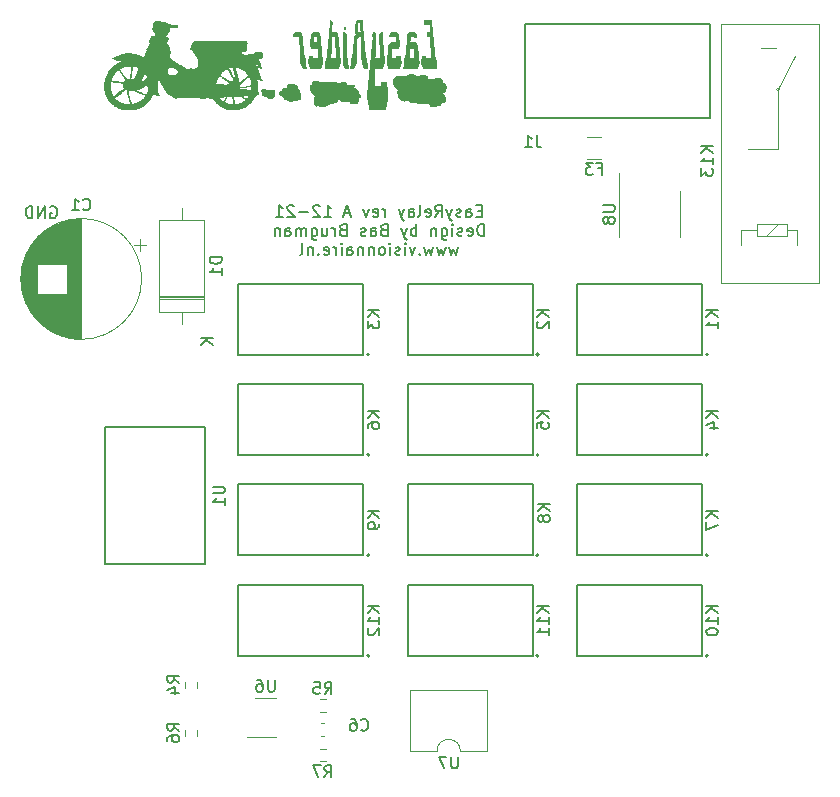
<source format=gbo>
%TF.GenerationSoftware,KiCad,Pcbnew,(5.99.0-13294-g19fc8c6d98)*%
%TF.CreationDate,2021-11-25T20:45:44+01:00*%
%TF.ProjectId,easyrelay,65617379-7265-46c6-9179-2e6b69636164,rev?*%
%TF.SameCoordinates,Original*%
%TF.FileFunction,Legend,Bot*%
%TF.FilePolarity,Positive*%
%FSLAX46Y46*%
G04 Gerber Fmt 4.6, Leading zero omitted, Abs format (unit mm)*
G04 Created by KiCad (PCBNEW (5.99.0-13294-g19fc8c6d98)) date 2021-11-25 20:45:44*
%MOMM*%
%LPD*%
G01*
G04 APERTURE LIST*
%ADD10C,0.150000*%
%ADD11C,0.200000*%
%ADD12C,0.120000*%
G04 APERTURE END LIST*
D10*
X144890476Y-62018571D02*
X144557142Y-62018571D01*
X144414285Y-62542380D02*
X144890476Y-62542380D01*
X144890476Y-61542380D01*
X144414285Y-61542380D01*
X143557142Y-62542380D02*
X143557142Y-62018571D01*
X143604761Y-61923333D01*
X143700000Y-61875714D01*
X143890476Y-61875714D01*
X143985714Y-61923333D01*
X143557142Y-62494761D02*
X143652380Y-62542380D01*
X143890476Y-62542380D01*
X143985714Y-62494761D01*
X144033333Y-62399523D01*
X144033333Y-62304285D01*
X143985714Y-62209047D01*
X143890476Y-62161428D01*
X143652380Y-62161428D01*
X143557142Y-62113809D01*
X143128571Y-62494761D02*
X143033333Y-62542380D01*
X142842857Y-62542380D01*
X142747619Y-62494761D01*
X142700000Y-62399523D01*
X142700000Y-62351904D01*
X142747619Y-62256666D01*
X142842857Y-62209047D01*
X142985714Y-62209047D01*
X143080952Y-62161428D01*
X143128571Y-62066190D01*
X143128571Y-62018571D01*
X143080952Y-61923333D01*
X142985714Y-61875714D01*
X142842857Y-61875714D01*
X142747619Y-61923333D01*
X142366666Y-61875714D02*
X142128571Y-62542380D01*
X141890476Y-61875714D02*
X142128571Y-62542380D01*
X142223809Y-62780476D01*
X142271428Y-62828095D01*
X142366666Y-62875714D01*
X140938095Y-62542380D02*
X141271428Y-62066190D01*
X141509523Y-62542380D02*
X141509523Y-61542380D01*
X141128571Y-61542380D01*
X141033333Y-61590000D01*
X140985714Y-61637619D01*
X140938095Y-61732857D01*
X140938095Y-61875714D01*
X140985714Y-61970952D01*
X141033333Y-62018571D01*
X141128571Y-62066190D01*
X141509523Y-62066190D01*
X140128571Y-62494761D02*
X140223809Y-62542380D01*
X140414285Y-62542380D01*
X140509523Y-62494761D01*
X140557142Y-62399523D01*
X140557142Y-62018571D01*
X140509523Y-61923333D01*
X140414285Y-61875714D01*
X140223809Y-61875714D01*
X140128571Y-61923333D01*
X140080952Y-62018571D01*
X140080952Y-62113809D01*
X140557142Y-62209047D01*
X139509523Y-62542380D02*
X139604761Y-62494761D01*
X139652380Y-62399523D01*
X139652380Y-61542380D01*
X138700000Y-62542380D02*
X138700000Y-62018571D01*
X138747619Y-61923333D01*
X138842857Y-61875714D01*
X139033333Y-61875714D01*
X139128571Y-61923333D01*
X138700000Y-62494761D02*
X138795238Y-62542380D01*
X139033333Y-62542380D01*
X139128571Y-62494761D01*
X139176190Y-62399523D01*
X139176190Y-62304285D01*
X139128571Y-62209047D01*
X139033333Y-62161428D01*
X138795238Y-62161428D01*
X138700000Y-62113809D01*
X138319047Y-61875714D02*
X138080952Y-62542380D01*
X137842857Y-61875714D02*
X138080952Y-62542380D01*
X138176190Y-62780476D01*
X138223809Y-62828095D01*
X138319047Y-62875714D01*
X136700000Y-62542380D02*
X136700000Y-61875714D01*
X136700000Y-62066190D02*
X136652380Y-61970952D01*
X136604761Y-61923333D01*
X136509523Y-61875714D01*
X136414285Y-61875714D01*
X135700000Y-62494761D02*
X135795238Y-62542380D01*
X135985714Y-62542380D01*
X136080952Y-62494761D01*
X136128571Y-62399523D01*
X136128571Y-62018571D01*
X136080952Y-61923333D01*
X135985714Y-61875714D01*
X135795238Y-61875714D01*
X135700000Y-61923333D01*
X135652380Y-62018571D01*
X135652380Y-62113809D01*
X136128571Y-62209047D01*
X135319047Y-61875714D02*
X135080952Y-62542380D01*
X134842857Y-61875714D01*
X133747619Y-62256666D02*
X133271428Y-62256666D01*
X133842857Y-62542380D02*
X133509523Y-61542380D01*
X133176190Y-62542380D01*
X131557142Y-62542380D02*
X132128571Y-62542380D01*
X131842857Y-62542380D02*
X131842857Y-61542380D01*
X131938095Y-61685238D01*
X132033333Y-61780476D01*
X132128571Y-61828095D01*
X131176190Y-61637619D02*
X131128571Y-61590000D01*
X131033333Y-61542380D01*
X130795238Y-61542380D01*
X130700000Y-61590000D01*
X130652380Y-61637619D01*
X130604761Y-61732857D01*
X130604761Y-61828095D01*
X130652380Y-61970952D01*
X131223809Y-62542380D01*
X130604761Y-62542380D01*
X130176190Y-62161428D02*
X129414285Y-62161428D01*
X128985714Y-61637619D02*
X128938095Y-61590000D01*
X128842857Y-61542380D01*
X128604761Y-61542380D01*
X128509523Y-61590000D01*
X128461904Y-61637619D01*
X128414285Y-61732857D01*
X128414285Y-61828095D01*
X128461904Y-61970952D01*
X129033333Y-62542380D01*
X128414285Y-62542380D01*
X127461904Y-62542380D02*
X128033333Y-62542380D01*
X127747619Y-62542380D02*
X127747619Y-61542380D01*
X127842857Y-61685238D01*
X127938095Y-61780476D01*
X128033333Y-61828095D01*
X145057142Y-64152380D02*
X145057142Y-63152380D01*
X144819047Y-63152380D01*
X144676190Y-63200000D01*
X144580952Y-63295238D01*
X144533333Y-63390476D01*
X144485714Y-63580952D01*
X144485714Y-63723809D01*
X144533333Y-63914285D01*
X144580952Y-64009523D01*
X144676190Y-64104761D01*
X144819047Y-64152380D01*
X145057142Y-64152380D01*
X143676190Y-64104761D02*
X143771428Y-64152380D01*
X143961904Y-64152380D01*
X144057142Y-64104761D01*
X144104761Y-64009523D01*
X144104761Y-63628571D01*
X144057142Y-63533333D01*
X143961904Y-63485714D01*
X143771428Y-63485714D01*
X143676190Y-63533333D01*
X143628571Y-63628571D01*
X143628571Y-63723809D01*
X144104761Y-63819047D01*
X143247619Y-64104761D02*
X143152380Y-64152380D01*
X142961904Y-64152380D01*
X142866666Y-64104761D01*
X142819047Y-64009523D01*
X142819047Y-63961904D01*
X142866666Y-63866666D01*
X142961904Y-63819047D01*
X143104761Y-63819047D01*
X143200000Y-63771428D01*
X143247619Y-63676190D01*
X143247619Y-63628571D01*
X143200000Y-63533333D01*
X143104761Y-63485714D01*
X142961904Y-63485714D01*
X142866666Y-63533333D01*
X142390476Y-64152380D02*
X142390476Y-63485714D01*
X142390476Y-63152380D02*
X142438095Y-63200000D01*
X142390476Y-63247619D01*
X142342857Y-63200000D01*
X142390476Y-63152380D01*
X142390476Y-63247619D01*
X141485714Y-63485714D02*
X141485714Y-64295238D01*
X141533333Y-64390476D01*
X141580952Y-64438095D01*
X141676190Y-64485714D01*
X141819047Y-64485714D01*
X141914285Y-64438095D01*
X141485714Y-64104761D02*
X141580952Y-64152380D01*
X141771428Y-64152380D01*
X141866666Y-64104761D01*
X141914285Y-64057142D01*
X141961904Y-63961904D01*
X141961904Y-63676190D01*
X141914285Y-63580952D01*
X141866666Y-63533333D01*
X141771428Y-63485714D01*
X141580952Y-63485714D01*
X141485714Y-63533333D01*
X141009523Y-63485714D02*
X141009523Y-64152380D01*
X141009523Y-63580952D02*
X140961904Y-63533333D01*
X140866666Y-63485714D01*
X140723809Y-63485714D01*
X140628571Y-63533333D01*
X140580952Y-63628571D01*
X140580952Y-64152380D01*
X139342857Y-64152380D02*
X139342857Y-63152380D01*
X139342857Y-63533333D02*
X139247619Y-63485714D01*
X139057142Y-63485714D01*
X138961904Y-63533333D01*
X138914285Y-63580952D01*
X138866666Y-63676190D01*
X138866666Y-63961904D01*
X138914285Y-64057142D01*
X138961904Y-64104761D01*
X139057142Y-64152380D01*
X139247619Y-64152380D01*
X139342857Y-64104761D01*
X138533333Y-63485714D02*
X138295238Y-64152380D01*
X138057142Y-63485714D02*
X138295238Y-64152380D01*
X138390476Y-64390476D01*
X138438095Y-64438095D01*
X138533333Y-64485714D01*
X136580952Y-63628571D02*
X136438095Y-63676190D01*
X136390476Y-63723809D01*
X136342857Y-63819047D01*
X136342857Y-63961904D01*
X136390476Y-64057142D01*
X136438095Y-64104761D01*
X136533333Y-64152380D01*
X136914285Y-64152380D01*
X136914285Y-63152380D01*
X136580952Y-63152380D01*
X136485714Y-63200000D01*
X136438095Y-63247619D01*
X136390476Y-63342857D01*
X136390476Y-63438095D01*
X136438095Y-63533333D01*
X136485714Y-63580952D01*
X136580952Y-63628571D01*
X136914285Y-63628571D01*
X135485714Y-64152380D02*
X135485714Y-63628571D01*
X135533333Y-63533333D01*
X135628571Y-63485714D01*
X135819047Y-63485714D01*
X135914285Y-63533333D01*
X135485714Y-64104761D02*
X135580952Y-64152380D01*
X135819047Y-64152380D01*
X135914285Y-64104761D01*
X135961904Y-64009523D01*
X135961904Y-63914285D01*
X135914285Y-63819047D01*
X135819047Y-63771428D01*
X135580952Y-63771428D01*
X135485714Y-63723809D01*
X135057142Y-64104761D02*
X134961904Y-64152380D01*
X134771428Y-64152380D01*
X134676190Y-64104761D01*
X134628571Y-64009523D01*
X134628571Y-63961904D01*
X134676190Y-63866666D01*
X134771428Y-63819047D01*
X134914285Y-63819047D01*
X135009523Y-63771428D01*
X135057142Y-63676190D01*
X135057142Y-63628571D01*
X135009523Y-63533333D01*
X134914285Y-63485714D01*
X134771428Y-63485714D01*
X134676190Y-63533333D01*
X133104761Y-63628571D02*
X132961904Y-63676190D01*
X132914285Y-63723809D01*
X132866666Y-63819047D01*
X132866666Y-63961904D01*
X132914285Y-64057142D01*
X132961904Y-64104761D01*
X133057142Y-64152380D01*
X133438095Y-64152380D01*
X133438095Y-63152380D01*
X133104761Y-63152380D01*
X133009523Y-63200000D01*
X132961904Y-63247619D01*
X132914285Y-63342857D01*
X132914285Y-63438095D01*
X132961904Y-63533333D01*
X133009523Y-63580952D01*
X133104761Y-63628571D01*
X133438095Y-63628571D01*
X132438095Y-64152380D02*
X132438095Y-63485714D01*
X132438095Y-63676190D02*
X132390476Y-63580952D01*
X132342857Y-63533333D01*
X132247619Y-63485714D01*
X132152380Y-63485714D01*
X131390476Y-63485714D02*
X131390476Y-64152380D01*
X131819047Y-63485714D02*
X131819047Y-64009523D01*
X131771428Y-64104761D01*
X131676190Y-64152380D01*
X131533333Y-64152380D01*
X131438095Y-64104761D01*
X131390476Y-64057142D01*
X130485714Y-63485714D02*
X130485714Y-64295238D01*
X130533333Y-64390476D01*
X130580952Y-64438095D01*
X130676190Y-64485714D01*
X130819047Y-64485714D01*
X130914285Y-64438095D01*
X130485714Y-64104761D02*
X130580952Y-64152380D01*
X130771428Y-64152380D01*
X130866666Y-64104761D01*
X130914285Y-64057142D01*
X130961904Y-63961904D01*
X130961904Y-63676190D01*
X130914285Y-63580952D01*
X130866666Y-63533333D01*
X130771428Y-63485714D01*
X130580952Y-63485714D01*
X130485714Y-63533333D01*
X130009523Y-64152380D02*
X130009523Y-63485714D01*
X130009523Y-63580952D02*
X129961904Y-63533333D01*
X129866666Y-63485714D01*
X129723809Y-63485714D01*
X129628571Y-63533333D01*
X129580952Y-63628571D01*
X129580952Y-64152380D01*
X129580952Y-63628571D02*
X129533333Y-63533333D01*
X129438095Y-63485714D01*
X129295238Y-63485714D01*
X129200000Y-63533333D01*
X129152380Y-63628571D01*
X129152380Y-64152380D01*
X128247619Y-64152380D02*
X128247619Y-63628571D01*
X128295238Y-63533333D01*
X128390476Y-63485714D01*
X128580952Y-63485714D01*
X128676190Y-63533333D01*
X128247619Y-64104761D02*
X128342857Y-64152380D01*
X128580952Y-64152380D01*
X128676190Y-64104761D01*
X128723809Y-64009523D01*
X128723809Y-63914285D01*
X128676190Y-63819047D01*
X128580952Y-63771428D01*
X128342857Y-63771428D01*
X128247619Y-63723809D01*
X127771428Y-63485714D02*
X127771428Y-64152380D01*
X127771428Y-63580952D02*
X127723809Y-63533333D01*
X127628571Y-63485714D01*
X127485714Y-63485714D01*
X127390476Y-63533333D01*
X127342857Y-63628571D01*
X127342857Y-64152380D01*
X142866666Y-65095714D02*
X142676190Y-65762380D01*
X142485714Y-65286190D01*
X142295238Y-65762380D01*
X142104761Y-65095714D01*
X141819047Y-65095714D02*
X141628571Y-65762380D01*
X141438095Y-65286190D01*
X141247619Y-65762380D01*
X141057142Y-65095714D01*
X140771428Y-65095714D02*
X140580952Y-65762380D01*
X140390476Y-65286190D01*
X140200000Y-65762380D01*
X140009523Y-65095714D01*
X139628571Y-65667142D02*
X139580952Y-65714761D01*
X139628571Y-65762380D01*
X139676190Y-65714761D01*
X139628571Y-65667142D01*
X139628571Y-65762380D01*
X139247619Y-65095714D02*
X139009523Y-65762380D01*
X138771428Y-65095714D01*
X138390476Y-65762380D02*
X138390476Y-65095714D01*
X138390476Y-64762380D02*
X138438095Y-64810000D01*
X138390476Y-64857619D01*
X138342857Y-64810000D01*
X138390476Y-64762380D01*
X138390476Y-64857619D01*
X137961904Y-65714761D02*
X137866666Y-65762380D01*
X137676190Y-65762380D01*
X137580952Y-65714761D01*
X137533333Y-65619523D01*
X137533333Y-65571904D01*
X137580952Y-65476666D01*
X137676190Y-65429047D01*
X137819047Y-65429047D01*
X137914285Y-65381428D01*
X137961904Y-65286190D01*
X137961904Y-65238571D01*
X137914285Y-65143333D01*
X137819047Y-65095714D01*
X137676190Y-65095714D01*
X137580952Y-65143333D01*
X137104761Y-65762380D02*
X137104761Y-65095714D01*
X137104761Y-64762380D02*
X137152380Y-64810000D01*
X137104761Y-64857619D01*
X137057142Y-64810000D01*
X137104761Y-64762380D01*
X137104761Y-64857619D01*
X136485714Y-65762380D02*
X136580952Y-65714761D01*
X136628571Y-65667142D01*
X136676190Y-65571904D01*
X136676190Y-65286190D01*
X136628571Y-65190952D01*
X136580952Y-65143333D01*
X136485714Y-65095714D01*
X136342857Y-65095714D01*
X136247619Y-65143333D01*
X136200000Y-65190952D01*
X136152380Y-65286190D01*
X136152380Y-65571904D01*
X136200000Y-65667142D01*
X136247619Y-65714761D01*
X136342857Y-65762380D01*
X136485714Y-65762380D01*
X135723809Y-65095714D02*
X135723809Y-65762380D01*
X135723809Y-65190952D02*
X135676190Y-65143333D01*
X135580952Y-65095714D01*
X135438095Y-65095714D01*
X135342857Y-65143333D01*
X135295238Y-65238571D01*
X135295238Y-65762380D01*
X134819047Y-65095714D02*
X134819047Y-65762380D01*
X134819047Y-65190952D02*
X134771428Y-65143333D01*
X134676190Y-65095714D01*
X134533333Y-65095714D01*
X134438095Y-65143333D01*
X134390476Y-65238571D01*
X134390476Y-65762380D01*
X133485714Y-65762380D02*
X133485714Y-65238571D01*
X133533333Y-65143333D01*
X133628571Y-65095714D01*
X133819047Y-65095714D01*
X133914285Y-65143333D01*
X133485714Y-65714761D02*
X133580952Y-65762380D01*
X133819047Y-65762380D01*
X133914285Y-65714761D01*
X133961904Y-65619523D01*
X133961904Y-65524285D01*
X133914285Y-65429047D01*
X133819047Y-65381428D01*
X133580952Y-65381428D01*
X133485714Y-65333809D01*
X133009523Y-65762380D02*
X133009523Y-65095714D01*
X133009523Y-64762380D02*
X133057142Y-64810000D01*
X133009523Y-64857619D01*
X132961904Y-64810000D01*
X133009523Y-64762380D01*
X133009523Y-64857619D01*
X132533333Y-65762380D02*
X132533333Y-65095714D01*
X132533333Y-65286190D02*
X132485714Y-65190952D01*
X132438095Y-65143333D01*
X132342857Y-65095714D01*
X132247619Y-65095714D01*
X131533333Y-65714761D02*
X131628571Y-65762380D01*
X131819047Y-65762380D01*
X131914285Y-65714761D01*
X131961904Y-65619523D01*
X131961904Y-65238571D01*
X131914285Y-65143333D01*
X131819047Y-65095714D01*
X131628571Y-65095714D01*
X131533333Y-65143333D01*
X131485714Y-65238571D01*
X131485714Y-65333809D01*
X131961904Y-65429047D01*
X131057142Y-65667142D02*
X131009523Y-65714761D01*
X131057142Y-65762380D01*
X131104761Y-65714761D01*
X131057142Y-65667142D01*
X131057142Y-65762380D01*
X130580952Y-65095714D02*
X130580952Y-65762380D01*
X130580952Y-65190952D02*
X130533333Y-65143333D01*
X130438095Y-65095714D01*
X130295238Y-65095714D01*
X130200000Y-65143333D01*
X130152380Y-65238571D01*
X130152380Y-65762380D01*
X129533333Y-65762380D02*
X129628571Y-65714761D01*
X129676190Y-65619523D01*
X129676190Y-64762380D01*
X108361904Y-61700000D02*
X108457142Y-61652380D01*
X108600000Y-61652380D01*
X108742857Y-61700000D01*
X108838095Y-61795238D01*
X108885714Y-61890476D01*
X108933333Y-62080952D01*
X108933333Y-62223809D01*
X108885714Y-62414285D01*
X108838095Y-62509523D01*
X108742857Y-62604761D01*
X108600000Y-62652380D01*
X108504761Y-62652380D01*
X108361904Y-62604761D01*
X108314285Y-62557142D01*
X108314285Y-62223809D01*
X108504761Y-62223809D01*
X107885714Y-62652380D02*
X107885714Y-61652380D01*
X107314285Y-62652380D01*
X107314285Y-61652380D01*
X106838095Y-62652380D02*
X106838095Y-61652380D01*
X106600000Y-61652380D01*
X106457142Y-61700000D01*
X106361904Y-61795238D01*
X106314285Y-61890476D01*
X106266666Y-62080952D01*
X106266666Y-62223809D01*
X106314285Y-62414285D01*
X106361904Y-62509523D01*
X106457142Y-62604761D01*
X106600000Y-62652380D01*
X106838095Y-62652380D01*
%TO.C,K1*%
X164885713Y-70461904D02*
X163885713Y-70461904D01*
X164885713Y-71033333D02*
X164314285Y-70604761D01*
X163885713Y-71033333D02*
X164457142Y-70461904D01*
X164885713Y-71985714D02*
X164885713Y-71414285D01*
X164885713Y-71700000D02*
X163885713Y-71700000D01*
X164028571Y-71604761D01*
X164123809Y-71509523D01*
X164171428Y-71414285D01*
%TO.C,U7*%
X142845904Y-108240380D02*
X142845904Y-109049904D01*
X142798285Y-109145142D01*
X142750666Y-109192761D01*
X142655428Y-109240380D01*
X142464952Y-109240380D01*
X142369714Y-109192761D01*
X142322095Y-109145142D01*
X142274476Y-109049904D01*
X142274476Y-108240380D01*
X141893523Y-108240380D02*
X141226857Y-108240380D01*
X141655428Y-109240380D01*
%TO.C,K11*%
X150552380Y-95485714D02*
X149552380Y-95485714D01*
X150552380Y-96057142D02*
X149980952Y-95628571D01*
X149552380Y-96057142D02*
X150123809Y-95485714D01*
X150552380Y-97009523D02*
X150552380Y-96438095D01*
X150552380Y-96723809D02*
X149552380Y-96723809D01*
X149695238Y-96628571D01*
X149790476Y-96533333D01*
X149838095Y-96438095D01*
X150552380Y-97961904D02*
X150552380Y-97390476D01*
X150552380Y-97676190D02*
X149552380Y-97676190D01*
X149695238Y-97580952D01*
X149790476Y-97485714D01*
X149838095Y-97390476D01*
%TO.C,K4*%
X164885713Y-78961904D02*
X163885713Y-78961904D01*
X164885713Y-79533333D02*
X164314285Y-79104761D01*
X163885713Y-79533333D02*
X164457142Y-78961904D01*
X164219047Y-80390476D02*
X164885713Y-80390476D01*
X163838094Y-80152380D02*
X164552380Y-79914285D01*
X164552380Y-80533333D01*
%TO.C,C6*%
X134666666Y-105957142D02*
X134714285Y-106004761D01*
X134857142Y-106052380D01*
X134952380Y-106052380D01*
X135095238Y-106004761D01*
X135190476Y-105909523D01*
X135238095Y-105814285D01*
X135285714Y-105623809D01*
X135285714Y-105480952D01*
X135238095Y-105290476D01*
X135190476Y-105195238D01*
X135095238Y-105100000D01*
X134952380Y-105052380D01*
X134857142Y-105052380D01*
X134714285Y-105100000D01*
X134666666Y-105147619D01*
X133809523Y-105052380D02*
X134000000Y-105052380D01*
X134095238Y-105100000D01*
X134142857Y-105147619D01*
X134238095Y-105290476D01*
X134285714Y-105480952D01*
X134285714Y-105861904D01*
X134238095Y-105957142D01*
X134190476Y-106004761D01*
X134095238Y-106052380D01*
X133904761Y-106052380D01*
X133809523Y-106004761D01*
X133761904Y-105957142D01*
X133714285Y-105861904D01*
X133714285Y-105623809D01*
X133761904Y-105528571D01*
X133809523Y-105480952D01*
X133904761Y-105433333D01*
X134095238Y-105433333D01*
X134190476Y-105480952D01*
X134238095Y-105528571D01*
X134285714Y-105623809D01*
%TO.C,K6*%
X136219047Y-78961904D02*
X135219047Y-78961904D01*
X136219047Y-79533333D02*
X135647619Y-79104761D01*
X135219047Y-79533333D02*
X135790476Y-78961904D01*
X135219047Y-80390476D02*
X135219047Y-80200000D01*
X135266667Y-80104761D01*
X135314286Y-80057142D01*
X135457143Y-79961904D01*
X135647619Y-79914285D01*
X136028571Y-79914285D01*
X136123809Y-79961904D01*
X136171428Y-80009523D01*
X136219047Y-80104761D01*
X136219047Y-80295238D01*
X136171428Y-80390476D01*
X136123809Y-80438095D01*
X136028571Y-80485714D01*
X135790476Y-80485714D01*
X135695238Y-80438095D01*
X135647619Y-80390476D01*
X135600000Y-80295238D01*
X135600000Y-80104761D01*
X135647619Y-80009523D01*
X135695238Y-79961904D01*
X135790476Y-79914285D01*
%TO.C,R7*%
X131566666Y-109982380D02*
X131900000Y-109506190D01*
X132138095Y-109982380D02*
X132138095Y-108982380D01*
X131757142Y-108982380D01*
X131661904Y-109030000D01*
X131614285Y-109077619D01*
X131566666Y-109172857D01*
X131566666Y-109315714D01*
X131614285Y-109410952D01*
X131661904Y-109458571D01*
X131757142Y-109506190D01*
X132138095Y-109506190D01*
X131233333Y-108982380D02*
X130566666Y-108982380D01*
X130995238Y-109982380D01*
%TO.C,U8*%
X155152380Y-61538095D02*
X155961904Y-61538095D01*
X156057142Y-61585714D01*
X156104761Y-61633333D01*
X156152380Y-61728571D01*
X156152380Y-61919047D01*
X156104761Y-62014285D01*
X156057142Y-62061904D01*
X155961904Y-62109523D01*
X155152380Y-62109523D01*
X155580952Y-62728571D02*
X155533333Y-62633333D01*
X155485714Y-62585714D01*
X155390476Y-62538095D01*
X155342857Y-62538095D01*
X155247619Y-62585714D01*
X155200000Y-62633333D01*
X155152380Y-62728571D01*
X155152380Y-62919047D01*
X155200000Y-63014285D01*
X155247619Y-63061904D01*
X155342857Y-63109523D01*
X155390476Y-63109523D01*
X155485714Y-63061904D01*
X155533333Y-63014285D01*
X155580952Y-62919047D01*
X155580952Y-62728571D01*
X155628571Y-62633333D01*
X155676190Y-62585714D01*
X155771428Y-62538095D01*
X155961904Y-62538095D01*
X156057142Y-62585714D01*
X156104761Y-62633333D01*
X156152380Y-62728571D01*
X156152380Y-62919047D01*
X156104761Y-63014285D01*
X156057142Y-63061904D01*
X155961904Y-63109523D01*
X155771428Y-63109523D01*
X155676190Y-63061904D01*
X155628571Y-63014285D01*
X155580952Y-62919047D01*
%TO.C,J1*%
X149533333Y-55652380D02*
X149533333Y-56366666D01*
X149580952Y-56509523D01*
X149676190Y-56604761D01*
X149819047Y-56652380D01*
X149914285Y-56652380D01*
X148533333Y-56652380D02*
X149104761Y-56652380D01*
X148819047Y-56652380D02*
X148819047Y-55652380D01*
X148914285Y-55795238D01*
X149009523Y-55890476D01*
X149104761Y-55938095D01*
%TO.C,K8*%
X150652380Y-86861904D02*
X149652380Y-86861904D01*
X150652380Y-87433333D02*
X150080952Y-87004761D01*
X149652380Y-87433333D02*
X150223809Y-86861904D01*
X150080952Y-88004761D02*
X150033333Y-87909523D01*
X149985714Y-87861904D01*
X149890476Y-87814285D01*
X149842857Y-87814285D01*
X149747619Y-87861904D01*
X149700000Y-87909523D01*
X149652380Y-88004761D01*
X149652380Y-88195238D01*
X149700000Y-88290476D01*
X149747619Y-88338095D01*
X149842857Y-88385714D01*
X149890476Y-88385714D01*
X149985714Y-88338095D01*
X150033333Y-88290476D01*
X150080952Y-88195238D01*
X150080952Y-88004761D01*
X150128571Y-87909523D01*
X150176190Y-87861904D01*
X150271428Y-87814285D01*
X150461904Y-87814285D01*
X150557142Y-87861904D01*
X150604761Y-87909523D01*
X150652380Y-88004761D01*
X150652380Y-88195238D01*
X150604761Y-88290476D01*
X150557142Y-88338095D01*
X150461904Y-88385714D01*
X150271428Y-88385714D01*
X150176190Y-88338095D01*
X150128571Y-88290476D01*
X150080952Y-88195238D01*
%TO.C,K9*%
X136219047Y-87461904D02*
X135219047Y-87461904D01*
X136219047Y-88033333D02*
X135647619Y-87604761D01*
X135219047Y-88033333D02*
X135790476Y-87461904D01*
X136219047Y-88509523D02*
X136219047Y-88700000D01*
X136171428Y-88795238D01*
X136123809Y-88842857D01*
X135980952Y-88938095D01*
X135790476Y-88985714D01*
X135409524Y-88985714D01*
X135314286Y-88938095D01*
X135266667Y-88890476D01*
X135219047Y-88795238D01*
X135219047Y-88604761D01*
X135266667Y-88509523D01*
X135314286Y-88461904D01*
X135409524Y-88414285D01*
X135647619Y-88414285D01*
X135742857Y-88461904D01*
X135790476Y-88509523D01*
X135838095Y-88604761D01*
X135838095Y-88795238D01*
X135790476Y-88890476D01*
X135742857Y-88938095D01*
X135647619Y-88985714D01*
%TO.C,K2*%
X150552380Y-70461904D02*
X149552380Y-70461904D01*
X150552380Y-71033333D02*
X149980952Y-70604761D01*
X149552380Y-71033333D02*
X150123809Y-70461904D01*
X149647619Y-71414285D02*
X149600000Y-71461904D01*
X149552380Y-71557142D01*
X149552380Y-71795238D01*
X149600000Y-71890476D01*
X149647619Y-71938095D01*
X149742857Y-71985714D01*
X149838095Y-71985714D01*
X149980952Y-71938095D01*
X150552380Y-71366666D01*
X150552380Y-71985714D01*
%TO.C,K12*%
X136219047Y-95485714D02*
X135219047Y-95485714D01*
X136219047Y-96057142D02*
X135647619Y-95628571D01*
X135219047Y-96057142D02*
X135790476Y-95485714D01*
X136219047Y-97009523D02*
X136219047Y-96438095D01*
X136219047Y-96723809D02*
X135219047Y-96723809D01*
X135361905Y-96628571D01*
X135457143Y-96533333D01*
X135504762Y-96438095D01*
X135314286Y-97390476D02*
X135266667Y-97438095D01*
X135219047Y-97533333D01*
X135219047Y-97771428D01*
X135266667Y-97866666D01*
X135314286Y-97914285D01*
X135409524Y-97961904D01*
X135504762Y-97961904D01*
X135647619Y-97914285D01*
X136219047Y-97342857D01*
X136219047Y-97961904D01*
%TO.C,K10*%
X164885713Y-95485714D02*
X163885713Y-95485714D01*
X164885713Y-96057142D02*
X164314285Y-95628571D01*
X163885713Y-96057142D02*
X164457142Y-95485714D01*
X164885713Y-97009523D02*
X164885713Y-96438095D01*
X164885713Y-96723809D02*
X163885713Y-96723809D01*
X164028571Y-96628571D01*
X164123809Y-96533333D01*
X164171428Y-96438095D01*
X163885713Y-97628571D02*
X163885713Y-97723809D01*
X163933333Y-97819047D01*
X163980952Y-97866666D01*
X164076190Y-97914285D01*
X164266666Y-97961904D01*
X164504761Y-97961904D01*
X164695237Y-97914285D01*
X164790475Y-97866666D01*
X164838094Y-97819047D01*
X164885713Y-97723809D01*
X164885713Y-97628571D01*
X164838094Y-97533333D01*
X164790475Y-97485714D01*
X164695237Y-97438095D01*
X164504761Y-97390476D01*
X164266666Y-97390476D01*
X164076190Y-97438095D01*
X163980952Y-97485714D01*
X163933333Y-97533333D01*
X163885713Y-97628571D01*
%TO.C,F3*%
X154733333Y-58448571D02*
X155066666Y-58448571D01*
X155066666Y-58972380D02*
X155066666Y-57972380D01*
X154590476Y-57972380D01*
X154304761Y-57972380D02*
X153685714Y-57972380D01*
X154019047Y-58353333D01*
X153876190Y-58353333D01*
X153780952Y-58400952D01*
X153733333Y-58448571D01*
X153685714Y-58543809D01*
X153685714Y-58781904D01*
X153733333Y-58877142D01*
X153780952Y-58924761D01*
X153876190Y-58972380D01*
X154161904Y-58972380D01*
X154257142Y-58924761D01*
X154304761Y-58877142D01*
%TO.C,R6*%
X119262380Y-106037333D02*
X118786190Y-105704000D01*
X119262380Y-105465904D02*
X118262380Y-105465904D01*
X118262380Y-105846857D01*
X118310000Y-105942095D01*
X118357619Y-105989714D01*
X118452857Y-106037333D01*
X118595714Y-106037333D01*
X118690952Y-105989714D01*
X118738571Y-105942095D01*
X118786190Y-105846857D01*
X118786190Y-105465904D01*
X118262380Y-106894476D02*
X118262380Y-106704000D01*
X118310000Y-106608761D01*
X118357619Y-106561142D01*
X118500476Y-106465904D01*
X118690952Y-106418285D01*
X119071904Y-106418285D01*
X119167142Y-106465904D01*
X119214761Y-106513523D01*
X119262380Y-106608761D01*
X119262380Y-106799238D01*
X119214761Y-106894476D01*
X119167142Y-106942095D01*
X119071904Y-106989714D01*
X118833809Y-106989714D01*
X118738571Y-106942095D01*
X118690952Y-106894476D01*
X118643333Y-106799238D01*
X118643333Y-106608761D01*
X118690952Y-106513523D01*
X118738571Y-106465904D01*
X118833809Y-106418285D01*
%TO.C,K13*%
X164452380Y-56585714D02*
X163452380Y-56585714D01*
X164452380Y-57157142D02*
X163880952Y-56728571D01*
X163452380Y-57157142D02*
X164023809Y-56585714D01*
X164452380Y-58109523D02*
X164452380Y-57538095D01*
X164452380Y-57823809D02*
X163452380Y-57823809D01*
X163595238Y-57728571D01*
X163690476Y-57633333D01*
X163738095Y-57538095D01*
X163452380Y-58442857D02*
X163452380Y-59061904D01*
X163833333Y-58728571D01*
X163833333Y-58871428D01*
X163880952Y-58966666D01*
X163928571Y-59014285D01*
X164023809Y-59061904D01*
X164261904Y-59061904D01*
X164357142Y-59014285D01*
X164404761Y-58966666D01*
X164452380Y-58871428D01*
X164452380Y-58585714D01*
X164404761Y-58490476D01*
X164357142Y-58442857D01*
%TO.C,C1*%
X111134343Y-61907142D02*
X111181962Y-61954761D01*
X111324819Y-62002380D01*
X111420057Y-62002380D01*
X111562915Y-61954761D01*
X111658153Y-61859523D01*
X111705772Y-61764285D01*
X111753391Y-61573809D01*
X111753391Y-61430952D01*
X111705772Y-61240476D01*
X111658153Y-61145238D01*
X111562915Y-61050000D01*
X111420057Y-61002380D01*
X111324819Y-61002380D01*
X111181962Y-61050000D01*
X111134343Y-61097619D01*
X110181962Y-62002380D02*
X110753391Y-62002380D01*
X110467677Y-62002380D02*
X110467677Y-61002380D01*
X110562915Y-61145238D01*
X110658153Y-61240476D01*
X110753391Y-61288095D01*
%TO.C,K3*%
X136219047Y-70461904D02*
X135219047Y-70461904D01*
X136219047Y-71033333D02*
X135647619Y-70604761D01*
X135219047Y-71033333D02*
X135790476Y-70461904D01*
X135219047Y-71366666D02*
X135219047Y-71985714D01*
X135600000Y-71652380D01*
X135600000Y-71795238D01*
X135647619Y-71890476D01*
X135695238Y-71938095D01*
X135790476Y-71985714D01*
X136028571Y-71985714D01*
X136123809Y-71938095D01*
X136171428Y-71890476D01*
X136219047Y-71795238D01*
X136219047Y-71509523D01*
X136171428Y-71414285D01*
X136123809Y-71366666D01*
%TO.C,U1*%
X122102380Y-85378095D02*
X122911904Y-85378095D01*
X123007142Y-85425714D01*
X123054761Y-85473333D01*
X123102380Y-85568571D01*
X123102380Y-85759047D01*
X123054761Y-85854285D01*
X123007142Y-85901904D01*
X122911904Y-85949523D01*
X122102380Y-85949523D01*
X123102380Y-86949523D02*
X123102380Y-86378095D01*
X123102380Y-86663809D02*
X122102380Y-86663809D01*
X122245238Y-86568571D01*
X122340476Y-86473333D01*
X122388095Y-86378095D01*
%TO.C,D1*%
X122850380Y-65961904D02*
X121850380Y-65961904D01*
X121850380Y-66200000D01*
X121898000Y-66342857D01*
X121993238Y-66438095D01*
X122088476Y-66485714D01*
X122278952Y-66533333D01*
X122421809Y-66533333D01*
X122612285Y-66485714D01*
X122707523Y-66438095D01*
X122802761Y-66342857D01*
X122850380Y-66200000D01*
X122850380Y-65961904D01*
X122850380Y-67485714D02*
X122850380Y-66914285D01*
X122850380Y-67200000D02*
X121850380Y-67200000D01*
X121993238Y-67104761D01*
X122088476Y-67009523D01*
X122136095Y-66914285D01*
X122130380Y-72788095D02*
X121130380Y-72788095D01*
X122130380Y-73359523D02*
X121558952Y-72930952D01*
X121130380Y-73359523D02*
X121701809Y-72788095D01*
%TO.C,K5*%
X150552380Y-78961904D02*
X149552380Y-78961904D01*
X150552380Y-79533333D02*
X149980952Y-79104761D01*
X149552380Y-79533333D02*
X150123809Y-78961904D01*
X149552380Y-80438095D02*
X149552380Y-79961904D01*
X150028571Y-79914285D01*
X149980952Y-79961904D01*
X149933333Y-80057142D01*
X149933333Y-80295238D01*
X149980952Y-80390476D01*
X150028571Y-80438095D01*
X150123809Y-80485714D01*
X150361904Y-80485714D01*
X150457142Y-80438095D01*
X150504761Y-80390476D01*
X150552380Y-80295238D01*
X150552380Y-80057142D01*
X150504761Y-79961904D01*
X150457142Y-79914285D01*
%TO.C,R4*%
X119262380Y-101973333D02*
X118786190Y-101640000D01*
X119262380Y-101401904D02*
X118262380Y-101401904D01*
X118262380Y-101782857D01*
X118310000Y-101878095D01*
X118357619Y-101925714D01*
X118452857Y-101973333D01*
X118595714Y-101973333D01*
X118690952Y-101925714D01*
X118738571Y-101878095D01*
X118786190Y-101782857D01*
X118786190Y-101401904D01*
X118595714Y-102830476D02*
X119262380Y-102830476D01*
X118214761Y-102592380D02*
X118929047Y-102354285D01*
X118929047Y-102973333D01*
%TO.C,R5*%
X131582666Y-102940380D02*
X131916000Y-102464190D01*
X132154095Y-102940380D02*
X132154095Y-101940380D01*
X131773142Y-101940380D01*
X131677904Y-101988000D01*
X131630285Y-102035619D01*
X131582666Y-102130857D01*
X131582666Y-102273714D01*
X131630285Y-102368952D01*
X131677904Y-102416571D01*
X131773142Y-102464190D01*
X132154095Y-102464190D01*
X130677904Y-101940380D02*
X131154095Y-101940380D01*
X131201714Y-102416571D01*
X131154095Y-102368952D01*
X131058857Y-102321333D01*
X130820761Y-102321333D01*
X130725523Y-102368952D01*
X130677904Y-102416571D01*
X130630285Y-102511809D01*
X130630285Y-102749904D01*
X130677904Y-102845142D01*
X130725523Y-102892761D01*
X130820761Y-102940380D01*
X131058857Y-102940380D01*
X131154095Y-102892761D01*
X131201714Y-102845142D01*
%TO.C,K7*%
X164885714Y-87461904D02*
X163885714Y-87461904D01*
X164885714Y-88033333D02*
X164314286Y-87604761D01*
X163885714Y-88033333D02*
X164457143Y-87461904D01*
X163885714Y-88366666D02*
X163885714Y-89033333D01*
X164885714Y-88604761D01*
%TO.C,U6*%
X127351904Y-101752380D02*
X127351904Y-102561904D01*
X127304285Y-102657142D01*
X127256666Y-102704761D01*
X127161428Y-102752380D01*
X126970952Y-102752380D01*
X126875714Y-102704761D01*
X126828095Y-102657142D01*
X126780476Y-102561904D01*
X126780476Y-101752380D01*
X125875714Y-101752380D02*
X126066190Y-101752380D01*
X126161428Y-101800000D01*
X126209047Y-101847619D01*
X126304285Y-101990476D01*
X126351904Y-102180952D01*
X126351904Y-102561904D01*
X126304285Y-102657142D01*
X126256666Y-102704761D01*
X126161428Y-102752380D01*
X125970952Y-102752380D01*
X125875714Y-102704761D01*
X125828095Y-102657142D01*
X125780476Y-102561904D01*
X125780476Y-102323809D01*
X125828095Y-102228571D01*
X125875714Y-102180952D01*
X125970952Y-102133333D01*
X126161428Y-102133333D01*
X126256666Y-102180952D01*
X126304285Y-102228571D01*
X126351904Y-102323809D01*
%TO.C,G\u002A\u002A\u002A*%
G36*
X133420487Y-46502316D02*
G01*
X133421643Y-46513192D01*
X133423513Y-46535297D01*
X133424019Y-46549200D01*
X133423997Y-46550237D01*
X133424367Y-46563989D01*
X133425464Y-46588963D01*
X133427138Y-46621976D01*
X133429237Y-46659847D01*
X133434968Y-46759242D01*
X133183847Y-46759242D01*
X133186970Y-46626090D01*
X133188061Y-46588846D01*
X133189774Y-46548559D01*
X133191780Y-46515153D01*
X133193912Y-46491335D01*
X133196002Y-46479812D01*
X133198505Y-46475879D01*
X133204866Y-46471835D01*
X133216743Y-46469169D01*
X133236506Y-46467605D01*
X133266527Y-46466868D01*
X133309177Y-46466684D01*
X133416442Y-46466684D01*
X133420487Y-46502316D01*
G37*
G36*
X139181393Y-50476097D02*
G01*
X139198236Y-50493177D01*
X139211435Y-50508579D01*
X139216492Y-50517355D01*
X139216830Y-50519534D01*
X139224585Y-50524983D01*
X139229818Y-50526878D01*
X139244038Y-50537508D01*
X139261864Y-50554343D01*
X139279825Y-50573765D01*
X139294444Y-50592154D01*
X139302248Y-50605891D01*
X139307084Y-50616266D01*
X139314516Y-50622502D01*
X139316471Y-50622823D01*
X139321512Y-50630539D01*
X139323542Y-50637159D01*
X139332764Y-50649829D01*
X139338916Y-50658349D01*
X139344017Y-50675548D01*
X139344713Y-50683694D01*
X139349700Y-50689020D01*
X139360985Y-50683755D01*
X139380315Y-50667511D01*
X139404988Y-50650409D01*
X139430982Y-50645006D01*
X139450528Y-50642260D01*
X139461328Y-50633754D01*
X139470503Y-50625839D01*
X139490655Y-50622502D01*
X139492238Y-50622487D01*
X139510293Y-50620140D01*
X139520301Y-50615001D01*
X139520642Y-50614529D01*
X139531548Y-50609548D01*
X139549947Y-50607499D01*
X139568601Y-50604737D01*
X139579275Y-50596247D01*
X139581371Y-50592897D01*
X139594646Y-50586881D01*
X139620533Y-50584995D01*
X139631626Y-50584748D01*
X139652656Y-50581407D01*
X139661791Y-50573742D01*
X139666118Y-50568741D01*
X139677819Y-50564990D01*
X139699213Y-50563046D01*
X139732940Y-50562490D01*
X139754064Y-50562280D01*
X139782431Y-50560657D01*
X139799907Y-50557105D01*
X139809108Y-50551238D01*
X139809225Y-50551099D01*
X139816031Y-50546516D01*
X139828804Y-50543332D01*
X139849802Y-50541328D01*
X139881281Y-50540285D01*
X139925497Y-50539986D01*
X139937251Y-50539999D01*
X139977333Y-50540389D01*
X140005141Y-50541487D01*
X140022870Y-50543513D01*
X140032714Y-50546689D01*
X140036865Y-50551238D01*
X140037780Y-50553051D01*
X140046148Y-50558656D01*
X140063950Y-50561622D01*
X140093929Y-50562490D01*
X140110698Y-50562660D01*
X140132523Y-50564142D01*
X140143596Y-50567641D01*
X140146675Y-50573742D01*
X140151313Y-50581640D01*
X140169179Y-50584995D01*
X140169457Y-50584995D01*
X140185164Y-50587186D01*
X140191684Y-50592353D01*
X140196388Y-50598395D01*
X140210437Y-50604419D01*
X140222833Y-50609210D01*
X140229191Y-50615814D01*
X140232890Y-50619985D01*
X140246069Y-50622524D01*
X140261376Y-50627855D01*
X140277951Y-50645006D01*
X140279817Y-50647700D01*
X140292272Y-50661752D01*
X140302330Y-50667489D01*
X140306669Y-50668785D01*
X140311707Y-50678763D01*
X140313311Y-50684353D01*
X140323762Y-50690015D01*
X140329975Y-50691542D01*
X140331709Y-50700719D01*
X140331159Y-50707725D01*
X140338253Y-50720262D01*
X140339177Y-50721052D01*
X140355500Y-50742804D01*
X140367225Y-50772539D01*
X140371719Y-50803690D01*
X140371719Y-50832543D01*
X140589262Y-50832543D01*
X140638621Y-50832596D01*
X140692252Y-50832865D01*
X140733512Y-50833430D01*
X140763902Y-50834366D01*
X140784925Y-50835746D01*
X140798081Y-50837645D01*
X140804874Y-50840138D01*
X140806805Y-50843297D01*
X140812005Y-50851204D01*
X140827434Y-50856425D01*
X140841572Y-50860445D01*
X140848063Y-50867550D01*
X140848217Y-50869737D01*
X140853689Y-50881928D01*
X140855934Y-50883442D01*
X140859315Y-50878802D01*
X140860632Y-50874724D01*
X140870669Y-50870051D01*
X140887443Y-50865927D01*
X140907600Y-50855005D01*
X140921575Y-50841920D01*
X140927225Y-50836832D01*
X140942439Y-50832543D01*
X140951428Y-50830635D01*
X140961623Y-50821291D01*
X140966468Y-50815083D01*
X140980677Y-50810039D01*
X140990553Y-50808204D01*
X141006665Y-50798787D01*
X141008702Y-50797044D01*
X141028572Y-50789921D01*
X141062391Y-50787535D01*
X141082252Y-50786752D01*
X141100040Y-50784040D01*
X141106864Y-50780033D01*
X141106894Y-50779815D01*
X141115078Y-50776767D01*
X141136824Y-50774476D01*
X141170790Y-50773033D01*
X141215635Y-50772532D01*
X141218804Y-50772534D01*
X141262993Y-50773098D01*
X141296218Y-50774598D01*
X141317136Y-50776940D01*
X141324407Y-50780033D01*
X141325172Y-50781715D01*
X141335623Y-50785871D01*
X141354412Y-50787535D01*
X141363039Y-50787739D01*
X141379464Y-50790963D01*
X141384418Y-50798787D01*
X141386746Y-50805014D01*
X141398254Y-50810039D01*
X141400362Y-50810217D01*
X141416081Y-50816454D01*
X141433887Y-50828838D01*
X141436599Y-50831125D01*
X141454655Y-50844299D01*
X141469193Y-50851969D01*
X141487415Y-50862121D01*
X141506520Y-50880063D01*
X141521125Y-50900523D01*
X141526946Y-50918558D01*
X141529060Y-50931142D01*
X141535326Y-50937564D01*
X141540847Y-50939892D01*
X141554862Y-50950538D01*
X141572166Y-50966892D01*
X141583752Y-50977994D01*
X141601607Y-50992194D01*
X141614422Y-50998852D01*
X141620814Y-51001577D01*
X141625781Y-51009970D01*
X141628684Y-51026978D01*
X141630420Y-51055792D01*
X141631068Y-51079231D01*
X141630235Y-51098317D01*
X141627061Y-51107637D01*
X141621043Y-51110098D01*
X141619376Y-51110212D01*
X141611786Y-51117154D01*
X141609463Y-51136353D01*
X141610363Y-51151973D01*
X141615618Y-51160687D01*
X141628452Y-51162608D01*
X141641768Y-51165297D01*
X141651759Y-51173861D01*
X141661989Y-51182084D01*
X141685280Y-51185113D01*
X141691296Y-51185274D01*
X141707840Y-51187864D01*
X141714483Y-51192614D01*
X141718291Y-51197321D01*
X141731570Y-51200116D01*
X141736549Y-51200706D01*
X141753714Y-51208984D01*
X141768321Y-51223033D01*
X141774495Y-51237709D01*
X141775764Y-51241119D01*
X141785747Y-51245125D01*
X141790995Y-51246432D01*
X141797000Y-51256377D01*
X141797833Y-51261552D01*
X141804393Y-51267629D01*
X141804603Y-51267644D01*
X141811720Y-51274434D01*
X141822331Y-51290776D01*
X141834301Y-51312549D01*
X141845494Y-51335628D01*
X141853776Y-51355893D01*
X141857011Y-51369221D01*
X141858924Y-51377808D01*
X141868264Y-51392475D01*
X141875665Y-51405133D01*
X141879516Y-51424893D01*
X141882396Y-51440302D01*
X141890768Y-51450377D01*
X141895165Y-51458857D01*
X141898702Y-51479500D01*
X141901232Y-51509317D01*
X141902756Y-51545366D01*
X141903273Y-51584708D01*
X141902784Y-51624403D01*
X141901290Y-51661509D01*
X141898789Y-51693087D01*
X141895281Y-51716197D01*
X141890768Y-51727898D01*
X141888538Y-51730618D01*
X141881760Y-51750786D01*
X141879516Y-51784931D01*
X141878610Y-51810530D01*
X141875063Y-51827693D01*
X141868264Y-51835029D01*
X141861201Y-51841741D01*
X141857011Y-51857298D01*
X141855239Y-51868854D01*
X141849510Y-51875249D01*
X141844795Y-51879081D01*
X141842008Y-51892385D01*
X141837521Y-51906645D01*
X141819504Y-51922815D01*
X141817437Y-51924084D01*
X141802936Y-51936265D01*
X141797000Y-51947379D01*
X141795977Y-51952392D01*
X141789445Y-51953981D01*
X141784105Y-51953812D01*
X141776752Y-51962916D01*
X141775068Y-51966608D01*
X141764181Y-51982396D01*
X141748904Y-51999119D01*
X141733583Y-52012379D01*
X141722562Y-52017777D01*
X141718839Y-52019051D01*
X141714483Y-52029029D01*
X141712234Y-52035197D01*
X141700831Y-52040281D01*
X141696375Y-52041055D01*
X141680061Y-52048928D01*
X141661449Y-52062553D01*
X141634264Y-52086350D01*
X141614702Y-52104959D01*
X141604290Y-52118327D01*
X141601827Y-52128767D01*
X141606113Y-52138589D01*
X141615945Y-52150107D01*
X141620617Y-52155001D01*
X141643540Y-52176222D01*
X141667372Y-52194741D01*
X141688355Y-52207844D01*
X141702731Y-52212815D01*
X141708377Y-52213775D01*
X141714483Y-52220569D01*
X141715085Y-52222936D01*
X141722941Y-52234885D01*
X141736988Y-52250322D01*
X141741875Y-52255375D01*
X141754452Y-52271664D01*
X141759492Y-52283826D01*
X141760380Y-52289238D01*
X141766994Y-52295331D01*
X141770445Y-52296601D01*
X141774495Y-52306584D01*
X141775802Y-52311831D01*
X141785747Y-52317836D01*
X141792997Y-52321382D01*
X141797000Y-52336091D01*
X141797110Y-52339690D01*
X141802123Y-52351884D01*
X141817629Y-52356720D01*
X141821068Y-52357192D01*
X141835259Y-52363656D01*
X141840631Y-52379723D01*
X141844175Y-52393865D01*
X141850008Y-52400352D01*
X141852818Y-52403771D01*
X141855838Y-52418464D01*
X141857011Y-52440808D01*
X141857519Y-52458086D01*
X141860991Y-52477307D01*
X141868264Y-52485581D01*
X141869583Y-52486561D01*
X141874125Y-52498817D01*
X141877495Y-52521987D01*
X141879692Y-52552838D01*
X141880718Y-52588135D01*
X141880571Y-52624644D01*
X141879252Y-52659132D01*
X141876762Y-52688364D01*
X141873099Y-52709107D01*
X141868264Y-52718127D01*
X141861791Y-52723470D01*
X141857011Y-52738052D01*
X141854514Y-52745149D01*
X141843581Y-52761495D01*
X141826691Y-52782153D01*
X141806856Y-52803875D01*
X141787086Y-52823412D01*
X141770393Y-52837516D01*
X141759788Y-52842939D01*
X141757542Y-52843504D01*
X141745800Y-52851337D01*
X141730615Y-52865444D01*
X141711872Y-52880677D01*
X141687416Y-52888187D01*
X141669673Y-52891038D01*
X141651162Y-52899439D01*
X141639649Y-52906067D01*
X141623032Y-52910452D01*
X141615677Y-52911658D01*
X141609463Y-52917954D01*
X141608835Y-52919499D01*
X141598750Y-52923749D01*
X141580259Y-52925455D01*
X141557870Y-52928181D01*
X141546738Y-52936708D01*
X141544293Y-52940419D01*
X141530751Y-52946167D01*
X141504677Y-52947960D01*
X141466935Y-52947960D01*
X141466935Y-52996955D01*
X141466932Y-52998942D01*
X141465805Y-53027159D01*
X141462247Y-53043360D01*
X141455682Y-53050268D01*
X141450481Y-53053455D01*
X141444430Y-53065035D01*
X141443717Y-53069469D01*
X141436929Y-53075485D01*
X141431995Y-53080141D01*
X141429427Y-53094239D01*
X141427148Y-53106476D01*
X141418978Y-53112992D01*
X141413655Y-53114275D01*
X141404210Y-53124245D01*
X141396879Y-53131524D01*
X141380903Y-53135497D01*
X141368344Y-53137245D01*
X141361914Y-53142449D01*
X141361455Y-53144332D01*
X141352160Y-53153194D01*
X141334843Y-53162563D01*
X141314717Y-53169985D01*
X141296999Y-53173004D01*
X141285853Y-53175168D01*
X141279398Y-53184256D01*
X141279141Y-53186108D01*
X141275209Y-53190102D01*
X141264858Y-53192810D01*
X141245943Y-53194462D01*
X141216319Y-53195285D01*
X141173841Y-53195509D01*
X141133701Y-53195765D01*
X141100834Y-53196796D01*
X141078627Y-53198825D01*
X141064790Y-53202073D01*
X141057032Y-53206761D01*
X141053766Y-53208445D01*
X141036718Y-53211717D01*
X141007916Y-53214410D01*
X140969583Y-53216527D01*
X140923944Y-53218069D01*
X140873222Y-53219037D01*
X140819640Y-53219434D01*
X140765424Y-53219261D01*
X140712795Y-53218520D01*
X140663979Y-53217213D01*
X140621198Y-53215341D01*
X140586677Y-53212907D01*
X140562640Y-53209912D01*
X140551309Y-53206358D01*
X140541072Y-53199473D01*
X140522588Y-53193509D01*
X140513085Y-53190850D01*
X140506746Y-53182660D01*
X140505456Y-53178186D01*
X140495493Y-53173004D01*
X140490246Y-53171697D01*
X140484241Y-53161752D01*
X140482934Y-53156504D01*
X140472989Y-53150500D01*
X140472952Y-53150500D01*
X140464449Y-53144447D01*
X140461737Y-53125552D01*
X140458925Y-53107085D01*
X140443226Y-53083215D01*
X140442270Y-53082310D01*
X140434198Y-53073319D01*
X140428910Y-53062649D01*
X140425692Y-53046970D01*
X140423826Y-53022951D01*
X140422597Y-52987259D01*
X140420479Y-52908694D01*
X140401725Y-52927372D01*
X140388566Y-52937365D01*
X140365740Y-52948738D01*
X140342317Y-52956030D01*
X140324626Y-52956821D01*
X140320595Y-52958198D01*
X140313921Y-52968519D01*
X140309783Y-52977307D01*
X140295923Y-52989273D01*
X140272324Y-52992854D01*
X140258171Y-52994989D01*
X140251695Y-53000470D01*
X140247541Y-53002007D01*
X140229091Y-53003802D01*
X140196152Y-53005285D01*
X140149018Y-53006450D01*
X140087983Y-53007291D01*
X140013340Y-53007800D01*
X139925381Y-53007972D01*
X139858511Y-53007876D01*
X139780458Y-53007452D01*
X139715939Y-53006695D01*
X139665247Y-53005611D01*
X139628676Y-53004208D01*
X139606518Y-53002492D01*
X139599067Y-53000470D01*
X139594533Y-52997147D01*
X139578574Y-52994129D01*
X139554977Y-52992969D01*
X139543181Y-52992759D01*
X139515876Y-52989387D01*
X139501548Y-52981716D01*
X139492312Y-52974945D01*
X139474374Y-52970464D01*
X139462934Y-52968878D01*
X139456539Y-52963697D01*
X139456520Y-52963412D01*
X139449619Y-52956414D01*
X139434034Y-52949084D01*
X139428383Y-52946921D01*
X139414988Y-52936952D01*
X139411291Y-52920219D01*
X139408554Y-52903312D01*
X139400039Y-52884639D01*
X139393411Y-52873125D01*
X139389026Y-52856508D01*
X139387190Y-52849103D01*
X139377773Y-52842939D01*
X139372526Y-52844246D01*
X139366521Y-52854191D01*
X139364503Y-52860205D01*
X139353394Y-52865682D01*
X139342523Y-52868065D01*
X139325705Y-52876934D01*
X139313813Y-52883409D01*
X139293823Y-52887948D01*
X139282916Y-52890085D01*
X139276503Y-52899567D01*
X139276039Y-52901797D01*
X139272434Y-52904860D01*
X139263845Y-52907104D01*
X139248602Y-52908612D01*
X139225036Y-52909467D01*
X139191478Y-52909752D01*
X139146258Y-52909550D01*
X139087709Y-52908944D01*
X139074557Y-52908781D01*
X139015472Y-52907814D01*
X138969836Y-52906575D01*
X138936350Y-52904985D01*
X138913715Y-52902966D01*
X138900630Y-52900439D01*
X138895796Y-52897325D01*
X138887783Y-52890882D01*
X138871334Y-52887948D01*
X138854410Y-52885125D01*
X138838739Y-52876696D01*
X138830130Y-52870591D01*
X138811948Y-52865444D01*
X138802714Y-52863343D01*
X138796409Y-52854191D01*
X138795102Y-52848944D01*
X138785157Y-52842939D01*
X138779980Y-52842093D01*
X138773904Y-52835438D01*
X138771193Y-52831120D01*
X138759126Y-52827936D01*
X138757109Y-52827753D01*
X138742461Y-52820338D01*
X138727709Y-52805432D01*
X138725225Y-52802208D01*
X138711807Y-52788494D01*
X138701230Y-52782927D01*
X138697343Y-52782270D01*
X138691388Y-52774890D01*
X138686729Y-52763574D01*
X138674644Y-52751102D01*
X138661918Y-52745420D01*
X138658215Y-52744146D01*
X138653881Y-52734168D01*
X138652685Y-52728939D01*
X138643504Y-52722916D01*
X138636452Y-52719747D01*
X138629005Y-52707158D01*
X138624670Y-52698405D01*
X138616878Y-52696348D01*
X138611490Y-52695631D01*
X138608872Y-52683350D01*
X138607861Y-52671155D01*
X138604261Y-52660794D01*
X138604087Y-52660637D01*
X138594974Y-52661398D01*
X138580094Y-52668794D01*
X138564718Y-52679665D01*
X138554113Y-52690854D01*
X138548461Y-52696042D01*
X138533249Y-52700411D01*
X138524261Y-52702319D01*
X138514065Y-52711663D01*
X138507353Y-52718726D01*
X138491796Y-52722916D01*
X138480248Y-52724345D01*
X138473845Y-52728973D01*
X138470267Y-52733840D01*
X138456378Y-52742306D01*
X138436633Y-52750964D01*
X138416021Y-52757707D01*
X138399525Y-52760423D01*
X138388062Y-52762407D01*
X138371504Y-52771675D01*
X138367407Y-52774778D01*
X138346892Y-52780920D01*
X138312830Y-52782927D01*
X138284849Y-52781905D01*
X138268198Y-52778351D01*
X138261091Y-52771675D01*
X138250071Y-52763246D01*
X138225302Y-52760423D01*
X138207379Y-52758824D01*
X138182947Y-52753362D01*
X138159987Y-52745518D01*
X138142947Y-52736865D01*
X138136279Y-52728973D01*
X138132588Y-52725134D01*
X138119401Y-52722598D01*
X138116908Y-52722344D01*
X138100449Y-52714788D01*
X138084120Y-52700093D01*
X138081777Y-52697409D01*
X138064850Y-52683508D01*
X138049114Y-52677907D01*
X138038545Y-52676504D01*
X138030008Y-52671081D01*
X138029071Y-52669426D01*
X138020247Y-52658266D01*
X138004479Y-52640274D01*
X137984374Y-52618457D01*
X137977268Y-52610835D01*
X137958873Y-52590288D01*
X137946053Y-52574727D01*
X137941241Y-52567050D01*
X137937268Y-52561702D01*
X137924362Y-52554036D01*
X137913397Y-52545806D01*
X137905087Y-52529752D01*
X137901179Y-52519135D01*
X137888023Y-52512874D01*
X137877609Y-52509393D01*
X137866872Y-52495996D01*
X137866171Y-52494306D01*
X137855709Y-52476705D01*
X137840802Y-52458102D01*
X137836632Y-52453439D01*
X137826912Y-52438547D01*
X137822352Y-52420294D01*
X137821217Y-52392907D01*
X137820468Y-52373253D01*
X137817745Y-52353542D01*
X137813715Y-52344091D01*
X137809110Y-52337544D01*
X137806214Y-52322001D01*
X137803115Y-52304039D01*
X137795008Y-52283061D01*
X137793779Y-52280524D01*
X137786679Y-52257112D01*
X137783756Y-52231365D01*
X137783465Y-52222933D01*
X137777452Y-52199095D01*
X137761205Y-52176517D01*
X137738701Y-52151877D01*
X137738701Y-52006597D01*
X137738706Y-51995877D01*
X137738954Y-51946724D01*
X137739680Y-51910177D01*
X137741034Y-51884215D01*
X137743167Y-51866819D01*
X137746229Y-51855970D01*
X137750369Y-51849649D01*
X137751642Y-51848272D01*
X137758926Y-51830921D01*
X137759746Y-51802229D01*
X137759017Y-51792416D01*
X137755838Y-51774616D01*
X137748592Y-51765099D01*
X137734419Y-51758976D01*
X137722018Y-51753077D01*
X137700164Y-51738340D01*
X137678158Y-51719674D01*
X137662198Y-51705416D01*
X137645316Y-51692716D01*
X137634882Y-51687793D01*
X137627192Y-51685457D01*
X137613088Y-51673248D01*
X137601418Y-51655442D01*
X137596422Y-51637577D01*
X137596410Y-51637108D01*
X137594594Y-51629115D01*
X137588818Y-51618606D01*
X137577758Y-51603956D01*
X137560089Y-51583542D01*
X137534487Y-51555741D01*
X137499626Y-51518929D01*
X137495974Y-51514941D01*
X137481457Y-51495881D01*
X137472898Y-51479546D01*
X137468013Y-51468917D01*
X137460641Y-51462667D01*
X137457427Y-51461402D01*
X137453645Y-51451415D01*
X137452798Y-51446239D01*
X137446143Y-51440163D01*
X137443380Y-51439501D01*
X137438624Y-51430786D01*
X137437689Y-51427035D01*
X137429676Y-51412874D01*
X137416137Y-51395154D01*
X137409955Y-51387454D01*
X137398288Y-51369450D01*
X137393650Y-51356574D01*
X137392309Y-51350261D01*
X137382381Y-51339931D01*
X137375267Y-51333079D01*
X137371128Y-51317427D01*
X137368578Y-51304951D01*
X137359876Y-51294922D01*
X137359279Y-51294580D01*
X137354934Y-51284052D01*
X137351568Y-51261823D01*
X137349180Y-51230809D01*
X137347772Y-51193925D01*
X137347342Y-51154086D01*
X137347891Y-51114205D01*
X137349419Y-51077200D01*
X137351926Y-51045983D01*
X137355412Y-51023471D01*
X137359876Y-51012579D01*
X137360344Y-51012169D01*
X137367976Y-50998062D01*
X137371128Y-50977904D01*
X137371131Y-50977128D01*
X137373919Y-50958482D01*
X137382381Y-50952567D01*
X137388828Y-50949922D01*
X137393633Y-50938007D01*
X137394832Y-50929391D01*
X137401134Y-50918810D01*
X137405066Y-50914286D01*
X137408636Y-50900150D01*
X137410491Y-50890604D01*
X137419888Y-50874873D01*
X137426189Y-50866676D01*
X137431140Y-50852635D01*
X137432418Y-50847077D01*
X137442392Y-50837332D01*
X137447576Y-50834043D01*
X137453645Y-50821527D01*
X137455008Y-50816062D01*
X137464897Y-50810039D01*
X137472236Y-50806368D01*
X137476149Y-50791285D01*
X137477716Y-50778958D01*
X137482469Y-50772532D01*
X137484440Y-50771683D01*
X137492882Y-50761804D01*
X137503098Y-50744401D01*
X137519110Y-50717274D01*
X137538611Y-50696725D01*
X137558352Y-50690015D01*
X137567371Y-50688595D01*
X137573668Y-50682657D01*
X137579121Y-50676266D01*
X137593810Y-50670243D01*
X137596453Y-50669457D01*
X137615856Y-50659295D01*
X137634816Y-50643845D01*
X137652432Y-50629862D01*
X137677993Y-50622502D01*
X137694815Y-50620381D01*
X137704944Y-50615001D01*
X137707518Y-50613784D01*
X137723497Y-50611607D01*
X137753132Y-50609858D01*
X137795525Y-50608569D01*
X137849776Y-50607772D01*
X137914985Y-50607499D01*
X137948344Y-50607566D01*
X138008280Y-50608100D01*
X138056816Y-50609143D01*
X138093052Y-50610662D01*
X138116089Y-50612625D01*
X138125027Y-50615001D01*
X138133175Y-50618590D01*
X138152373Y-50621418D01*
X138177980Y-50622502D01*
X138199675Y-50623189D01*
X138219234Y-50625979D01*
X138226297Y-50630539D01*
X138228326Y-50637159D01*
X138237549Y-50649829D01*
X138245335Y-50664182D01*
X138248801Y-50684550D01*
X138249033Y-50693284D01*
X138251548Y-50702170D01*
X138257803Y-50699017D01*
X138266067Y-50693832D01*
X138283560Y-50690015D01*
X138285207Y-50689985D01*
X138297597Y-50685134D01*
X138302689Y-50669450D01*
X138306856Y-50655515D01*
X138320065Y-50646110D01*
X138329164Y-50642930D01*
X138341067Y-50632918D01*
X138342337Y-50631238D01*
X138357124Y-50624762D01*
X138384200Y-50622502D01*
X138401086Y-50621962D01*
X138416667Y-50618668D01*
X138421335Y-50611786D01*
X138421409Y-50609740D01*
X138429543Y-50592596D01*
X138449734Y-50581459D01*
X138480007Y-50577484D01*
X138490683Y-50577188D01*
X138515953Y-50572073D01*
X138536899Y-50558730D01*
X138555230Y-50546796D01*
X138583341Y-50539986D01*
X138584602Y-50539976D01*
X138602599Y-50537654D01*
X138612623Y-50532484D01*
X138620771Y-50528895D01*
X138639969Y-50526066D01*
X138665576Y-50524983D01*
X138713893Y-50524983D01*
X138713893Y-50479974D01*
X138770690Y-50479974D01*
X138802832Y-50478977D01*
X138826011Y-50475355D01*
X138838739Y-50468722D01*
X138845573Y-50464268D01*
X138861184Y-50460267D01*
X138886629Y-50458113D01*
X138924470Y-50457470D01*
X138941334Y-50457316D01*
X138971888Y-50455983D01*
X138991820Y-50453460D01*
X138998949Y-50449968D01*
X139000370Y-50448319D01*
X139013391Y-50445218D01*
X139038211Y-50443192D01*
X139072621Y-50442467D01*
X139146294Y-50442467D01*
X139181393Y-50476097D01*
G37*
G36*
X134884701Y-46939277D02*
G01*
X134885114Y-46944091D01*
X134887099Y-46966859D01*
X134889031Y-46988052D01*
X134891232Y-47010970D01*
X134894026Y-47038912D01*
X134897734Y-47075176D01*
X134902681Y-47123063D01*
X134904256Y-47138431D01*
X134908254Y-47178542D01*
X134911935Y-47216866D01*
X134914665Y-47246838D01*
X134916742Y-47270311D01*
X134919614Y-47301486D01*
X134921961Y-47325603D01*
X134922816Y-47334054D01*
X134925698Y-47363446D01*
X134928506Y-47393116D01*
X134929460Y-47403143D01*
X134932392Y-47432578D01*
X134936099Y-47468622D01*
X134940006Y-47505638D01*
X134941635Y-47521034D01*
X134945733Y-47561136D01*
X134949476Y-47599449D01*
X134952215Y-47629413D01*
X134954681Y-47657975D01*
X134958074Y-47695924D01*
X134961362Y-47730348D01*
X134965139Y-47767392D01*
X134970000Y-47813199D01*
X134971632Y-47828595D01*
X134975735Y-47868697D01*
X134979480Y-47907010D01*
X134982220Y-47936973D01*
X134982634Y-47941788D01*
X134984618Y-47964556D01*
X134986550Y-47985749D01*
X134988751Y-48008666D01*
X134991545Y-48036608D01*
X134995253Y-48072873D01*
X135000200Y-48120760D01*
X135001775Y-48136128D01*
X135005773Y-48176238D01*
X135009454Y-48214562D01*
X135012184Y-48244534D01*
X135014261Y-48268007D01*
X135017133Y-48299183D01*
X135019480Y-48323299D01*
X135020336Y-48331750D01*
X135023217Y-48361143D01*
X135026025Y-48390813D01*
X135026979Y-48400839D01*
X135029911Y-48430275D01*
X135033618Y-48466318D01*
X135037525Y-48503335D01*
X135039154Y-48518730D01*
X135043252Y-48558832D01*
X135046995Y-48597146D01*
X135049734Y-48627109D01*
X135052204Y-48655711D01*
X135055602Y-48693708D01*
X135058891Y-48728130D01*
X135062670Y-48765139D01*
X135067533Y-48810895D01*
X135069093Y-48825595D01*
X135073305Y-48866625D01*
X135077227Y-48906531D01*
X135080176Y-48938421D01*
X135082652Y-48966461D01*
X135085305Y-48995919D01*
X135087278Y-49017186D01*
X135087458Y-49019077D01*
X135089254Y-49039318D01*
X135090237Y-49052818D01*
X135090425Y-49053914D01*
X135099600Y-49060009D01*
X135120871Y-49062195D01*
X135131560Y-49062548D01*
X135145085Y-49065734D01*
X135154360Y-49074256D01*
X135160624Y-49090526D01*
X135165119Y-49116958D01*
X135169084Y-49155963D01*
X135173830Y-49208140D01*
X135178475Y-49256151D01*
X135183142Y-49300245D01*
X135188443Y-49346192D01*
X135194991Y-49399761D01*
X135195415Y-49403192D01*
X135199855Y-49441205D01*
X135204035Y-49480214D01*
X135207101Y-49512283D01*
X135207631Y-49518459D01*
X135209298Y-49537509D01*
X135210904Y-49554735D01*
X135212749Y-49572925D01*
X135215134Y-49594866D01*
X135218360Y-49623346D01*
X135222726Y-49661152D01*
X135228535Y-49711073D01*
X135233163Y-49751623D01*
X135237770Y-49793541D01*
X135241656Y-49830428D01*
X135244288Y-49857351D01*
X135246489Y-49880828D01*
X135249629Y-49912002D01*
X135252298Y-49936117D01*
X135254420Y-49954922D01*
X135257587Y-49985319D01*
X135260666Y-50016913D01*
X135265415Y-50067704D01*
X135108879Y-50065673D01*
X134952342Y-50063642D01*
X134831263Y-49797384D01*
X134710185Y-49531127D01*
X134704950Y-49354797D01*
X134704422Y-49337124D01*
X134702691Y-49280130D01*
X134700928Y-49223476D01*
X134699251Y-49170828D01*
X134697775Y-49125848D01*
X134696617Y-49092201D01*
X134695915Y-49072624D01*
X134693429Y-49002824D01*
X134690789Y-48928081D01*
X134688044Y-48849819D01*
X134685242Y-48769461D01*
X134682432Y-48688431D01*
X134679663Y-48608155D01*
X134676983Y-48530055D01*
X134674441Y-48455556D01*
X134672085Y-48386083D01*
X134669964Y-48323058D01*
X134668127Y-48267907D01*
X134666623Y-48222053D01*
X134665499Y-48186921D01*
X134664806Y-48163934D01*
X134664590Y-48154516D01*
X134664546Y-48150345D01*
X134664039Y-48132493D01*
X134663063Y-48104059D01*
X134661719Y-48067929D01*
X134660109Y-48026991D01*
X134660035Y-48025132D01*
X134658769Y-47993080D01*
X134657141Y-47950954D01*
X134655216Y-47900545D01*
X134653061Y-47843642D01*
X134650743Y-47782036D01*
X134648327Y-47717518D01*
X134645881Y-47651877D01*
X134643470Y-47586906D01*
X134641162Y-47524393D01*
X134639022Y-47466130D01*
X134637117Y-47413907D01*
X134635513Y-47369515D01*
X134634278Y-47334743D01*
X134633477Y-47311382D01*
X134633177Y-47301223D01*
X134633145Y-47300804D01*
X134628067Y-47296607D01*
X134613132Y-47293839D01*
X134586633Y-47292314D01*
X134546864Y-47291846D01*
X134460638Y-47291846D01*
X134412473Y-47364986D01*
X134364308Y-47438125D01*
X134359795Y-47539395D01*
X134359310Y-47550481D01*
X134357331Y-47599109D01*
X134355230Y-47655025D01*
X134353230Y-47712159D01*
X134351554Y-47764439D01*
X134351240Y-47774814D01*
X134349531Y-47830765D01*
X134347637Y-47891856D01*
X134345769Y-47951375D01*
X134344134Y-48002610D01*
X134344130Y-48002734D01*
X134342407Y-48056170D01*
X134340444Y-48117089D01*
X134338482Y-48177998D01*
X134336763Y-48231405D01*
X134336633Y-48235435D01*
X134334911Y-48288891D01*
X134332955Y-48349568D01*
X134330994Y-48410307D01*
X134329261Y-48463950D01*
X134329127Y-48468108D01*
X134327365Y-48522644D01*
X134325396Y-48583659D01*
X134323450Y-48643996D01*
X134321760Y-48696496D01*
X134319049Y-48780687D01*
X134315635Y-48886595D01*
X134312621Y-48979840D01*
X134309965Y-49061782D01*
X134307620Y-49133782D01*
X134305544Y-49197200D01*
X134303691Y-49253396D01*
X134302016Y-49303732D01*
X134300477Y-49349566D01*
X134299027Y-49392260D01*
X134298605Y-49404753D01*
X134297042Y-49450824D01*
X134295457Y-49485647D01*
X134293231Y-49512261D01*
X134289741Y-49533705D01*
X134284368Y-49553018D01*
X134276489Y-49573238D01*
X134265483Y-49597405D01*
X134250730Y-49628556D01*
X134246373Y-49637799D01*
X134231663Y-49669111D01*
X134214583Y-49705580D01*
X134198004Y-49741079D01*
X134191965Y-49754025D01*
X134174880Y-49790609D01*
X134158399Y-49825842D01*
X134145388Y-49853601D01*
X134136380Y-49872887D01*
X134121121Y-49905774D01*
X134103699Y-49943496D01*
X134086392Y-49981126D01*
X134048534Y-50063642D01*
X133736663Y-50063642D01*
X133737891Y-50044888D01*
X133740636Y-50008709D01*
X133746074Y-49950036D01*
X133753697Y-49877333D01*
X133763544Y-49790200D01*
X133764474Y-49782191D01*
X133770766Y-49728008D01*
X133775619Y-49686182D01*
X133779292Y-49654461D01*
X133782043Y-49630590D01*
X133784133Y-49612317D01*
X133785820Y-49597388D01*
X133787364Y-49583548D01*
X133789022Y-49568545D01*
X133793122Y-49531458D01*
X133798197Y-49485718D01*
X133804421Y-49429767D01*
X133805362Y-49421173D01*
X133808677Y-49389435D01*
X133811729Y-49358503D01*
X133814897Y-49325589D01*
X133821727Y-49258511D01*
X133828200Y-49200170D01*
X133834158Y-49151812D01*
X133839440Y-49114681D01*
X133843890Y-49090020D01*
X133847348Y-49079073D01*
X133847512Y-49078873D01*
X133859976Y-49072385D01*
X133879143Y-49069696D01*
X133892015Y-49069119D01*
X133900567Y-49064855D01*
X133905242Y-49053165D01*
X133908859Y-49030314D01*
X133910316Y-49019144D01*
X133914323Y-48984877D01*
X133917468Y-48953423D01*
X133918180Y-48945533D01*
X133920984Y-48916668D01*
X133924632Y-48881061D01*
X133928520Y-48844652D01*
X133931699Y-48815426D01*
X133936103Y-48774058D01*
X133939675Y-48738825D01*
X133942972Y-48704190D01*
X133946546Y-48664617D01*
X133947040Y-48659166D01*
X133950302Y-48625713D01*
X133954418Y-48586300D01*
X133958618Y-48548344D01*
X133960882Y-48528500D01*
X133965256Y-48489171D01*
X133968896Y-48454304D01*
X133972465Y-48417427D01*
X133976622Y-48372069D01*
X133976864Y-48369417D01*
X133979547Y-48341649D01*
X133983343Y-48304148D01*
X133987784Y-48261500D01*
X133992399Y-48218289D01*
X133993075Y-48212049D01*
X133997992Y-48166521D01*
X134001749Y-48131329D01*
X134004769Y-48102375D01*
X134007471Y-48075564D01*
X134010278Y-48046801D01*
X134013610Y-48011988D01*
X134014400Y-48003821D01*
X134017806Y-47970017D01*
X134021941Y-47930410D01*
X134026083Y-47891965D01*
X134028844Y-47866767D01*
X134031737Y-47839978D01*
X134034200Y-47816383D01*
X134036694Y-47791448D01*
X134039679Y-47760641D01*
X134043616Y-47719431D01*
X134044405Y-47711268D01*
X134047802Y-47677463D01*
X134051919Y-47637855D01*
X134056037Y-47599407D01*
X134062044Y-47543455D01*
X134068239Y-47482890D01*
X134073573Y-47426873D01*
X134074758Y-47413854D01*
X134078883Y-47368444D01*
X134082417Y-47334425D01*
X134086234Y-47308966D01*
X134091205Y-47289235D01*
X134098202Y-47272399D01*
X134108098Y-47255626D01*
X134121764Y-47236084D01*
X134140074Y-47210942D01*
X134160056Y-47183551D01*
X134181314Y-47154835D01*
X134198836Y-47131613D01*
X134210118Y-47117234D01*
X134210972Y-47116205D01*
X134218149Y-47107008D01*
X134222142Y-47098472D01*
X134222251Y-47088310D01*
X134217774Y-47074237D01*
X134208012Y-47053965D01*
X134192264Y-47025207D01*
X134169831Y-46985677D01*
X134169769Y-46985569D01*
X134149367Y-46948982D01*
X134135852Y-46922465D01*
X134128157Y-46903376D01*
X134125217Y-46889070D01*
X134125966Y-46876906D01*
X134128315Y-46861457D01*
X134131517Y-46834082D01*
X134134268Y-46804250D01*
X134135161Y-46793422D01*
X134136327Y-46780525D01*
X134381761Y-46780525D01*
X134382300Y-46782836D01*
X134389363Y-46794812D01*
X134402762Y-46814401D01*
X134420641Y-46838822D01*
X134462373Y-46894268D01*
X134539605Y-46894268D01*
X134558975Y-46894070D01*
X134590063Y-46892663D01*
X134611007Y-46890103D01*
X134619386Y-46886620D01*
X134619971Y-46878652D01*
X134619818Y-46858285D01*
X134618845Y-46829190D01*
X134617133Y-46794727D01*
X134616693Y-46786411D01*
X134615255Y-46752942D01*
X134613662Y-46708075D01*
X134611996Y-46654501D01*
X134610337Y-46594906D01*
X134608765Y-46531979D01*
X134607361Y-46468409D01*
X134606804Y-46442791D01*
X134605210Y-46381118D01*
X134603358Y-46322340D01*
X134601344Y-46268878D01*
X134599265Y-46223153D01*
X134597216Y-46187586D01*
X134595293Y-46164600D01*
X134594146Y-46154604D01*
X134591097Y-46127841D01*
X134588959Y-46108766D01*
X134588137Y-46100987D01*
X134588132Y-46100968D01*
X134580758Y-46100246D01*
X134561354Y-46099656D01*
X134532821Y-46099258D01*
X134498063Y-46099112D01*
X134474812Y-46099155D01*
X134444171Y-46099604D01*
X134424651Y-46100867D01*
X134413774Y-46103342D01*
X134409064Y-46107423D01*
X134408045Y-46113507D01*
X134408042Y-46114117D01*
X134407720Y-46128082D01*
X134406935Y-46153335D01*
X134405799Y-46186488D01*
X134404422Y-46224154D01*
X134404347Y-46226169D01*
X134402641Y-46272359D01*
X134400681Y-46326612D01*
X134398705Y-46382333D01*
X134396948Y-46432927D01*
X134394419Y-46506194D01*
X134391862Y-46578467D01*
X134389677Y-46637741D01*
X134387818Y-46685089D01*
X134386237Y-46721584D01*
X134384888Y-46748302D01*
X134383723Y-46766315D01*
X134382697Y-46776698D01*
X134381761Y-46780525D01*
X134136327Y-46780525D01*
X134138250Y-46759252D01*
X134142123Y-46719417D01*
X134146149Y-46680476D01*
X134149329Y-46650649D01*
X134153391Y-46611561D01*
X134156778Y-46577085D01*
X134160102Y-46540901D01*
X134163977Y-46496690D01*
X134164936Y-46485885D01*
X134168139Y-46451712D01*
X134172040Y-46411867D01*
X134176001Y-46372916D01*
X134179394Y-46340283D01*
X134183277Y-46302650D01*
X134186140Y-46274253D01*
X134188301Y-46251710D01*
X134190082Y-46231638D01*
X134191804Y-46210655D01*
X134193787Y-46185379D01*
X134194219Y-46179932D01*
X134196939Y-46149147D01*
X134199681Y-46122983D01*
X134201911Y-46106613D01*
X134204101Y-46090903D01*
X134206845Y-46065133D01*
X134209410Y-46035751D01*
X134209536Y-46034130D01*
X134211757Y-46008446D01*
X134213753Y-45989886D01*
X134215105Y-45982371D01*
X134217015Y-45980733D01*
X134227880Y-45971231D01*
X134246060Y-45955261D01*
X134268978Y-45935085D01*
X134321199Y-45889070D01*
X134562968Y-45889070D01*
X134597808Y-45889133D01*
X134653876Y-45889515D01*
X134703969Y-45890205D01*
X134746283Y-45891156D01*
X134779012Y-45892326D01*
X134800349Y-45893669D01*
X134808490Y-45895141D01*
X134808992Y-45896149D01*
X134812344Y-45910733D01*
X134816265Y-45939542D01*
X134820676Y-45981924D01*
X134825499Y-46037224D01*
X134825878Y-46041939D01*
X134827520Y-46068321D01*
X134826885Y-46083326D01*
X134823479Y-46090056D01*
X134816805Y-46091610D01*
X134811792Y-46092340D01*
X134807852Y-46096845D01*
X134806332Y-46107937D01*
X134806932Y-46128395D01*
X134809355Y-46160999D01*
X134811524Y-46187423D01*
X134814649Y-46224554D01*
X134817474Y-46256306D01*
X134820543Y-46288737D01*
X134824404Y-46327907D01*
X134826287Y-46346967D01*
X134829309Y-46378095D01*
X134831660Y-46402921D01*
X134832538Y-46412084D01*
X134835195Y-46438501D01*
X134838682Y-46472143D01*
X134842475Y-46507942D01*
X134844106Y-46523338D01*
X134848210Y-46563440D01*
X134851955Y-46601753D01*
X134854695Y-46631716D01*
X134857162Y-46660279D01*
X134860555Y-46698228D01*
X134863843Y-46732652D01*
X134867620Y-46769695D01*
X134872481Y-46815503D01*
X134874112Y-46830899D01*
X134878216Y-46871001D01*
X134878964Y-46878652D01*
X134881961Y-46909314D01*
X134884701Y-46939277D01*
G37*
G36*
X129570468Y-46922234D02*
G01*
X129578513Y-46931518D01*
X129595696Y-46952450D01*
X129617065Y-46979270D01*
X129639756Y-47008418D01*
X129647995Y-47019218D01*
X129669108Y-47048454D01*
X129682568Y-47070773D01*
X129690155Y-47089462D01*
X129693651Y-47107805D01*
X129694217Y-47113132D01*
X129698963Y-47157134D01*
X129703007Y-47192916D01*
X129707057Y-47226552D01*
X129711817Y-47264116D01*
X129712676Y-47270882D01*
X129715854Y-47298112D01*
X129717789Y-47318438D01*
X129718090Y-47327879D01*
X129717972Y-47332055D01*
X129719231Y-47348060D01*
X129721950Y-47370612D01*
X129724396Y-47389844D01*
X129728247Y-47423701D01*
X129731601Y-47456879D01*
X129731924Y-47460351D01*
X129735725Y-47501003D01*
X129738774Y-47532677D01*
X129741631Y-47560931D01*
X129744858Y-47591324D01*
X129749015Y-47629413D01*
X129750248Y-47640716D01*
X129754465Y-47680261D01*
X129758452Y-47718822D01*
X129761487Y-47749436D01*
X129763765Y-47773192D01*
X129766624Y-47802646D01*
X129768780Y-47824451D01*
X129770152Y-47838107D01*
X129772949Y-47866040D01*
X129775911Y-47895715D01*
X129777816Y-47914770D01*
X129780952Y-47945901D01*
X129783481Y-47970730D01*
X129785474Y-47990152D01*
X129789446Y-48029006D01*
X129794257Y-48076192D01*
X129799671Y-48129386D01*
X129805452Y-48186260D01*
X129811364Y-48244490D01*
X129817171Y-48301750D01*
X129822638Y-48355713D01*
X129827527Y-48404053D01*
X129831604Y-48444446D01*
X129834632Y-48474564D01*
X129836375Y-48492083D01*
X129838709Y-48515847D01*
X129841619Y-48545296D01*
X129843795Y-48567097D01*
X129845167Y-48580753D01*
X129847964Y-48608686D01*
X129850925Y-48638361D01*
X129852829Y-48657417D01*
X129855955Y-48688547D01*
X129858467Y-48713376D01*
X129859938Y-48727907D01*
X129862925Y-48757730D01*
X129865969Y-48788391D01*
X129867857Y-48807443D01*
X129870965Y-48838575D01*
X129873470Y-48863406D01*
X129875399Y-48882457D01*
X129879246Y-48920817D01*
X129883755Y-48966091D01*
X129888441Y-49013435D01*
X129888973Y-49018915D01*
X129890836Y-49039686D01*
X129891779Y-49052818D01*
X129891957Y-49053906D01*
X129901069Y-49060010D01*
X129922348Y-49062195D01*
X129933036Y-49062548D01*
X129946562Y-49065734D01*
X129955837Y-49074256D01*
X129962101Y-49090526D01*
X129966596Y-49116958D01*
X129970561Y-49155963D01*
X129975306Y-49208140D01*
X129979952Y-49256151D01*
X129984618Y-49300245D01*
X129989919Y-49346192D01*
X129996468Y-49399761D01*
X129996892Y-49403192D01*
X130001332Y-49441205D01*
X130005512Y-49480214D01*
X130008578Y-49512283D01*
X130009108Y-49518459D01*
X130010775Y-49537509D01*
X130012380Y-49554735D01*
X130014225Y-49572925D01*
X130016610Y-49594866D01*
X130019836Y-49623346D01*
X130024203Y-49661152D01*
X130030012Y-49711073D01*
X130034639Y-49751623D01*
X130039247Y-49793541D01*
X130043133Y-49830428D01*
X130045764Y-49857351D01*
X130047966Y-49880828D01*
X130051106Y-49912002D01*
X130053775Y-49936117D01*
X130055885Y-49954810D01*
X130059051Y-49985189D01*
X130062130Y-50016758D01*
X130066866Y-50067393D01*
X129757128Y-50067393D01*
X129712120Y-49973011D01*
X129706605Y-49961426D01*
X129691078Y-49928554D01*
X129678542Y-49901642D01*
X129670164Y-49883210D01*
X129667112Y-49875782D01*
X129666318Y-49873608D01*
X129660420Y-49860331D01*
X129649712Y-49837160D01*
X129635315Y-49806511D01*
X129618352Y-49770801D01*
X129609609Y-49752437D01*
X129593787Y-49718916D01*
X129581094Y-49691642D01*
X129572655Y-49673040D01*
X129569593Y-49665535D01*
X129568024Y-49661333D01*
X129561150Y-49645936D01*
X129550065Y-49622152D01*
X129536143Y-49592969D01*
X129502694Y-49523536D01*
X129491801Y-49182219D01*
X129489977Y-49124844D01*
X129487868Y-49057887D01*
X129485959Y-48996603D01*
X129484297Y-48942544D01*
X129482930Y-48897266D01*
X129481904Y-48862322D01*
X129481268Y-48839265D01*
X129481068Y-48829649D01*
X129481017Y-48825479D01*
X129480513Y-48807628D01*
X129479558Y-48779194D01*
X129478250Y-48743063D01*
X129476689Y-48702124D01*
X129475917Y-48681745D01*
X129474550Y-48644035D01*
X129472890Y-48596926D01*
X129470996Y-48542160D01*
X129468925Y-48481480D01*
X129466734Y-48416628D01*
X129464481Y-48349346D01*
X129462224Y-48281377D01*
X129460020Y-48214463D01*
X129457927Y-48150347D01*
X129456002Y-48090770D01*
X129454302Y-48037476D01*
X129452886Y-47992207D01*
X129451811Y-47956705D01*
X129451135Y-47932712D01*
X129450914Y-47921970D01*
X129450893Y-47916915D01*
X129450447Y-47895053D01*
X129449511Y-47861350D01*
X129448165Y-47818032D01*
X129446490Y-47767329D01*
X129444568Y-47711467D01*
X129442479Y-47652675D01*
X129440305Y-47593181D01*
X129438126Y-47535213D01*
X129436022Y-47480998D01*
X129434076Y-47432765D01*
X129432369Y-47392741D01*
X129430980Y-47363154D01*
X129429991Y-47346232D01*
X129425784Y-47291846D01*
X129172877Y-47291846D01*
X129170570Y-47323728D01*
X129168264Y-47355609D01*
X128877868Y-47359689D01*
X128882726Y-47297637D01*
X128882835Y-47296254D01*
X128885723Y-47258616D01*
X128888650Y-47219382D01*
X128890997Y-47186826D01*
X128891347Y-47181771D01*
X128893377Y-47153110D01*
X128895790Y-47130004D01*
X128899699Y-47110285D01*
X128906217Y-47091787D01*
X128916459Y-47072343D01*
X128931538Y-47049787D01*
X128952567Y-47021951D01*
X128980660Y-46986668D01*
X129016930Y-46941773D01*
X129048240Y-46903010D01*
X129299854Y-46902225D01*
X129551467Y-46901441D01*
X129570468Y-46922234D01*
G37*
G36*
X132931705Y-49115628D02*
G01*
X132935928Y-49158096D01*
X132939422Y-49194226D01*
X132941765Y-49219726D01*
X132943847Y-49243200D01*
X132946727Y-49274375D01*
X132949080Y-49298491D01*
X132950540Y-49313005D01*
X132953446Y-49342835D01*
X132956350Y-49373506D01*
X132959140Y-49401438D01*
X132963217Y-49438962D01*
X132967392Y-49474776D01*
X132974249Y-49531037D01*
X132793363Y-50067393D01*
X131572782Y-50067393D01*
X131576171Y-50035511D01*
X131577991Y-50017680D01*
X131581000Y-49986601D01*
X131583931Y-49954871D01*
X131586435Y-49929126D01*
X131590278Y-49892514D01*
X131594864Y-49850691D01*
X131599664Y-49808592D01*
X131600120Y-49804678D01*
X131605611Y-49757527D01*
X131609718Y-49722174D01*
X131612774Y-49695725D01*
X131615108Y-49675284D01*
X131617052Y-49657956D01*
X131618936Y-49640844D01*
X131621091Y-49621055D01*
X131623215Y-49601593D01*
X131626452Y-49572196D01*
X131628952Y-49549791D01*
X131630659Y-49533578D01*
X131633413Y-49505141D01*
X131636163Y-49474776D01*
X131638635Y-49449016D01*
X131642479Y-49412406D01*
X131647101Y-49370590D01*
X131651970Y-49328497D01*
X131653920Y-49312051D01*
X131659032Y-49268872D01*
X131662876Y-49236226D01*
X131665836Y-49210801D01*
X131668294Y-49189281D01*
X131670635Y-49168356D01*
X131673243Y-49144711D01*
X131675510Y-49124040D01*
X131678820Y-49098452D01*
X131682703Y-49083230D01*
X131688722Y-49075515D01*
X131698440Y-49072445D01*
X131713418Y-49071160D01*
X131715186Y-49071040D01*
X131725186Y-49070529D01*
X131732896Y-49069226D01*
X131738809Y-49065365D01*
X131740595Y-49062195D01*
X132150228Y-49062195D01*
X132525978Y-49062195D01*
X132521651Y-48936545D01*
X132520058Y-48890214D01*
X132516319Y-48780991D01*
X132513064Y-48685053D01*
X132510299Y-48602643D01*
X132508032Y-48534005D01*
X132506273Y-48479385D01*
X132505028Y-48439025D01*
X132504305Y-48413170D01*
X132504114Y-48402065D01*
X132504117Y-48401624D01*
X132503852Y-48389855D01*
X132503101Y-48365359D01*
X132501934Y-48330168D01*
X132500419Y-48286318D01*
X132498626Y-48235841D01*
X132496622Y-48180771D01*
X132496386Y-48174348D01*
X132494403Y-48119698D01*
X132492637Y-48069871D01*
X132491156Y-48026903D01*
X132490031Y-47992825D01*
X132489329Y-47969672D01*
X132489121Y-47959478D01*
X132489124Y-47958919D01*
X132488815Y-47946829D01*
X132487984Y-47922052D01*
X132486704Y-47886612D01*
X132485051Y-47842534D01*
X132483098Y-47791842D01*
X132480921Y-47736561D01*
X132480573Y-47727777D01*
X132478489Y-47673464D01*
X132476720Y-47624348D01*
X132475327Y-47582386D01*
X132474372Y-47549538D01*
X132473918Y-47527763D01*
X132474026Y-47519019D01*
X132474178Y-47517248D01*
X132474039Y-47503281D01*
X132473167Y-47478223D01*
X132471670Y-47444927D01*
X132469660Y-47406244D01*
X132463765Y-47299348D01*
X132204957Y-47299348D01*
X132199927Y-47462505D01*
X132198201Y-47517416D01*
X132196158Y-47580443D01*
X132194060Y-47643450D01*
X132192075Y-47701445D01*
X132190368Y-47749436D01*
X132189331Y-47778267D01*
X132187974Y-47817581D01*
X132186918Y-47850237D01*
X132186250Y-47873457D01*
X132186059Y-47884463D01*
X132186061Y-47884760D01*
X132185841Y-47895715D01*
X132185207Y-47920053D01*
X132184205Y-47956308D01*
X132182878Y-48003011D01*
X132181270Y-48058695D01*
X132179425Y-48121890D01*
X132177387Y-48191130D01*
X132175199Y-48264945D01*
X132172907Y-48341868D01*
X132170554Y-48420431D01*
X132168184Y-48499166D01*
X132165840Y-48576604D01*
X132163567Y-48651277D01*
X132161409Y-48721718D01*
X132159410Y-48786458D01*
X132157614Y-48844030D01*
X132156064Y-48892964D01*
X132154804Y-48931793D01*
X132153880Y-48959050D01*
X132150228Y-49062195D01*
X131740595Y-49062195D01*
X131743420Y-49057181D01*
X131747224Y-49042910D01*
X131750714Y-49020787D01*
X131754384Y-48989048D01*
X131758729Y-48945927D01*
X131764243Y-48889661D01*
X131766168Y-48870177D01*
X131770315Y-48828266D01*
X131774026Y-48790843D01*
X131776955Y-48761388D01*
X131778757Y-48743382D01*
X131780435Y-48726074D01*
X131783214Y-48695887D01*
X131785966Y-48664617D01*
X131786924Y-48653794D01*
X131790154Y-48619623D01*
X131794124Y-48579786D01*
X131798186Y-48540842D01*
X131801853Y-48506427D01*
X131805601Y-48470233D01*
X131808828Y-48437327D01*
X131812124Y-48401627D01*
X131816082Y-48357056D01*
X131816622Y-48351025D01*
X131819337Y-48322006D01*
X131823051Y-48283596D01*
X131827346Y-48240088D01*
X131831803Y-48195774D01*
X131833426Y-48179809D01*
X131837644Y-48138282D01*
X131841432Y-48100964D01*
X131844429Y-48071428D01*
X131846271Y-48053246D01*
X131847949Y-48035938D01*
X131850727Y-48005751D01*
X131853480Y-47974481D01*
X131854437Y-47963658D01*
X131857667Y-47929487D01*
X131861637Y-47889650D01*
X131865700Y-47850706D01*
X131869366Y-47816291D01*
X131873115Y-47780098D01*
X131876341Y-47747191D01*
X131879637Y-47711491D01*
X131883596Y-47666920D01*
X131884135Y-47660890D01*
X131886850Y-47631870D01*
X131890565Y-47593460D01*
X131894860Y-47549952D01*
X131899317Y-47505638D01*
X131900939Y-47489673D01*
X131905157Y-47448146D01*
X131908946Y-47410828D01*
X131911942Y-47381292D01*
X131913784Y-47363110D01*
X131915462Y-47345803D01*
X131918240Y-47315615D01*
X131920993Y-47284345D01*
X131921950Y-47273522D01*
X131925180Y-47239351D01*
X131929150Y-47199514D01*
X131933213Y-47160571D01*
X131936879Y-47126155D01*
X131940628Y-47089962D01*
X131943854Y-47057055D01*
X131947151Y-47021355D01*
X131951109Y-46976784D01*
X131951648Y-46970754D01*
X131954364Y-46941734D01*
X131958078Y-46903325D01*
X131962373Y-46859817D01*
X131966830Y-46815503D01*
X131968452Y-46799537D01*
X131972670Y-46758010D01*
X131976459Y-46720692D01*
X131979455Y-46691157D01*
X131981297Y-46672975D01*
X131982975Y-46655667D01*
X131985753Y-46625480D01*
X131988506Y-46594209D01*
X131989463Y-46583387D01*
X131992691Y-46549216D01*
X131996657Y-46509378D01*
X132000715Y-46470435D01*
X132002559Y-46453115D01*
X132006467Y-46415857D01*
X132009920Y-46382244D01*
X132012338Y-46357913D01*
X132013422Y-46346611D01*
X132016060Y-46319211D01*
X132018126Y-46297901D01*
X132019286Y-46284282D01*
X132021288Y-46258084D01*
X132023725Y-46224407D01*
X132026301Y-46187254D01*
X132027192Y-46173897D01*
X132029118Y-46140421D01*
X132029532Y-46118662D01*
X132028257Y-46106162D01*
X132025114Y-46100465D01*
X132019926Y-46099112D01*
X132010995Y-46094755D01*
X132007936Y-46078483D01*
X132009050Y-46060124D01*
X132011921Y-46032330D01*
X132015976Y-46000217D01*
X132020660Y-45967634D01*
X132025417Y-45938427D01*
X132029692Y-45916443D01*
X132032928Y-45905530D01*
X132040978Y-45901169D01*
X132063115Y-45897755D01*
X132097434Y-45896572D01*
X132156404Y-45896572D01*
X132197823Y-45943071D01*
X132210326Y-45957288D01*
X132226450Y-45977547D01*
X132235921Y-45994588D01*
X132241144Y-46013335D01*
X132244524Y-46038714D01*
X132244951Y-46043376D01*
X132246169Y-46070859D01*
X132246616Y-46110604D01*
X132246344Y-46160433D01*
X132245406Y-46218168D01*
X132243850Y-46281631D01*
X132241730Y-46348644D01*
X132239097Y-46417028D01*
X132236001Y-46484606D01*
X132232495Y-46549200D01*
X132232065Y-46556673D01*
X132229518Y-46610888D01*
X132227413Y-46672048D01*
X132225958Y-46733195D01*
X132225361Y-46787372D01*
X132225115Y-46909271D01*
X132410777Y-46909597D01*
X132596438Y-46909923D01*
X132663285Y-47001821D01*
X132674532Y-47017445D01*
X132696778Y-47049392D01*
X132714936Y-47076876D01*
X132727370Y-47097382D01*
X132732449Y-47108392D01*
X132733210Y-47113943D01*
X132735624Y-47134377D01*
X132739014Y-47165024D01*
X132743058Y-47202775D01*
X132747429Y-47244525D01*
X132751806Y-47287165D01*
X132755865Y-47327590D01*
X132759280Y-47362693D01*
X132761730Y-47389366D01*
X132763811Y-47412840D01*
X132766688Y-47444015D01*
X132769037Y-47468131D01*
X132769895Y-47476587D01*
X132772798Y-47505977D01*
X132775646Y-47535644D01*
X132776193Y-47541364D01*
X132778693Y-47566655D01*
X132782228Y-47601704D01*
X132786408Y-47642660D01*
X132790843Y-47685674D01*
X132792151Y-47698341D01*
X132796679Y-47742858D01*
X132800901Y-47785326D01*
X132804395Y-47821456D01*
X132806739Y-47846956D01*
X132808820Y-47870430D01*
X132811697Y-47901605D01*
X132814046Y-47925721D01*
X132814904Y-47934177D01*
X132817807Y-47963567D01*
X132820655Y-47993234D01*
X132821202Y-47998954D01*
X132823702Y-48024246D01*
X132827237Y-48059294D01*
X132831417Y-48100250D01*
X132835852Y-48143264D01*
X132837160Y-48155931D01*
X132841688Y-48200448D01*
X132845910Y-48242916D01*
X132849404Y-48279046D01*
X132851748Y-48304546D01*
X132853829Y-48328020D01*
X132856706Y-48359195D01*
X132859055Y-48383311D01*
X132859913Y-48391767D01*
X132862816Y-48421157D01*
X132865664Y-48450825D01*
X132866211Y-48456544D01*
X132868711Y-48481836D01*
X132872245Y-48516884D01*
X132876425Y-48557840D01*
X132880861Y-48600854D01*
X132882169Y-48613521D01*
X132886697Y-48658038D01*
X132890919Y-48700506D01*
X132894413Y-48736636D01*
X132896757Y-48762136D01*
X132898838Y-48785610D01*
X132901715Y-48816785D01*
X132904064Y-48840901D01*
X132904922Y-48849357D01*
X132907825Y-48878747D01*
X132910673Y-48908415D01*
X132911220Y-48914134D01*
X132913720Y-48939426D01*
X132917254Y-48974474D01*
X132921434Y-49015430D01*
X132925870Y-49058444D01*
X132926257Y-49062195D01*
X132927178Y-49071111D01*
X132931705Y-49115628D01*
G37*
G36*
X130856520Y-51020137D02*
G01*
X130902294Y-51020870D01*
X130936333Y-51022397D01*
X130957553Y-51024656D01*
X130964867Y-51027582D01*
X130967439Y-51031838D01*
X130979334Y-51035083D01*
X130989086Y-51036926D01*
X131005054Y-51046335D01*
X131013662Y-51052441D01*
X131031845Y-51057588D01*
X131041107Y-51059647D01*
X131047383Y-51067965D01*
X131049410Y-51074220D01*
X131060511Y-51083088D01*
X131077471Y-51090590D01*
X131104933Y-51107948D01*
X131128800Y-51128773D01*
X131145684Y-51149918D01*
X131152196Y-51168234D01*
X131154496Y-51178690D01*
X131163656Y-51185113D01*
X131171331Y-51189307D01*
X131175147Y-51205742D01*
X131175494Y-51214825D01*
X131178003Y-51220921D01*
X131184524Y-51214871D01*
X131188428Y-51211230D01*
X131205150Y-51201498D01*
X131227419Y-51192691D01*
X131237606Y-51189122D01*
X131256829Y-51180253D01*
X131267174Y-51172310D01*
X131272179Y-51167363D01*
X131287001Y-51162608D01*
X131294897Y-51160926D01*
X131305146Y-51151356D01*
X131313693Y-51143667D01*
X131331668Y-51140104D01*
X131349595Y-51137145D01*
X131365125Y-51128852D01*
X131370747Y-51124913D01*
X131391614Y-51119384D01*
X131425672Y-51117600D01*
X131449768Y-51116688D01*
X131468071Y-51114008D01*
X131474968Y-51110098D01*
X131476673Y-51108884D01*
X131491061Y-51106673D01*
X131519635Y-51104919D01*
X131561850Y-51103642D01*
X131617157Y-51102861D01*
X131685009Y-51102597D01*
X131718996Y-51102657D01*
X131780916Y-51103171D01*
X131830028Y-51104192D01*
X131865787Y-51105699D01*
X131887643Y-51107675D01*
X131895050Y-51110098D01*
X131895263Y-51110788D01*
X131904539Y-51114338D01*
X131925493Y-51116725D01*
X131955298Y-51117600D01*
X131975667Y-51117819D01*
X132000161Y-51119404D01*
X132013990Y-51122925D01*
X132019863Y-51128852D01*
X132021514Y-51131690D01*
X132034430Y-51138082D01*
X132060083Y-51140104D01*
X132069206Y-51140280D01*
X132090860Y-51143559D01*
X132100303Y-51151356D01*
X132110808Y-51159649D01*
X132134862Y-51162608D01*
X132137902Y-51162617D01*
X132155817Y-51163935D01*
X132163483Y-51169314D01*
X132165103Y-51181362D01*
X132165572Y-51189075D01*
X132171287Y-51198000D01*
X132187165Y-51200116D01*
X132203722Y-51198019D01*
X132213863Y-51192614D01*
X132217613Y-51190083D01*
X132233192Y-51186514D01*
X132255564Y-51185113D01*
X132274549Y-51184423D01*
X132288571Y-51180974D01*
X132292629Y-51173861D01*
X132292632Y-51173665D01*
X132294560Y-51170061D01*
X132301204Y-51167318D01*
X132314278Y-51165324D01*
X132335496Y-51163968D01*
X132366574Y-51163138D01*
X132409224Y-51162722D01*
X132465163Y-51162608D01*
X132468161Y-51162609D01*
X132523425Y-51162734D01*
X132565484Y-51163168D01*
X132596052Y-51164020D01*
X132616843Y-51165404D01*
X132629571Y-51167431D01*
X132635951Y-51170212D01*
X132637697Y-51173861D01*
X132641231Y-51181102D01*
X132655906Y-51185113D01*
X132671840Y-51189727D01*
X132688867Y-51203866D01*
X132702922Y-51218101D01*
X132717300Y-51221440D01*
X132732537Y-51211368D01*
X132745788Y-51203823D01*
X132765757Y-51200116D01*
X132781220Y-51197930D01*
X132787726Y-51192614D01*
X132788160Y-51191647D01*
X132798447Y-51188224D01*
X132820437Y-51185942D01*
X132851489Y-51185113D01*
X132882910Y-51184651D01*
X132902620Y-51182929D01*
X132912529Y-51179486D01*
X132915251Y-51173861D01*
X132915255Y-51173672D01*
X132917062Y-51170447D01*
X132923210Y-51167903D01*
X132935222Y-51165962D01*
X132954620Y-51164548D01*
X132982929Y-51163583D01*
X133021670Y-51162990D01*
X133072368Y-51162691D01*
X133136545Y-51162608D01*
X133140245Y-51162609D01*
X133203682Y-51162700D01*
X133253719Y-51163013D01*
X133291880Y-51163624D01*
X133319686Y-51164610D01*
X133338662Y-51166050D01*
X133350331Y-51168020D01*
X133356215Y-51170597D01*
X133357838Y-51173861D01*
X133361654Y-51181299D01*
X133377169Y-51185113D01*
X133397572Y-51191316D01*
X133418175Y-51207079D01*
X133434019Y-51227656D01*
X133440355Y-51248298D01*
X133442576Y-51261077D01*
X133451607Y-51267629D01*
X133458304Y-51271196D01*
X133461849Y-51284006D01*
X133462859Y-51308887D01*
X133462859Y-51350145D01*
X133740414Y-51350145D01*
X133761286Y-51350158D01*
X133838177Y-51350457D01*
X133901917Y-51351149D01*
X133952135Y-51352224D01*
X133988463Y-51353672D01*
X134010530Y-51355483D01*
X134017968Y-51357647D01*
X134018733Y-51359328D01*
X134029184Y-51363485D01*
X134047974Y-51365148D01*
X134054704Y-51365350D01*
X134071326Y-51368098D01*
X134077980Y-51373040D01*
X134077997Y-51373352D01*
X134084882Y-51381120D01*
X134100484Y-51388777D01*
X134122989Y-51396622D01*
X134122989Y-51482155D01*
X134122822Y-51511906D01*
X134121930Y-51539826D01*
X134119991Y-51556868D01*
X134116696Y-51565374D01*
X134111737Y-51567688D01*
X134104104Y-51572876D01*
X134100036Y-51586555D01*
X134102360Y-51601972D01*
X134100946Y-51605869D01*
X134090950Y-51613686D01*
X134088577Y-51615129D01*
X134081561Y-51624485D01*
X134087501Y-51632073D01*
X134104678Y-51635201D01*
X134116492Y-51637389D01*
X134122989Y-51646454D01*
X134126556Y-51653151D01*
X134139366Y-51656696D01*
X134164247Y-51657706D01*
X134188804Y-51658679D01*
X134201801Y-51662172D01*
X134205505Y-51668958D01*
X134206050Y-51672193D01*
X134214647Y-51678352D01*
X134235511Y-51680210D01*
X134242237Y-51680402D01*
X134258862Y-51683014D01*
X134265517Y-51687712D01*
X134267507Y-51691697D01*
X134278645Y-51695387D01*
X134279232Y-51695417D01*
X134292423Y-51700889D01*
X134310240Y-51713230D01*
X134328342Y-51728742D01*
X134342387Y-51743728D01*
X134348033Y-51754488D01*
X134349309Y-51758287D01*
X134359285Y-51762726D01*
X134366417Y-51766119D01*
X134370538Y-51780358D01*
X134375865Y-51796745D01*
X134391669Y-51814185D01*
X134392460Y-51814803D01*
X134409996Y-51833836D01*
X134423075Y-51856565D01*
X134424855Y-51860774D01*
X134434312Y-51876419D01*
X134443202Y-51882750D01*
X134448517Y-51884883D01*
X134453054Y-51896161D01*
X134453845Y-51900629D01*
X134461701Y-51916881D01*
X134475253Y-51935544D01*
X134482932Y-51945194D01*
X134494466Y-51967849D01*
X134497758Y-51995624D01*
X134496595Y-52017326D01*
X134490276Y-52033540D01*
X134475876Y-52048135D01*
X134472260Y-52051255D01*
X134458927Y-52065387D01*
X134453372Y-52075913D01*
X134451241Y-52080961D01*
X134439926Y-52086160D01*
X134436008Y-52086435D01*
X134430681Y-52087610D01*
X134439926Y-52090461D01*
X134446875Y-52093337D01*
X134453054Y-52100843D01*
X134453090Y-52101226D01*
X134460470Y-52105878D01*
X134476804Y-52107794D01*
X134496626Y-52110864D01*
X134512436Y-52118698D01*
X134538785Y-52143660D01*
X134570260Y-52176939D01*
X134589232Y-52202583D01*
X134595582Y-52220446D01*
X134597668Y-52229079D01*
X134606834Y-52235320D01*
X134610182Y-52235908D01*
X134616257Y-52244608D01*
X134618086Y-52265561D01*
X134620811Y-52288894D01*
X134629339Y-52300120D01*
X134633673Y-52303428D01*
X134637815Y-52314257D01*
X134639972Y-52334686D01*
X134640591Y-52367398D01*
X134640151Y-52397794D01*
X134638443Y-52417635D01*
X134634995Y-52427615D01*
X134629339Y-52430358D01*
X134624150Y-52431294D01*
X134618086Y-52438610D01*
X134617049Y-52442024D01*
X134608354Y-52454927D01*
X134593707Y-52471240D01*
X134589351Y-52475444D01*
X134572345Y-52488445D01*
X134551827Y-52497681D01*
X134523966Y-52504528D01*
X134484935Y-52510363D01*
X134480757Y-52510946D01*
X134460236Y-52516598D01*
X134453054Y-52524882D01*
X134451042Y-52530484D01*
X134439926Y-52535607D01*
X134434804Y-52535755D01*
X134430799Y-52537474D01*
X134439926Y-52543481D01*
X134440867Y-52544062D01*
X134445520Y-52548789D01*
X134448827Y-52557364D01*
X134451011Y-52572019D01*
X134452295Y-52594984D01*
X134452901Y-52628489D01*
X134453054Y-52674764D01*
X134452955Y-52709646D01*
X134452395Y-52747116D01*
X134451181Y-52773106D01*
X134449131Y-52789667D01*
X134446064Y-52798854D01*
X134441802Y-52802719D01*
X134433882Y-52811908D01*
X134430549Y-52832103D01*
X134427733Y-52850481D01*
X134411796Y-52877405D01*
X134409745Y-52879695D01*
X134397884Y-52896732D01*
X134393042Y-52910673D01*
X134389889Y-52919295D01*
X134377284Y-52927826D01*
X134368532Y-52932162D01*
X134366475Y-52939953D01*
X134367689Y-52943376D01*
X134362097Y-52947960D01*
X134361680Y-52947968D01*
X134348116Y-52951429D01*
X134329110Y-52959479D01*
X134309521Y-52969616D01*
X134294206Y-52979337D01*
X134288021Y-52986136D01*
X134287257Y-52987667D01*
X134276807Y-52991453D01*
X134258015Y-52992969D01*
X134251289Y-52993160D01*
X134234665Y-52995773D01*
X134228010Y-53000470D01*
X134225984Y-53002031D01*
X134211199Y-53004551D01*
X134182904Y-53006416D01*
X134142072Y-53007574D01*
X134089675Y-53007972D01*
X134057655Y-53007819D01*
X134012789Y-53006949D01*
X133978319Y-53005381D01*
X133955780Y-53003195D01*
X133946704Y-53000470D01*
X133946663Y-53000406D01*
X133937147Y-52996657D01*
X133917004Y-52993987D01*
X133890536Y-52992969D01*
X133868170Y-52992398D01*
X133842056Y-52988832D01*
X133827752Y-52981716D01*
X133819144Y-52975611D01*
X133800961Y-52970464D01*
X133791728Y-52968363D01*
X133785422Y-52959212D01*
X133782458Y-52952462D01*
X133769601Y-52947960D01*
X133758060Y-52945351D01*
X133739500Y-52933747D01*
X133724370Y-52917275D01*
X133718039Y-52900840D01*
X133716402Y-52893447D01*
X133706657Y-52883159D01*
X133706546Y-52883116D01*
X133698174Y-52871947D01*
X133695405Y-52847138D01*
X133695249Y-52839579D01*
X133693281Y-52820249D01*
X133689779Y-52809808D01*
X133688897Y-52808855D01*
X133683215Y-52797305D01*
X133683166Y-52796951D01*
X133681339Y-52785907D01*
X133680412Y-52785528D01*
X133672704Y-52791340D01*
X133659978Y-52804660D01*
X133656945Y-52807940D01*
X133638818Y-52822282D01*
X133622470Y-52827936D01*
X133611752Y-52829607D01*
X133605387Y-52835438D01*
X133602632Y-52836933D01*
X133586345Y-52839049D01*
X133555882Y-52840725D01*
X133511752Y-52841943D01*
X133454467Y-52842687D01*
X133384536Y-52842939D01*
X133337299Y-52842823D01*
X133276535Y-52842235D01*
X133227513Y-52841176D01*
X133191050Y-52839672D01*
X133167957Y-52837750D01*
X133159049Y-52835438D01*
X133157104Y-52833688D01*
X133143572Y-52829528D01*
X133122974Y-52827800D01*
X133091783Y-52822795D01*
X133050955Y-52805296D01*
X133031681Y-52795398D01*
X133010750Y-52786398D01*
X132997688Y-52782927D01*
X132980528Y-52780671D01*
X132960290Y-52774040D01*
X132944270Y-52765297D01*
X132937756Y-52756752D01*
X132932731Y-52748990D01*
X132918363Y-52742179D01*
X132908058Y-52738648D01*
X132883340Y-52721661D01*
X132867655Y-52697824D01*
X132862453Y-52689591D01*
X132847700Y-52680070D01*
X132839011Y-52676007D01*
X132832735Y-52666582D01*
X132827684Y-52657437D01*
X132814602Y-52648937D01*
X132800854Y-52646710D01*
X132797272Y-52643695D01*
X132794999Y-52631022D01*
X132794806Y-52624451D01*
X132792896Y-52619131D01*
X132787125Y-52627272D01*
X132780473Y-52634440D01*
X132764313Y-52640399D01*
X132754240Y-52642222D01*
X132737895Y-52651651D01*
X132724644Y-52659197D01*
X132704674Y-52662904D01*
X132682705Y-52662904D01*
X132682705Y-52726575D01*
X132682470Y-52757500D01*
X132680903Y-52777694D01*
X132676714Y-52791401D01*
X132668610Y-52802863D01*
X132655299Y-52816323D01*
X132645241Y-52825299D01*
X132627201Y-52837966D01*
X132614041Y-52842939D01*
X132606369Y-52844836D01*
X132600189Y-52854191D01*
X132599566Y-52857156D01*
X132594041Y-52861301D01*
X132580791Y-52863833D01*
X132557392Y-52865099D01*
X132521424Y-52865444D01*
X132492329Y-52865631D01*
X132465399Y-52866705D01*
X132447782Y-52869189D01*
X132436271Y-52873599D01*
X132427655Y-52880447D01*
X132417626Y-52893438D01*
X132412652Y-52906937D01*
X132411379Y-52912717D01*
X132401400Y-52922743D01*
X132393752Y-52931186D01*
X132390148Y-52948762D01*
X132387852Y-52963794D01*
X132378896Y-52970464D01*
X132373648Y-52971771D01*
X132367643Y-52981716D01*
X132366676Y-52986909D01*
X132359127Y-52992969D01*
X132358468Y-52993017D01*
X132347383Y-52998934D01*
X132333230Y-53011722D01*
X132331805Y-53013249D01*
X132324293Y-53020334D01*
X132315644Y-53025150D01*
X132303086Y-53028136D01*
X132283845Y-53029727D01*
X132255148Y-53030362D01*
X132214221Y-53030476D01*
X132202257Y-53030463D01*
X132164164Y-53030088D01*
X132138331Y-53029018D01*
X132122579Y-53027011D01*
X132114726Y-53023827D01*
X132112593Y-53019224D01*
X132109728Y-53012575D01*
X132097218Y-53007972D01*
X132079992Y-53004651D01*
X132059710Y-52996527D01*
X132057654Y-52995492D01*
X132043252Y-52990440D01*
X132037578Y-52992776D01*
X132035605Y-52999359D01*
X132024712Y-53013185D01*
X132009338Y-53025288D01*
X131995305Y-53030476D01*
X131982116Y-53035299D01*
X131966857Y-53047354D01*
X131965375Y-53048854D01*
X131946603Y-53064401D01*
X131924738Y-53078649D01*
X131920450Y-53081120D01*
X131902958Y-53093078D01*
X131892802Y-53103029D01*
X131887793Y-53108113D01*
X131872976Y-53112992D01*
X131865080Y-53114674D01*
X131854830Y-53124245D01*
X131847499Y-53131524D01*
X131831523Y-53135497D01*
X131827653Y-53135593D01*
X131815582Y-53140034D01*
X131812534Y-53154250D01*
X131812136Y-53161459D01*
X131806604Y-53170776D01*
X131790948Y-53173004D01*
X131774029Y-53175933D01*
X131760024Y-53184256D01*
X131749464Y-53191479D01*
X131730975Y-53195623D01*
X131717366Y-53196608D01*
X131699555Y-53204558D01*
X131685868Y-53223639D01*
X131681951Y-53229974D01*
X131674862Y-53235682D01*
X131662659Y-53238855D01*
X131642047Y-53240224D01*
X131609730Y-53240517D01*
X131598773Y-53240598D01*
X131569149Y-53241855D01*
X131549560Y-53244420D01*
X131542481Y-53248019D01*
X131535805Y-53250541D01*
X131514857Y-53252670D01*
X131480363Y-53254231D01*
X131433062Y-53255193D01*
X131373698Y-53255520D01*
X131316959Y-53255224D01*
X131269052Y-53254293D01*
X131233915Y-53252760D01*
X131212288Y-53250657D01*
X131204914Y-53248019D01*
X131202721Y-53243946D01*
X131191315Y-53240517D01*
X131189657Y-53240407D01*
X131174091Y-53233255D01*
X131156951Y-53218461D01*
X131143099Y-53200968D01*
X131137401Y-53185721D01*
X131137370Y-53184647D01*
X131134731Y-53178633D01*
X131125784Y-53175097D01*
X131107634Y-53173425D01*
X131077389Y-53173004D01*
X131072021Y-53172979D01*
X131043558Y-53171828D01*
X131024396Y-53169218D01*
X131017378Y-53165503D01*
X131016729Y-53163328D01*
X131007255Y-53158916D01*
X130990979Y-53158405D01*
X130973712Y-53161532D01*
X130961262Y-53168036D01*
X130954728Y-53177696D01*
X130948670Y-53196167D01*
X130946811Y-53204322D01*
X130940855Y-53211126D01*
X130927478Y-53214629D01*
X130902889Y-53216515D01*
X130901284Y-53216596D01*
X130875735Y-53216830D01*
X130861485Y-53213895D01*
X130855202Y-53207138D01*
X130850203Y-53200680D01*
X130835861Y-53195509D01*
X130823516Y-53190207D01*
X130805499Y-53176605D01*
X130785341Y-53158171D01*
X130766574Y-53138370D01*
X130752725Y-53120670D01*
X130747324Y-53108538D01*
X130746595Y-53104013D01*
X130739823Y-53097989D01*
X130736640Y-53096996D01*
X130732321Y-53087540D01*
X130731039Y-53082217D01*
X130721069Y-53072772D01*
X130716805Y-53069557D01*
X130712622Y-53058813D01*
X130710443Y-53038475D01*
X130709817Y-53005860D01*
X130709672Y-52981914D01*
X130708456Y-52959180D01*
X130705058Y-52944315D01*
X130698378Y-52933197D01*
X130687313Y-52921705D01*
X130664808Y-52900144D01*
X130664808Y-52667899D01*
X130664906Y-52603353D01*
X130665230Y-52552185D01*
X130665853Y-52512867D01*
X130666850Y-52483871D01*
X130668295Y-52463671D01*
X130670263Y-52450740D01*
X130672826Y-52443549D01*
X130676060Y-52440572D01*
X130682670Y-52434944D01*
X130687313Y-52420154D01*
X130687727Y-52416691D01*
X130695438Y-52400125D01*
X130709817Y-52382813D01*
X130714341Y-52378278D01*
X130727167Y-52361689D01*
X130732321Y-52348559D01*
X130732330Y-52348162D01*
X130738017Y-52334287D01*
X130751075Y-52319238D01*
X130753319Y-52317249D01*
X130766992Y-52301625D01*
X130768113Y-52291459D01*
X130756495Y-52287830D01*
X130745293Y-52285645D01*
X130728018Y-52277223D01*
X130712577Y-52269629D01*
X130690717Y-52264096D01*
X130682495Y-52262775D01*
X130670607Y-52255733D01*
X130666083Y-52239070D01*
X130664680Y-52231228D01*
X130653364Y-52207144D01*
X130634889Y-52189597D01*
X130613223Y-52182809D01*
X130603505Y-52180665D01*
X130584706Y-52170409D01*
X130565590Y-52155142D01*
X130550752Y-52138739D01*
X130544785Y-52125077D01*
X130544221Y-52121296D01*
X130537283Y-52114358D01*
X130536322Y-52114239D01*
X130521675Y-52112483D01*
X130515166Y-52109478D01*
X130503970Y-52098418D01*
X130496824Y-52090726D01*
X130486398Y-52085290D01*
X130480258Y-52083821D01*
X130464853Y-52072750D01*
X130449233Y-52054750D01*
X130437127Y-52034537D01*
X130432262Y-52016827D01*
X130432217Y-52014672D01*
X130428617Y-51994039D01*
X130420870Y-51973073D01*
X130411259Y-51956804D01*
X130402064Y-51950263D01*
X130400400Y-51949470D01*
X130396368Y-51938946D01*
X130394755Y-51920097D01*
X130394075Y-51905350D01*
X130389111Y-51890595D01*
X130377259Y-51881958D01*
X130372365Y-51879426D01*
X130364173Y-51871238D01*
X130359950Y-51856713D01*
X130358046Y-51831525D01*
X130357282Y-51819451D01*
X130353012Y-51794969D01*
X130345906Y-51783231D01*
X130343685Y-51781985D01*
X130334330Y-51776268D01*
X130327042Y-51769734D01*
X130321565Y-51760608D01*
X130317639Y-51747118D01*
X130315006Y-51727491D01*
X130313408Y-51699954D01*
X130312586Y-51662734D01*
X130312283Y-51614056D01*
X130312239Y-51552149D01*
X130312239Y-51350145D01*
X130378276Y-51350145D01*
X130414834Y-51351227D01*
X130440504Y-51354309D01*
X130453267Y-51359147D01*
X130460054Y-51364366D01*
X130462268Y-51359147D01*
X130465093Y-51353906D01*
X130477271Y-51350145D01*
X130496239Y-51346006D01*
X130511058Y-51330914D01*
X130519562Y-51303798D01*
X130522280Y-51263643D01*
X130522404Y-51249031D01*
X130523878Y-51223477D01*
X130527418Y-51208987D01*
X130533532Y-51202828D01*
X130536342Y-51201200D01*
X130542755Y-51188304D01*
X130544785Y-51162663D01*
X130545585Y-51143978D01*
X130552078Y-51115541D01*
X130567090Y-51089976D01*
X130592995Y-51062342D01*
X130606151Y-51050514D01*
X130621854Y-51040330D01*
X130639602Y-51035992D01*
X130665857Y-51035083D01*
X130685275Y-51034315D01*
X130703002Y-51031599D01*
X130709817Y-51027582D01*
X130710784Y-51026454D01*
X130723238Y-51023761D01*
X130749207Y-51021759D01*
X130787603Y-51020511D01*
X130837342Y-51020080D01*
X130856520Y-51020137D01*
G37*
G36*
X131283232Y-47771941D02*
G01*
X131284137Y-47782288D01*
X131287024Y-47813275D01*
X131290662Y-47850562D01*
X131294475Y-47888214D01*
X131296049Y-47903582D01*
X131300043Y-47943692D01*
X131303721Y-47982017D01*
X131306446Y-48011988D01*
X131308416Y-48034797D01*
X131311405Y-48069409D01*
X131313897Y-48098255D01*
X131314873Y-48108921D01*
X131317943Y-48138051D01*
X131320973Y-48162018D01*
X131321008Y-48162257D01*
X131323559Y-48183241D01*
X131326553Y-48212771D01*
X131329349Y-48244534D01*
X131329998Y-48252554D01*
X131332039Y-48277342D01*
X131333937Y-48299163D01*
X131336035Y-48321593D01*
X131338674Y-48348211D01*
X131342198Y-48382594D01*
X131346949Y-48428320D01*
X131348670Y-48445011D01*
X131352496Y-48483231D01*
X131355881Y-48518404D01*
X131358246Y-48544593D01*
X131359152Y-48554940D01*
X131362039Y-48585927D01*
X131365676Y-48623214D01*
X131369490Y-48660866D01*
X131371064Y-48676234D01*
X131375058Y-48716345D01*
X131378735Y-48754669D01*
X131381461Y-48784640D01*
X131383431Y-48807450D01*
X131386420Y-48842061D01*
X131388912Y-48870907D01*
X131389888Y-48881574D01*
X131392958Y-48910703D01*
X131395988Y-48934670D01*
X131396022Y-48934909D01*
X131398573Y-48955893D01*
X131401568Y-48985423D01*
X131404364Y-49017186D01*
X131404766Y-49022162D01*
X131408023Y-49061803D01*
X131410819Y-49093888D01*
X131413688Y-49124034D01*
X131417161Y-49157856D01*
X131421771Y-49200972D01*
X131423552Y-49217689D01*
X131427487Y-49255901D01*
X131430943Y-49291063D01*
X131433330Y-49317245D01*
X131434546Y-49331032D01*
X131437537Y-49362789D01*
X131441264Y-49400679D01*
X131445192Y-49439202D01*
X131447536Y-49463688D01*
X131449731Y-49500318D01*
X131448987Y-49526493D01*
X131445305Y-49544999D01*
X131445250Y-49545168D01*
X131438442Y-49568101D01*
X131433662Y-49588075D01*
X131433045Y-49590730D01*
X131428263Y-49607235D01*
X131419665Y-49634772D01*
X131408014Y-49670966D01*
X131394068Y-49713444D01*
X131378591Y-49759832D01*
X131376967Y-49764662D01*
X131359715Y-49816296D01*
X131342482Y-49868363D01*
X131326467Y-49917203D01*
X131312872Y-49959155D01*
X131302897Y-49990560D01*
X131278915Y-50067507D01*
X130816206Y-50065574D01*
X130353497Y-50063642D01*
X130332791Y-50004460D01*
X130330326Y-49997346D01*
X130320418Y-49967288D01*
X130312626Y-49941424D01*
X130308460Y-49924706D01*
X130306298Y-49916246D01*
X130299681Y-49894280D01*
X130289425Y-49861991D01*
X130276237Y-49821569D01*
X130260827Y-49775204D01*
X130243902Y-49725087D01*
X130182969Y-49546040D01*
X130187600Y-49463524D01*
X130188098Y-49454623D01*
X130189946Y-49421653D01*
X130191408Y-49397117D01*
X130192816Y-49377124D01*
X130194503Y-49357780D01*
X130196800Y-49335196D01*
X130200038Y-49305478D01*
X130204550Y-49264735D01*
X130208586Y-49227694D01*
X130212790Y-49188004D01*
X130216294Y-49153766D01*
X130218608Y-49129708D01*
X130219865Y-49116407D01*
X130223534Y-49081904D01*
X130227290Y-49050943D01*
X130228219Y-49043958D01*
X130231637Y-49017500D01*
X130233687Y-48998980D01*
X130234934Y-48982660D01*
X130235941Y-48962800D01*
X130237224Y-48934670D01*
X130627301Y-48934670D01*
X130627301Y-49062195D01*
X131002375Y-49062195D01*
X131002347Y-48985305D01*
X131002264Y-48972672D01*
X131001636Y-48937037D01*
X131000474Y-48890526D01*
X130998877Y-48835901D01*
X130996941Y-48775924D01*
X130994764Y-48713357D01*
X130992445Y-48650962D01*
X130990081Y-48591499D01*
X130987770Y-48537731D01*
X130985609Y-48492420D01*
X130983696Y-48458326D01*
X130982158Y-48430742D01*
X130980747Y-48397078D01*
X130980110Y-48370282D01*
X130979870Y-48334749D01*
X130723684Y-48332775D01*
X130467497Y-48330801D01*
X130435661Y-48259537D01*
X130424788Y-48235202D01*
X130407995Y-48197644D01*
X130395123Y-48168926D01*
X130384735Y-48145861D01*
X130375393Y-48125261D01*
X130365660Y-48103938D01*
X130354098Y-48078707D01*
X130327929Y-48021651D01*
X130335461Y-47951182D01*
X130336155Y-47944681D01*
X130341290Y-47895912D01*
X130345183Y-47857147D01*
X130348242Y-47823992D01*
X130350876Y-47792053D01*
X130353492Y-47756938D01*
X130353527Y-47756462D01*
X130354702Y-47741935D01*
X130669942Y-47741935D01*
X130965205Y-47741935D01*
X130961358Y-47650042D01*
X130960641Y-47632614D01*
X130958830Y-47586846D01*
X130956803Y-47533796D01*
X130954760Y-47478720D01*
X130952899Y-47426873D01*
X130951555Y-47390122D01*
X130950037Y-47352139D01*
X130948681Y-47321840D01*
X130947598Y-47301663D01*
X130946898Y-47294044D01*
X130941765Y-47293590D01*
X130923802Y-47293003D01*
X130895291Y-47292428D01*
X130858688Y-47291912D01*
X130816449Y-47291504D01*
X130687390Y-47290518D01*
X130684234Y-47379324D01*
X130683458Y-47400742D01*
X130681764Y-47445907D01*
X130679749Y-47498271D01*
X130677602Y-47552942D01*
X130675511Y-47605033D01*
X130669942Y-47741935D01*
X130354702Y-47741935D01*
X130356097Y-47724675D01*
X130358948Y-47695221D01*
X130361468Y-47674422D01*
X130364522Y-47651124D01*
X130367979Y-47617583D01*
X130371734Y-47573595D01*
X130375997Y-47516891D01*
X130376031Y-47516415D01*
X130378601Y-47484628D01*
X130381452Y-47455174D01*
X130383972Y-47434374D01*
X130384630Y-47429851D01*
X130387578Y-47406160D01*
X130390688Y-47375072D01*
X130394198Y-47334058D01*
X130398342Y-47280594D01*
X130398552Y-47277812D01*
X130401185Y-47246220D01*
X130404364Y-47215195D01*
X130408661Y-47179604D01*
X130414647Y-47134315D01*
X130416191Y-47120197D01*
X130417409Y-47099913D01*
X130418667Y-47095589D01*
X130427630Y-47079684D01*
X130443787Y-47055994D01*
X130465452Y-47026927D01*
X130490939Y-46994892D01*
X130564246Y-46905520D01*
X130815857Y-46903547D01*
X131067467Y-46901573D01*
X131104951Y-46944805D01*
X131129549Y-46974129D01*
X131163121Y-47017815D01*
X131189667Y-47057168D01*
X131207150Y-47089307D01*
X131213049Y-47104877D01*
X131218358Y-47125703D01*
X131222921Y-47153208D01*
X131227191Y-47190162D01*
X131231619Y-47239336D01*
X131234020Y-47267980D01*
X131237198Y-47304166D01*
X131240438Y-47338320D01*
X131244284Y-47376091D01*
X131249277Y-47423122D01*
X131251049Y-47439836D01*
X131254962Y-47478048D01*
X131258398Y-47513212D01*
X131260769Y-47539395D01*
X131261666Y-47549744D01*
X131264538Y-47580730D01*
X131268167Y-47618017D01*
X131271979Y-47655668D01*
X131273690Y-47672355D01*
X131277499Y-47710576D01*
X131280505Y-47741935D01*
X131280871Y-47745750D01*
X131283232Y-47771941D01*
G37*
G36*
X129322431Y-51733973D02*
G01*
X129331762Y-51738423D01*
X129349642Y-51740222D01*
X129362743Y-51740724D01*
X129403268Y-51747908D01*
X129441414Y-51762159D01*
X129472998Y-51781615D01*
X129493837Y-51804414D01*
X129498766Y-51813579D01*
X129504285Y-51828690D01*
X129507577Y-51847910D01*
X129509167Y-51874866D01*
X129509581Y-51913185D01*
X129509341Y-51936524D01*
X129507949Y-51967875D01*
X129505469Y-51988101D01*
X129502079Y-51995272D01*
X129497865Y-51997753D01*
X129494578Y-52009534D01*
X129496480Y-52016627D01*
X129507955Y-52030077D01*
X129530895Y-52047025D01*
X129566540Y-52068487D01*
X129573545Y-52072887D01*
X129592618Y-52091877D01*
X129605325Y-52118939D01*
X129612406Y-52156189D01*
X129614601Y-52205742D01*
X129614447Y-52222696D01*
X129613113Y-52253263D01*
X129610591Y-52273199D01*
X129607100Y-52280328D01*
X129603917Y-52281322D01*
X129599598Y-52290778D01*
X129598647Y-52295512D01*
X129589273Y-52305190D01*
X129583493Y-52310885D01*
X129582317Y-52326771D01*
X129582329Y-52326839D01*
X129579868Y-52345025D01*
X129564511Y-52364552D01*
X129550703Y-52377829D01*
X129537339Y-52392612D01*
X129533687Y-52403039D01*
X129539034Y-52412771D01*
X129552668Y-52425469D01*
X129557217Y-52429716D01*
X129575701Y-52451552D01*
X129588700Y-52473620D01*
X129588712Y-52473648D01*
X129593473Y-52491530D01*
X129596947Y-52516894D01*
X129599051Y-52546009D01*
X129599702Y-52575147D01*
X129598815Y-52600577D01*
X129596308Y-52618570D01*
X129592097Y-52625396D01*
X129588130Y-52627397D01*
X129584596Y-52638537D01*
X129583811Y-52642165D01*
X129573194Y-52655011D01*
X129552714Y-52668564D01*
X129542503Y-52673613D01*
X129525651Y-52679685D01*
X129505696Y-52683281D01*
X129478678Y-52684997D01*
X129440635Y-52685429D01*
X129416006Y-52685756D01*
X129386002Y-52687255D01*
X129364921Y-52689729D01*
X129355800Y-52692910D01*
X129350965Y-52696966D01*
X129336604Y-52700411D01*
X129328307Y-52701757D01*
X129322044Y-52707913D01*
X129320495Y-52710154D01*
X129308419Y-52713924D01*
X129288287Y-52715414D01*
X129278199Y-52715758D01*
X129261235Y-52718442D01*
X129254531Y-52722916D01*
X129254331Y-52723587D01*
X129245122Y-52727144D01*
X129224238Y-52729540D01*
X129194519Y-52730417D01*
X129189150Y-52730392D01*
X129160687Y-52729241D01*
X129141525Y-52726630D01*
X129134507Y-52722916D01*
X129133062Y-52720734D01*
X129121171Y-52716923D01*
X129101193Y-52715414D01*
X129091979Y-52715132D01*
X129072959Y-52712470D01*
X129063243Y-52707913D01*
X129055989Y-52703132D01*
X129039982Y-52700411D01*
X129023551Y-52696613D01*
X129005265Y-52685419D01*
X128989173Y-52670426D01*
X128972425Y-52686160D01*
X128959400Y-52701444D01*
X128947254Y-52722231D01*
X128937883Y-52738174D01*
X128923059Y-52753371D01*
X128911671Y-52762497D01*
X128892821Y-52779572D01*
X128872060Y-52799806D01*
X128853579Y-52817351D01*
X128837510Y-52830436D01*
X128828138Y-52835438D01*
X128825317Y-52835802D01*
X128819445Y-52842139D01*
X128819404Y-52842340D01*
X128811379Y-52844969D01*
X128791429Y-52847277D01*
X128762416Y-52849021D01*
X128727206Y-52849958D01*
X128634966Y-52851075D01*
X128600237Y-52818270D01*
X128584513Y-52802314D01*
X128564686Y-52779174D01*
X128551214Y-52759817D01*
X128543811Y-52747461D01*
X128535952Y-52739598D01*
X128524100Y-52735064D01*
X128504592Y-52732467D01*
X128473767Y-52730417D01*
X128443160Y-52728138D01*
X128416408Y-52724090D01*
X128398881Y-52717438D01*
X128387388Y-52706860D01*
X128378736Y-52691034D01*
X128377641Y-52688562D01*
X128372800Y-52679789D01*
X128365802Y-52674425D01*
X128353436Y-52671633D01*
X128332490Y-52670572D01*
X128299753Y-52670405D01*
X128283382Y-52670211D01*
X128254403Y-52668823D01*
X128232921Y-52666391D01*
X128222688Y-52663264D01*
X128222003Y-52662664D01*
X128208996Y-52657457D01*
X128189287Y-52654354D01*
X128168814Y-52649644D01*
X128145903Y-52635240D01*
X128144255Y-52633547D01*
X128134861Y-52622438D01*
X128133658Y-52617895D01*
X128133743Y-52617892D01*
X128133501Y-52612354D01*
X128126421Y-52599405D01*
X128124834Y-52596723D01*
X128117350Y-52575301D01*
X128114306Y-52550645D01*
X128114105Y-52543685D01*
X128111485Y-52527034D01*
X128106805Y-52520376D01*
X128104102Y-52517844D01*
X128100652Y-52504264D01*
X128099303Y-52482868D01*
X128099239Y-52474193D01*
X128097787Y-52455717D01*
X128093299Y-52447336D01*
X128084300Y-52445361D01*
X128075580Y-52443954D01*
X128069297Y-52437859D01*
X128065598Y-52433140D01*
X128052419Y-52430145D01*
X128045896Y-52428987D01*
X128026697Y-52419015D01*
X128005117Y-52401873D01*
X127984974Y-52381270D01*
X127970087Y-52360917D01*
X127964277Y-52344524D01*
X127962367Y-52331770D01*
X127956775Y-52325337D01*
X127952415Y-52322524D01*
X127949274Y-52310334D01*
X127949053Y-52306379D01*
X127946040Y-52300414D01*
X127937082Y-52297087D01*
X127919162Y-52295645D01*
X127889262Y-52295331D01*
X127883893Y-52295306D01*
X127855430Y-52294155D01*
X127836269Y-52291545D01*
X127829250Y-52287830D01*
X127826949Y-52283702D01*
X127815400Y-52280328D01*
X127799621Y-52276867D01*
X127775127Y-52264959D01*
X127748528Y-52247388D01*
X127723767Y-52227115D01*
X127704789Y-52207102D01*
X127695536Y-52190311D01*
X127693801Y-52185209D01*
X127686159Y-52176558D01*
X127685380Y-52175909D01*
X127682248Y-52164948D01*
X127680050Y-52143649D01*
X127679220Y-52115823D01*
X127680117Y-52090361D01*
X127684595Y-52056565D01*
X127692158Y-52030920D01*
X127702046Y-52015702D01*
X127713498Y-52013188D01*
X127713724Y-52013269D01*
X127725119Y-52010433D01*
X127738161Y-51998682D01*
X127752728Y-51985863D01*
X127768442Y-51980269D01*
X127777925Y-51978758D01*
X127784241Y-51972768D01*
X127784243Y-51972675D01*
X127790944Y-51967439D01*
X127806746Y-51965266D01*
X127818623Y-51964577D01*
X127827391Y-51958702D01*
X127829250Y-51942762D01*
X127829644Y-51931879D01*
X127833369Y-51923851D01*
X127844317Y-51920763D01*
X127866377Y-51920258D01*
X127870187Y-51920240D01*
X127893438Y-51918309D01*
X127909800Y-51911148D01*
X127926354Y-51895878D01*
X127931966Y-51889435D01*
X127944344Y-51871011D01*
X127949352Y-51856495D01*
X127949930Y-51848235D01*
X127958245Y-51816536D01*
X127974311Y-51782855D01*
X127995415Y-51753268D01*
X128017735Y-51728970D01*
X129254531Y-51728970D01*
X129258281Y-51732721D01*
X129262032Y-51728970D01*
X129258281Y-51725219D01*
X129254531Y-51728970D01*
X128017735Y-51728970D01*
X128027265Y-51718596D01*
X128056914Y-51689199D01*
X128078784Y-51671271D01*
X128092439Y-51665207D01*
X128093664Y-51665099D01*
X128099303Y-51658461D01*
X128101358Y-51655537D01*
X128111682Y-51651643D01*
X128132150Y-51647623D01*
X128164370Y-51643177D01*
X128209950Y-51638010D01*
X128225220Y-51635847D01*
X128242577Y-51631527D01*
X128249333Y-51627006D01*
X128249351Y-51626826D01*
X128256848Y-51623480D01*
X128275329Y-51621103D01*
X128300968Y-51620198D01*
X128301360Y-51620199D01*
X128321808Y-51620123D01*
X128337196Y-51618605D01*
X128348565Y-51613731D01*
X128356954Y-51603587D01*
X128363405Y-51586260D01*
X128368958Y-51559836D01*
X128374654Y-51522402D01*
X128381532Y-51472044D01*
X128382924Y-51463594D01*
X128387594Y-51446828D01*
X128392616Y-51440163D01*
X128394160Y-51439966D01*
X128399362Y-51432747D01*
X128399373Y-51432373D01*
X128405360Y-51419305D01*
X128421010Y-51399443D01*
X128444371Y-51375279D01*
X128461743Y-51358551D01*
X128478833Y-51341994D01*
X128479332Y-51341512D01*
X128502786Y-51323397D01*
X128528453Y-51310225D01*
X128550249Y-51305136D01*
X128558151Y-51303848D01*
X128564395Y-51297635D01*
X128567651Y-51295310D01*
X128583838Y-51292541D01*
X128611969Y-51290762D01*
X128650219Y-51290133D01*
X128679529Y-51290538D01*
X128710234Y-51292064D01*
X128731552Y-51294507D01*
X128740679Y-51297635D01*
X128745625Y-51300534D01*
X128762325Y-51303847D01*
X128785688Y-51305136D01*
X128801651Y-51305722D01*
X128821164Y-51308445D01*
X128830697Y-51312638D01*
X128835339Y-51316618D01*
X128849560Y-51320139D01*
X128853905Y-51320718D01*
X128871353Y-51327351D01*
X128891597Y-51339011D01*
X128892635Y-51339708D01*
X128918291Y-51351697D01*
X128940065Y-51352235D01*
X128955167Y-51341223D01*
X128958604Y-51339849D01*
X128974595Y-51338193D01*
X129000706Y-51337362D01*
X129033873Y-51337294D01*
X129071030Y-51337926D01*
X129109113Y-51339195D01*
X129145057Y-51341039D01*
X129175797Y-51343395D01*
X129198269Y-51346200D01*
X129209672Y-51348918D01*
X129227349Y-51357256D01*
X129246723Y-51372586D01*
X129271409Y-51397441D01*
X129278549Y-51405145D01*
X129296928Y-51425884D01*
X129309735Y-51441708D01*
X129314542Y-51449679D01*
X129315184Y-51452802D01*
X129320536Y-51467044D01*
X129329545Y-51486943D01*
X129330735Y-51489498D01*
X129339228Y-51515191D01*
X129343886Y-51543316D01*
X129344567Y-51569682D01*
X129341127Y-51590094D01*
X129333423Y-51600358D01*
X129328485Y-51603866D01*
X129326432Y-51615405D01*
X129327431Y-51620903D01*
X129322555Y-51631135D01*
X129317994Y-51636751D01*
X129314542Y-51651710D01*
X129314104Y-51655197D01*
X129306370Y-51671542D01*
X129292038Y-51688840D01*
X129277676Y-51703881D01*
X129270859Y-51716554D01*
X129276855Y-51723257D01*
X129295789Y-51725219D01*
X129299234Y-51725284D01*
X129315449Y-51727762D01*
X129317056Y-51728970D01*
X129322044Y-51732721D01*
X129322431Y-51733973D01*
G37*
G36*
X137474436Y-46902328D02*
G01*
X137727448Y-46902887D01*
X137794850Y-46988321D01*
X137800292Y-46995232D01*
X137827874Y-47031029D01*
X137847522Y-47058830D01*
X137860745Y-47081598D01*
X137869056Y-47102294D01*
X137873966Y-47123880D01*
X137876985Y-47149318D01*
X137877889Y-47158941D01*
X137880642Y-47186853D01*
X137884188Y-47221686D01*
X137887987Y-47258090D01*
X137889586Y-47273487D01*
X137893541Y-47313589D01*
X137897067Y-47351901D01*
X137899551Y-47381864D01*
X137900186Y-47390034D01*
X137903119Y-47423838D01*
X137906881Y-47463443D01*
X137910819Y-47501888D01*
X137912013Y-47513195D01*
X137915964Y-47552739D01*
X137919534Y-47591298D01*
X137922072Y-47621911D01*
X137922705Y-47630082D01*
X137925632Y-47663886D01*
X137929394Y-47703491D01*
X137933336Y-47741935D01*
X137936653Y-47773534D01*
X137940819Y-47816068D01*
X137944721Y-47860122D01*
X137948751Y-47910181D01*
X137953299Y-47970730D01*
X137954934Y-47996603D01*
X137954766Y-48019390D01*
X137951293Y-48038936D01*
X137943434Y-48060822D01*
X137930111Y-48090628D01*
X137908132Y-48138367D01*
X137889308Y-48179368D01*
X137873420Y-48214135D01*
X137858733Y-48246468D01*
X137843511Y-48280166D01*
X137818996Y-48334552D01*
X137311116Y-48334552D01*
X137311116Y-48359336D01*
X137310785Y-48376409D01*
X137309772Y-48405992D01*
X137308244Y-48443416D01*
X137306370Y-48484960D01*
X137304317Y-48526903D01*
X137302255Y-48565525D01*
X137300351Y-48597103D01*
X137300349Y-48597143D01*
X137297367Y-48648981D01*
X137294822Y-48706091D01*
X137292774Y-48765582D01*
X137291281Y-48824559D01*
X137290404Y-48880129D01*
X137290204Y-48929400D01*
X137290739Y-48969479D01*
X137292069Y-48997472D01*
X137297460Y-49062195D01*
X137663686Y-49062195D01*
X137663686Y-48934670D01*
X137854531Y-48934670D01*
X137898896Y-48934828D01*
X137946667Y-48935388D01*
X137987601Y-48936294D01*
X138019655Y-48937484D01*
X138040790Y-48938897D01*
X138048963Y-48940474D01*
X138049406Y-48941534D01*
X138051782Y-48954163D01*
X138054498Y-48976790D01*
X138057047Y-49005365D01*
X138057446Y-49010495D01*
X138060078Y-49040449D01*
X138062742Y-49065335D01*
X138064917Y-49080201D01*
X138065009Y-49080645D01*
X138067250Y-49096388D01*
X138069866Y-49121599D01*
X138072310Y-49151034D01*
X138072413Y-49152437D01*
X138074896Y-49181880D01*
X138077548Y-49206931D01*
X138079813Y-49222298D01*
X138081830Y-49235139D01*
X138084569Y-49259142D01*
X138087090Y-49287239D01*
X138087299Y-49289878D01*
X138090285Y-49322997D01*
X138094295Y-49362272D01*
X138098522Y-49399761D01*
X138098889Y-49402830D01*
X138103117Y-49441042D01*
X138105417Y-49472939D01*
X138105351Y-49501442D01*
X138102480Y-49529477D01*
X138096365Y-49559965D01*
X138086568Y-49595830D01*
X138072651Y-49639994D01*
X138054174Y-49695382D01*
X138047641Y-49714818D01*
X138033298Y-49757996D01*
X138021202Y-49795126D01*
X138012002Y-49824170D01*
X138006348Y-49843090D01*
X138004890Y-49849850D01*
X138004891Y-49850648D01*
X138002051Y-49861414D01*
X137995711Y-49882436D01*
X137986827Y-49910751D01*
X137976354Y-49943398D01*
X137965248Y-49977415D01*
X137954465Y-50009842D01*
X137944961Y-50037715D01*
X137937691Y-50058073D01*
X137937010Y-50058860D01*
X137931196Y-50060738D01*
X137918824Y-50062307D01*
X137898958Y-50063583D01*
X137870657Y-50064581D01*
X137832984Y-50065316D01*
X137785000Y-50065803D01*
X137725768Y-50066058D01*
X137654349Y-50066094D01*
X137569804Y-50065928D01*
X137471196Y-50065575D01*
X137008225Y-50063642D01*
X136989954Y-50003630D01*
X136988917Y-50000246D01*
X136980148Y-49972470D01*
X136967799Y-49934287D01*
X136952937Y-49888949D01*
X136936626Y-49839715D01*
X136919935Y-49789838D01*
X136914522Y-49773712D01*
X136899508Y-49728550D01*
X136886305Y-49688209D01*
X136875668Y-49655034D01*
X136868352Y-49631371D01*
X136865112Y-49619566D01*
X136862911Y-49609977D01*
X136856852Y-49587780D01*
X136849084Y-49561979D01*
X136847529Y-49556951D01*
X136842687Y-49538405D01*
X136840131Y-49520052D01*
X136839747Y-49498121D01*
X136841418Y-49468842D01*
X136845032Y-49428442D01*
X136848426Y-49392943D01*
X136852165Y-49353286D01*
X136855349Y-49318950D01*
X136857529Y-49294741D01*
X136858466Y-49284377D01*
X136861454Y-49253391D01*
X136865222Y-49216111D01*
X136869176Y-49178468D01*
X136872358Y-49148655D01*
X136876420Y-49109603D01*
X136879807Y-49075142D01*
X136883133Y-49038945D01*
X136887013Y-48994682D01*
X136887971Y-48983880D01*
X136891165Y-48949707D01*
X136895051Y-48909860D01*
X136898993Y-48870907D01*
X136900701Y-48854221D01*
X136904497Y-48815999D01*
X136907852Y-48780825D01*
X136910194Y-48754634D01*
X136911098Y-48744268D01*
X136914024Y-48713283D01*
X136917749Y-48676004D01*
X136921686Y-48638361D01*
X136924868Y-48608549D01*
X136928930Y-48569496D01*
X136932317Y-48535036D01*
X136935643Y-48498838D01*
X136939523Y-48454575D01*
X136940481Y-48443773D01*
X136943677Y-48409600D01*
X136947564Y-48369754D01*
X136951507Y-48330801D01*
X136952246Y-48323661D01*
X136956854Y-48278535D01*
X136960401Y-48242198D01*
X136963377Y-48209258D01*
X136966271Y-48174327D01*
X136969575Y-48132012D01*
X136970087Y-48125873D01*
X136974270Y-48091003D01*
X136980013Y-48058427D01*
X136986233Y-48034493D01*
X136986787Y-48032993D01*
X136995431Y-48014882D01*
X137010698Y-47987133D01*
X137031105Y-47952287D01*
X137055172Y-47912879D01*
X137081416Y-47871450D01*
X137164838Y-47742164D01*
X137387649Y-47742050D01*
X137610460Y-47741935D01*
X137612693Y-47695051D01*
X137613343Y-47671183D01*
X137613495Y-47636308D01*
X137613144Y-47594440D01*
X137612361Y-47548021D01*
X137611221Y-47499497D01*
X137609796Y-47451312D01*
X137608158Y-47405908D01*
X137606381Y-47365731D01*
X137604538Y-47333224D01*
X137602701Y-47310832D01*
X137600943Y-47300997D01*
X137596078Y-47298044D01*
X137581092Y-47295201D01*
X137555028Y-47293279D01*
X137516583Y-47292190D01*
X137464454Y-47291846D01*
X137333621Y-47291846D01*
X137333621Y-47359360D01*
X137195286Y-47359360D01*
X137152273Y-47359082D01*
X137113621Y-47358284D01*
X137082753Y-47357063D01*
X137062077Y-47355514D01*
X137053998Y-47353734D01*
X137053542Y-47347424D01*
X137054229Y-47328576D01*
X137056053Y-47300505D01*
X137058734Y-47266375D01*
X137061990Y-47229349D01*
X137065540Y-47192592D01*
X137069103Y-47159266D01*
X137072399Y-47132534D01*
X137075147Y-47115562D01*
X137078924Y-47097540D01*
X137081530Y-47084157D01*
X137082641Y-47081662D01*
X137091222Y-47068583D01*
X137106820Y-47047161D01*
X137127728Y-47019703D01*
X137152242Y-46988513D01*
X137221423Y-46901770D01*
X137474436Y-46902328D01*
G37*
G36*
X140577621Y-45897145D02*
G01*
X140619419Y-45897880D01*
X140652050Y-45899023D01*
X140673597Y-45900600D01*
X140682140Y-45902633D01*
X140683893Y-45906912D01*
X140687847Y-45923875D01*
X140691238Y-45946812D01*
X140692341Y-45956493D01*
X140695549Y-45983758D01*
X140698219Y-46005343D01*
X140698345Y-46006314D01*
X140703421Y-46046583D01*
X140706320Y-46074352D01*
X140706954Y-46091931D01*
X140705237Y-46101627D01*
X140701080Y-46105751D01*
X140694398Y-46106613D01*
X140685057Y-46108254D01*
X140681440Y-46116250D01*
X140682834Y-46134744D01*
X140682921Y-46135411D01*
X140685483Y-46157359D01*
X140688994Y-46190676D01*
X140693119Y-46231939D01*
X140697522Y-46277723D01*
X140701868Y-46324606D01*
X140705819Y-46369165D01*
X140707890Y-46392637D01*
X140710756Y-46423813D01*
X140713101Y-46447930D01*
X140713956Y-46456381D01*
X140716838Y-46485773D01*
X140719646Y-46515444D01*
X140720600Y-46525470D01*
X140723532Y-46554906D01*
X140727239Y-46590949D01*
X140731146Y-46627966D01*
X140732775Y-46643361D01*
X140736873Y-46683463D01*
X140740616Y-46721777D01*
X140743355Y-46751740D01*
X140745413Y-46775211D01*
X140748268Y-46806387D01*
X140750608Y-46830506D01*
X140751473Y-46838976D01*
X140754442Y-46868361D01*
X140757403Y-46898019D01*
X140757971Y-46903728D01*
X140760508Y-46929017D01*
X140764041Y-46964067D01*
X140768182Y-47005028D01*
X140772544Y-47048048D01*
X140773823Y-47060693D01*
X140778273Y-47105215D01*
X140782439Y-47147690D01*
X140785906Y-47183826D01*
X140788253Y-47209330D01*
X140790359Y-47232808D01*
X140793259Y-47263981D01*
X140795617Y-47288096D01*
X140796473Y-47296547D01*
X140799354Y-47325939D01*
X140802162Y-47355609D01*
X140803116Y-47365636D01*
X140806048Y-47395071D01*
X140809755Y-47431114D01*
X140813662Y-47468131D01*
X140815291Y-47483526D01*
X140819389Y-47523628D01*
X140823132Y-47561942D01*
X140825871Y-47591905D01*
X140827929Y-47615376D01*
X140830784Y-47646553D01*
X140833125Y-47670671D01*
X140833989Y-47679141D01*
X140836958Y-47708526D01*
X140839920Y-47738184D01*
X140840488Y-47743893D01*
X140843024Y-47769182D01*
X140846557Y-47804233D01*
X140850699Y-47845194D01*
X140855060Y-47888214D01*
X140856340Y-47900858D01*
X140860789Y-47945381D01*
X140864956Y-47987856D01*
X140868422Y-48023991D01*
X140870770Y-48049496D01*
X140872875Y-48072973D01*
X140875775Y-48104146D01*
X140878134Y-48128261D01*
X140878989Y-48136712D01*
X140881870Y-48166104D01*
X140884679Y-48195774D01*
X140885632Y-48205801D01*
X140888564Y-48235236D01*
X140892272Y-48271280D01*
X140896178Y-48308296D01*
X140897807Y-48323692D01*
X140901906Y-48363794D01*
X140905648Y-48402107D01*
X140908387Y-48432071D01*
X140910445Y-48455542D01*
X140913300Y-48486718D01*
X140915641Y-48510836D01*
X140916499Y-48519292D01*
X140919402Y-48548683D01*
X140922250Y-48578350D01*
X140922797Y-48584070D01*
X140925298Y-48609361D01*
X140928834Y-48644409D01*
X140933017Y-48685365D01*
X140937456Y-48728379D01*
X140938837Y-48741740D01*
X140943312Y-48785673D01*
X140947441Y-48827106D01*
X140950816Y-48861898D01*
X140953026Y-48885910D01*
X140955741Y-48916695D01*
X140959656Y-48959244D01*
X140963289Y-48996754D01*
X140966318Y-49025921D01*
X140968420Y-49043441D01*
X140969712Y-49052605D01*
X140971212Y-49064070D01*
X140971525Y-49064812D01*
X140980651Y-49068284D01*
X140998278Y-49069696D01*
X141008167Y-49070080D01*
X141023267Y-49074966D01*
X141031615Y-49087834D01*
X141035769Y-49101957D01*
X141038059Y-49119715D01*
X141038148Y-49125981D01*
X141039541Y-49146201D01*
X141042103Y-49170966D01*
X141043385Y-49181694D01*
X141045365Y-49198525D01*
X141047485Y-49216987D01*
X141050120Y-49240400D01*
X141053645Y-49272085D01*
X141058436Y-49315363D01*
X141062150Y-49348913D01*
X141066047Y-49383979D01*
X141068969Y-49410012D01*
X141071296Y-49430397D01*
X141073408Y-49448521D01*
X141077005Y-49479210D01*
X141085708Y-49554356D01*
X141094282Y-49629551D01*
X141102565Y-49703298D01*
X141110399Y-49774102D01*
X141117621Y-49840470D01*
X141124073Y-49900904D01*
X141129594Y-49953912D01*
X141134023Y-49997997D01*
X141137201Y-50031664D01*
X141138966Y-50053419D01*
X141139160Y-50061767D01*
X141137550Y-50062149D01*
X141123585Y-50063005D01*
X141096231Y-50063815D01*
X141056612Y-50064568D01*
X141005855Y-50065255D01*
X140945085Y-50065865D01*
X140875428Y-50066387D01*
X140798009Y-50066812D01*
X140713954Y-50067128D01*
X140624389Y-50067325D01*
X140530439Y-50067393D01*
X139924893Y-50067393D01*
X139896076Y-49979250D01*
X139895588Y-49977758D01*
X139884096Y-49943428D01*
X139873871Y-49914264D01*
X139866009Y-49893309D01*
X139861607Y-49883607D01*
X139859420Y-49878850D01*
X139852798Y-49861267D01*
X139842737Y-49832887D01*
X139829950Y-49795765D01*
X139815152Y-49751957D01*
X139799056Y-49703519D01*
X139797420Y-49698558D01*
X139780078Y-49645978D01*
X139766822Y-49604897D01*
X139757223Y-49572730D01*
X139750852Y-49546896D01*
X139747282Y-49524809D01*
X139746084Y-49503886D01*
X139746830Y-49481543D01*
X139749091Y-49455198D01*
X139752441Y-49422266D01*
X139754054Y-49406029D01*
X139756826Y-49377601D01*
X139759742Y-49347251D01*
X139760531Y-49339087D01*
X139763929Y-49305282D01*
X139768050Y-49265675D01*
X139772174Y-49227227D01*
X139773769Y-49212568D01*
X139777521Y-49177647D01*
X139780753Y-49147004D01*
X139782902Y-49125957D01*
X139785024Y-49104738D01*
X139788707Y-49068784D01*
X139792976Y-49027764D01*
X139797261Y-48987180D01*
X139798699Y-48973249D01*
X139800433Y-48955299D01*
X139800499Y-48954704D01*
X139802102Y-48950842D01*
X139806869Y-48947863D01*
X139816494Y-48945652D01*
X139832665Y-48944097D01*
X139857075Y-48943085D01*
X139891414Y-48942502D01*
X139937374Y-48942235D01*
X139996645Y-48942171D01*
X140191684Y-48942171D01*
X140191684Y-49062195D01*
X140568254Y-49062195D01*
X140563562Y-48910290D01*
X140562964Y-48891102D01*
X140561126Y-48833295D01*
X140558974Y-48766962D01*
X140556661Y-48696756D01*
X140554340Y-48627332D01*
X140552163Y-48563347D01*
X140550555Y-48516035D01*
X140548928Y-48466984D01*
X140547560Y-48424438D01*
X140546519Y-48390520D01*
X140545871Y-48367352D01*
X140545682Y-48357056D01*
X140545626Y-48352029D01*
X140545110Y-48333325D01*
X140544150Y-48304162D01*
X140542840Y-48267370D01*
X140541275Y-48225780D01*
X140540242Y-48198517D01*
X140538406Y-48148674D01*
X140536296Y-48090122D01*
X140534044Y-48026587D01*
X140531783Y-47961793D01*
X140529647Y-47899466D01*
X140529077Y-47882673D01*
X140526867Y-47817518D01*
X140525063Y-47764369D01*
X140523583Y-47720792D01*
X140522343Y-47684355D01*
X140521260Y-47652623D01*
X140520251Y-47623164D01*
X140519233Y-47593544D01*
X140518123Y-47561329D01*
X140516837Y-47524087D01*
X140515292Y-47479383D01*
X140510496Y-47340606D01*
X140384517Y-47338548D01*
X140368575Y-47338255D01*
X140320477Y-47336810D01*
X140287068Y-47334743D01*
X140268112Y-47332035D01*
X140263373Y-47328666D01*
X140262479Y-47322563D01*
X140251336Y-47316431D01*
X140234465Y-47312019D01*
X140240220Y-47172532D01*
X140241918Y-47129454D01*
X140243372Y-47088467D01*
X140244410Y-47054455D01*
X140244950Y-47030090D01*
X140244912Y-47018043D01*
X140244910Y-47006569D01*
X140246121Y-46983513D01*
X140248369Y-46956155D01*
X140252889Y-46909271D01*
X140493725Y-46909271D01*
X140488681Y-46693604D01*
X140487336Y-46637656D01*
X140485761Y-46575332D01*
X140484170Y-46515259D01*
X140482648Y-46460624D01*
X140481283Y-46414614D01*
X140480162Y-46380417D01*
X140479962Y-46374786D01*
X140478685Y-46338007D01*
X140477650Y-46306770D01*
X140476958Y-46284224D01*
X140476713Y-46273521D01*
X140476699Y-46273255D01*
X140472478Y-46269653D01*
X140459620Y-46267061D01*
X140436538Y-46265360D01*
X140401640Y-46264428D01*
X140353338Y-46264144D01*
X140318273Y-46264245D01*
X140280786Y-46264814D01*
X140254674Y-46266052D01*
X140237829Y-46268146D01*
X140228141Y-46271282D01*
X140223499Y-46275647D01*
X140219635Y-46279809D01*
X140210265Y-46283283D01*
X140193459Y-46285146D01*
X140166703Y-46285644D01*
X140127483Y-46285024D01*
X140037903Y-46282898D01*
X140035530Y-46262269D01*
X140031205Y-46248249D01*
X140022402Y-46241640D01*
X140020026Y-46241297D01*
X140013640Y-46232743D01*
X140011648Y-46211398D01*
X140008923Y-46188065D01*
X140000396Y-46176839D01*
X139998978Y-46176165D01*
X139991548Y-46164178D01*
X139989144Y-46139031D01*
X139989052Y-46134206D01*
X139985504Y-46109834D01*
X139977891Y-46094289D01*
X139977486Y-46093847D01*
X139972249Y-46080186D01*
X139968576Y-46056176D01*
X139966522Y-46026024D01*
X139966145Y-45993932D01*
X139967501Y-45964108D01*
X139970647Y-45940754D01*
X139975641Y-45928078D01*
X139979825Y-45925446D01*
X139997024Y-45920882D01*
X140020025Y-45919076D01*
X140030801Y-45918698D01*
X140049622Y-45915665D01*
X140058271Y-45910483D01*
X140061375Y-45909121D01*
X140077420Y-45906955D01*
X140105397Y-45904932D01*
X140143387Y-45903076D01*
X140189473Y-45901412D01*
X140241735Y-45899963D01*
X140298256Y-45898753D01*
X140357119Y-45897807D01*
X140416405Y-45897150D01*
X140474196Y-45896804D01*
X140528574Y-45896794D01*
X140577621Y-45897145D01*
G37*
G36*
X126442791Y-51695449D02*
G01*
X126474107Y-51696838D01*
X126494320Y-51699320D01*
X126501489Y-51702715D01*
X126504339Y-51707090D01*
X126516573Y-51710216D01*
X126523817Y-51710982D01*
X126547248Y-51718087D01*
X126575175Y-51730581D01*
X126602316Y-51745924D01*
X126623388Y-51761576D01*
X126625659Y-51763769D01*
X126638696Y-51781397D01*
X126644017Y-51797887D01*
X126645720Y-51808863D01*
X126651518Y-51815237D01*
X126653277Y-51815061D01*
X126659020Y-51808939D01*
X126659273Y-51806997D01*
X126669152Y-51797808D01*
X126692588Y-51790969D01*
X126728485Y-51786703D01*
X126775747Y-51785231D01*
X126777598Y-51785232D01*
X126817300Y-51785922D01*
X126845993Y-51788565D01*
X126867490Y-51794131D01*
X126885606Y-51803590D01*
X126904153Y-51817912D01*
X126915363Y-51825608D01*
X126925767Y-51825904D01*
X126938635Y-51817255D01*
X126957523Y-51798359D01*
X126962872Y-51793962D01*
X126972133Y-51790180D01*
X126986881Y-51787655D01*
X127009494Y-51786149D01*
X127042350Y-51785420D01*
X127087828Y-51785231D01*
X127102828Y-51785278D01*
X127145604Y-51786026D01*
X127179046Y-51787594D01*
X127201266Y-51789868D01*
X127210378Y-51792732D01*
X127215283Y-51796816D01*
X127229693Y-51800234D01*
X127240551Y-51801255D01*
X127260768Y-51805702D01*
X127281486Y-51812174D01*
X127297636Y-51819014D01*
X127304147Y-51824565D01*
X127304228Y-51825027D01*
X127312048Y-51828724D01*
X127328735Y-51830240D01*
X127333774Y-51830368D01*
X127355267Y-51835642D01*
X127369269Y-51849955D01*
X127376870Y-51875093D01*
X127379161Y-51912842D01*
X127379319Y-51927896D01*
X127381148Y-51952765D01*
X127385783Y-51968813D01*
X127394164Y-51980269D01*
X127396375Y-51982599D01*
X127402943Y-51992636D01*
X127406833Y-52006971D01*
X127408692Y-52029167D01*
X127409167Y-52062786D01*
X127409084Y-52073954D01*
X127407824Y-52103615D01*
X127405260Y-52123217D01*
X127401666Y-52130299D01*
X127396445Y-52136355D01*
X127394164Y-52151651D01*
X127394164Y-52151703D01*
X127390688Y-52173716D01*
X127382363Y-52196660D01*
X127375949Y-52207804D01*
X127363412Y-52218173D01*
X127342980Y-52221338D01*
X127335374Y-52221743D01*
X127326563Y-52223337D01*
X127332128Y-52225591D01*
X127347662Y-52231195D01*
X127365398Y-52249218D01*
X127375780Y-52279239D01*
X127379161Y-52321985D01*
X127379130Y-52330694D01*
X127377946Y-52364419D01*
X127374657Y-52385826D01*
X127368724Y-52397082D01*
X127359605Y-52400352D01*
X127353981Y-52402464D01*
X127349155Y-52413699D01*
X127345292Y-52424942D01*
X127332915Y-52438079D01*
X127320616Y-52446989D01*
X127304151Y-52460364D01*
X127294902Y-52468069D01*
X127268013Y-52484394D01*
X127244237Y-52490370D01*
X127234421Y-52492850D01*
X127229132Y-52505373D01*
X127227725Y-52514093D01*
X127221630Y-52520376D01*
X127218609Y-52521228D01*
X127214129Y-52530388D01*
X127213024Y-52534410D01*
X127203715Y-52547672D01*
X127188861Y-52562801D01*
X127173253Y-52575229D01*
X127161683Y-52580387D01*
X127159834Y-52580616D01*
X127154117Y-52587889D01*
X127150090Y-52590414D01*
X127132849Y-52593083D01*
X127103614Y-52594790D01*
X127064099Y-52595390D01*
X127033799Y-52595055D01*
X127001766Y-52593618D01*
X126981289Y-52591182D01*
X126974082Y-52587889D01*
X126971372Y-52583572D01*
X126959307Y-52580387D01*
X126956255Y-52580147D01*
X126938438Y-52575003D01*
X126917606Y-52565264D01*
X126913181Y-52562886D01*
X126890857Y-52553292D01*
X126872369Y-52548625D01*
X126860488Y-52546230D01*
X126854058Y-52541244D01*
X126851615Y-52537965D01*
X126839858Y-52535379D01*
X126831600Y-52533735D01*
X126821654Y-52524947D01*
X126815300Y-52518008D01*
X126798562Y-52506467D01*
X126775843Y-52494061D01*
X126772876Y-52492607D01*
X126751124Y-52481207D01*
X126739515Y-52471894D01*
X126734876Y-52460906D01*
X126734034Y-52444481D01*
X126734034Y-52415355D01*
X126649643Y-52414467D01*
X126619636Y-52414211D01*
X126590074Y-52414101D01*
X126568981Y-52414186D01*
X126559625Y-52414467D01*
X126558226Y-52414451D01*
X126553999Y-52407853D01*
X126553817Y-52406963D01*
X126545364Y-52402266D01*
X126528186Y-52400352D01*
X126525891Y-52400323D01*
X126507713Y-52397924D01*
X126497738Y-52392851D01*
X126491808Y-52388375D01*
X126476666Y-52385112D01*
X126475992Y-52385091D01*
X126458662Y-52379414D01*
X126439998Y-52366673D01*
X126425075Y-52351105D01*
X126418972Y-52336949D01*
X126414730Y-52328888D01*
X126397620Y-52325337D01*
X126377235Y-52322374D01*
X126354487Y-52314316D01*
X126336197Y-52302711D01*
X126314451Y-52285274D01*
X126293706Y-52265879D01*
X126277721Y-52248052D01*
X126270256Y-52235320D01*
X126268520Y-52230218D01*
X126260879Y-52221567D01*
X126260239Y-52220910D01*
X126257770Y-52209737D01*
X126255770Y-52187078D01*
X126254429Y-52155770D01*
X126253940Y-52118650D01*
X126253925Y-52106719D01*
X126253468Y-52067553D01*
X126252104Y-52039530D01*
X126249470Y-52019571D01*
X126245202Y-52004595D01*
X126238937Y-51991522D01*
X126233366Y-51980186D01*
X126228591Y-51964622D01*
X126225715Y-51944146D01*
X126224307Y-51915399D01*
X126223934Y-51875020D01*
X126224267Y-51844923D01*
X126225702Y-51812908D01*
X126228140Y-51792437D01*
X126231435Y-51785231D01*
X126235698Y-51782646D01*
X126238937Y-51770733D01*
X126241747Y-51761420D01*
X126253940Y-51751474D01*
X126262761Y-51747434D01*
X126268943Y-51740266D01*
X126269741Y-51737941D01*
X126279485Y-51729468D01*
X126295548Y-51720808D01*
X126311877Y-51714870D01*
X126322417Y-51714563D01*
X126326539Y-51714974D01*
X126333561Y-51706941D01*
X126335508Y-51703739D01*
X126343023Y-51699488D01*
X126357871Y-51696882D01*
X126382604Y-51695572D01*
X126419775Y-51695213D01*
X126442791Y-51695449D01*
G37*
G36*
X125943489Y-51460881D02*
G01*
X125944338Y-51514544D01*
X125944448Y-51549960D01*
X125944490Y-51563530D01*
X125943848Y-51605195D01*
X125943074Y-51629909D01*
X125940372Y-51691103D01*
X125936459Y-51744386D01*
X125930786Y-51794982D01*
X125922806Y-51848114D01*
X125911971Y-51909005D01*
X125910669Y-51917625D01*
X125912308Y-51928459D01*
X125921708Y-51936784D01*
X125942002Y-51946513D01*
X125953998Y-51952125D01*
X125970010Y-51961164D01*
X125976314Y-51967142D01*
X125976314Y-51967149D01*
X125982907Y-51971117D01*
X125998626Y-51972768D01*
X126010992Y-51974261D01*
X126024435Y-51982690D01*
X126033157Y-52000236D01*
X126037958Y-52028801D01*
X126039640Y-52070287D01*
X126039551Y-52091476D01*
X126037590Y-52122276D01*
X126032564Y-52146309D01*
X126023615Y-52168866D01*
X126015555Y-52183864D01*
X125995582Y-52210505D01*
X125973805Y-52228630D01*
X125953312Y-52235320D01*
X125945805Y-52236246D01*
X125935726Y-52241852D01*
X125926299Y-52247763D01*
X125909028Y-52252917D01*
X125893127Y-52259085D01*
X125886368Y-52268889D01*
X125884881Y-52273977D01*
X125874743Y-52278898D01*
X125852611Y-52280328D01*
X125843545Y-52280594D01*
X125825675Y-52283423D01*
X125818854Y-52288585D01*
X125818362Y-52290252D01*
X125807982Y-52294250D01*
X125785755Y-52294210D01*
X125752656Y-52291577D01*
X125733157Y-52327223D01*
X125705465Y-52377846D01*
X125701288Y-52385376D01*
X125680731Y-52420760D01*
X125654343Y-52464305D01*
X125624203Y-52512658D01*
X125592395Y-52562471D01*
X125560998Y-52610393D01*
X125543251Y-52636873D01*
X125532082Y-52653538D01*
X125502599Y-52696209D01*
X125476426Y-52731920D01*
X125451039Y-52763817D01*
X125423914Y-52795048D01*
X125392528Y-52828760D01*
X125354357Y-52868102D01*
X125316933Y-52905204D01*
X125267988Y-52951775D01*
X125215365Y-53000235D01*
X125192365Y-53020755D01*
X125163314Y-53046674D01*
X125116086Y-53087185D01*
X124987181Y-53194838D01*
X124797274Y-53290938D01*
X124792982Y-53293110D01*
X124742426Y-53318582D01*
X124694983Y-53342309D01*
X124652704Y-53363278D01*
X124617639Y-53380475D01*
X124591841Y-53392890D01*
X124577360Y-53399507D01*
X124573377Y-53401170D01*
X124549698Y-53411195D01*
X124519160Y-53424265D01*
X124487342Y-53437997D01*
X124479961Y-53441122D01*
X124447311Y-53453459D01*
X124416579Y-53463030D01*
X124393574Y-53467979D01*
X124384665Y-53469108D01*
X124362666Y-53472584D01*
X124348565Y-53475800D01*
X124345233Y-53476764D01*
X124327730Y-53480314D01*
X124304967Y-53483707D01*
X124296791Y-53484827D01*
X124277148Y-53488381D01*
X124266297Y-53491663D01*
X124263727Y-53492532D01*
X124248649Y-53495028D01*
X124224011Y-53497772D01*
X124193623Y-53500312D01*
X124179997Y-53501359D01*
X124152239Y-53504002D01*
X124132205Y-53506630D01*
X124123521Y-53508804D01*
X124123406Y-53508888D01*
X124114000Y-53509967D01*
X124091656Y-53510575D01*
X124058311Y-53510756D01*
X124015900Y-53510552D01*
X123966358Y-53510007D01*
X123911622Y-53509162D01*
X123853627Y-53508061D01*
X123794310Y-53506746D01*
X123735605Y-53505259D01*
X123679449Y-53503645D01*
X123627777Y-53501945D01*
X123582525Y-53500202D01*
X123545630Y-53498459D01*
X123519025Y-53496759D01*
X123504649Y-53495144D01*
X123495399Y-53493338D01*
X123461505Y-53487614D01*
X123429634Y-53483275D01*
X123416339Y-53481645D01*
X123397094Y-53478668D01*
X123387571Y-53476290D01*
X123381115Y-53474597D01*
X123363221Y-53471758D01*
X123338811Y-53468801D01*
X123319042Y-53466475D01*
X123299521Y-53463600D01*
X123290272Y-53461436D01*
X123285263Y-53460014D01*
X123268602Y-53457186D01*
X123245263Y-53454185D01*
X123239085Y-53453320D01*
X123221805Y-53449271D01*
X123200523Y-53441893D01*
X123173424Y-53430384D01*
X123138691Y-53413940D01*
X123094507Y-53391759D01*
X123039056Y-53363037D01*
X123002307Y-53343682D01*
X122955873Y-53318575D01*
X122914472Y-53295091D01*
X122875272Y-53271449D01*
X122835442Y-53245869D01*
X122792150Y-53216569D01*
X122742563Y-53181770D01*
X122683851Y-53139690D01*
X122494179Y-53002905D01*
X122379860Y-52866685D01*
X122370548Y-52855542D01*
X122342965Y-52821929D01*
X123147962Y-52821929D01*
X123151951Y-52827098D01*
X123169557Y-52837944D01*
X123200583Y-52854359D01*
X123244833Y-52876241D01*
X123302109Y-52903483D01*
X123306177Y-52905387D01*
X123344898Y-52922797D01*
X123376468Y-52935123D01*
X123406390Y-52944311D01*
X123440171Y-52952308D01*
X123453274Y-52955952D01*
X123472053Y-52963584D01*
X123480434Y-52967282D01*
X123485895Y-52967163D01*
X123485896Y-52967133D01*
X123492008Y-52966814D01*
X123506524Y-52971316D01*
X123523791Y-52977292D01*
X123542156Y-52982256D01*
X123556996Y-52985283D01*
X123578375Y-52989816D01*
X123586422Y-52991522D01*
X123600141Y-52994109D01*
X123616488Y-52996617D01*
X123639554Y-52999647D01*
X123673432Y-53003801D01*
X123685418Y-53005290D01*
X123716714Y-53009344D01*
X123754184Y-53014341D01*
X123792123Y-53019527D01*
X123815987Y-53022971D01*
X123845010Y-53027578D01*
X123865974Y-53031422D01*
X123875469Y-53033916D01*
X123877840Y-53035190D01*
X123885052Y-53033729D01*
X123885187Y-53020755D01*
X123878134Y-52997745D01*
X123874939Y-52989734D01*
X123866500Y-52970461D01*
X123860453Y-52959212D01*
X123859271Y-52957218D01*
X123854168Y-52942609D01*
X123849410Y-52921705D01*
X123848314Y-52916137D01*
X123842636Y-52895432D01*
X123836601Y-52882362D01*
X123833155Y-52874637D01*
X123833124Y-52857990D01*
X123834134Y-52848454D01*
X123830259Y-52838753D01*
X123828342Y-52836193D01*
X123824847Y-52822007D01*
X123823461Y-52800772D01*
X123821190Y-52774513D01*
X123814250Y-52738942D01*
X123804358Y-52703933D01*
X123793269Y-52676701D01*
X123791975Y-52673302D01*
X123788280Y-52655829D01*
X123784615Y-52629285D01*
X123781610Y-52597936D01*
X123780577Y-52585620D01*
X123777252Y-52555567D01*
X123773518Y-52531931D01*
X123770002Y-52518993D01*
X123765360Y-52502819D01*
X123763367Y-52481486D01*
X123763359Y-52480347D01*
X123761852Y-52454746D01*
X123759257Y-52433666D01*
X123913479Y-52433666D01*
X123914084Y-52450057D01*
X123916808Y-52469594D01*
X123920981Y-52479118D01*
X123924272Y-52485700D01*
X123927310Y-52503750D01*
X123928482Y-52528320D01*
X123929267Y-52548262D01*
X123931979Y-52566060D01*
X123935984Y-52572886D01*
X123936296Y-52572927D01*
X123940012Y-52580895D01*
X123942548Y-52600520D01*
X123943485Y-52628704D01*
X123943505Y-52632810D01*
X123944695Y-52659759D01*
X123947359Y-52679908D01*
X123950987Y-52689159D01*
X123951545Y-52689574D01*
X123956467Y-52700637D01*
X123958488Y-52719165D01*
X123958509Y-52721066D01*
X123960880Y-52739178D01*
X123965989Y-52749171D01*
X123966548Y-52749586D01*
X123971470Y-52760649D01*
X123973491Y-52779177D01*
X123973511Y-52781159D01*
X123975626Y-52799057D01*
X123980164Y-52808670D01*
X123982377Y-52810966D01*
X123988575Y-52827413D01*
X123994732Y-52858667D01*
X124000870Y-52904826D01*
X124002608Y-52916650D01*
X124007006Y-52933741D01*
X124011722Y-52940458D01*
X124014344Y-52943543D01*
X124017335Y-52957837D01*
X124018500Y-52979841D01*
X124018835Y-53001536D01*
X124021322Y-53013882D01*
X124028180Y-53018518D01*
X124041629Y-53019224D01*
X124042155Y-53019224D01*
X124058514Y-53018864D01*
X124066009Y-53018028D01*
X124067901Y-53017508D01*
X124080599Y-53015588D01*
X124101016Y-53013148D01*
X124108054Y-53012258D01*
X124135149Y-53007131D01*
X124157277Y-53000689D01*
X124158532Y-53000202D01*
X124174177Y-52994539D01*
X124181691Y-52992576D01*
X124189255Y-52991808D01*
X124207349Y-52987694D01*
X124231210Y-52981242D01*
X124256307Y-52973605D01*
X124263156Y-52971425D01*
X124286973Y-52964349D01*
X124305066Y-52959665D01*
X124339030Y-52951558D01*
X124369243Y-52942158D01*
X124401093Y-52929500D01*
X124440305Y-52911548D01*
X124457660Y-52903364D01*
X124483187Y-52891569D01*
X124501426Y-52883462D01*
X124509261Y-52880447D01*
X124511672Y-52879906D01*
X124525945Y-52873306D01*
X124549703Y-52860285D01*
X124580733Y-52842220D01*
X124616826Y-52820484D01*
X124655770Y-52796450D01*
X124695353Y-52771493D01*
X124733365Y-52746987D01*
X124767595Y-52724306D01*
X124795831Y-52704824D01*
X124815862Y-52689916D01*
X124882107Y-52636873D01*
X124859610Y-52631044D01*
X124842622Y-52623046D01*
X124832787Y-52611583D01*
X124829500Y-52606180D01*
X124815290Y-52593549D01*
X124794803Y-52581141D01*
X124782980Y-52574789D01*
X124767291Y-52564432D01*
X124761146Y-52557357D01*
X124760873Y-52555532D01*
X124753341Y-52550382D01*
X124743592Y-52546861D01*
X124724900Y-52535099D01*
X124701549Y-52517353D01*
X124676875Y-52495996D01*
X124672342Y-52491994D01*
X124655915Y-52480137D01*
X124644080Y-52475367D01*
X124639659Y-52474787D01*
X124633621Y-52469216D01*
X124631083Y-52462934D01*
X124620813Y-52449014D01*
X124606583Y-52433379D01*
X124592682Y-52420627D01*
X124583396Y-52415355D01*
X124576904Y-52412861D01*
X124561160Y-52403264D01*
X124541158Y-52388930D01*
X124508226Y-52363784D01*
X124677535Y-52363784D01*
X124679296Y-52367398D01*
X124684915Y-52372579D01*
X124697929Y-52377848D01*
X124702549Y-52378696D01*
X124713889Y-52387427D01*
X124724376Y-52399189D01*
X124742305Y-52414432D01*
X124762859Y-52429412D01*
X124781488Y-52440823D01*
X124793644Y-52445361D01*
X124797419Y-52446108D01*
X124812282Y-52454047D01*
X124829868Y-52467865D01*
X124832119Y-52469864D01*
X124854479Y-52484711D01*
X124874726Y-52490370D01*
X124892103Y-52491492D01*
X124911789Y-52498057D01*
X124918677Y-52509926D01*
X124922116Y-52516329D01*
X124934965Y-52520376D01*
X124945825Y-52522094D01*
X124963095Y-52530841D01*
X124968949Y-52534773D01*
X124977040Y-52534158D01*
X124988310Y-52525281D01*
X125005824Y-52506391D01*
X125012919Y-52498007D01*
X125033258Y-52471710D01*
X125056053Y-52439928D01*
X125077577Y-52407783D01*
X125082177Y-52400612D01*
X125102752Y-52368469D01*
X125116473Y-52346756D01*
X125124411Y-52333623D01*
X125127636Y-52327223D01*
X125127218Y-52325707D01*
X125124227Y-52327228D01*
X125122664Y-52327765D01*
X125108908Y-52329748D01*
X125084003Y-52331988D01*
X125050868Y-52334247D01*
X125012421Y-52336289D01*
X124971170Y-52338207D01*
X124896756Y-52341764D01*
X124835565Y-52344884D01*
X124786407Y-52347676D01*
X124748093Y-52350252D01*
X124719433Y-52352724D01*
X124699237Y-52355201D01*
X124686315Y-52357797D01*
X124679478Y-52360621D01*
X124677535Y-52363784D01*
X124508226Y-52363784D01*
X124506550Y-52362504D01*
X124425682Y-52366528D01*
X124407324Y-52367466D01*
X124368744Y-52369510D01*
X124320486Y-52372127D01*
X124265763Y-52375141D01*
X124207789Y-52378376D01*
X124149776Y-52381655D01*
X124103471Y-52384260D01*
X124053151Y-52387015D01*
X124008804Y-52389364D01*
X123972680Y-52391189D01*
X123947031Y-52392375D01*
X123934108Y-52392805D01*
X123923071Y-52393505D01*
X123916493Y-52398076D01*
X123913921Y-52410226D01*
X123913479Y-52433666D01*
X123759257Y-52433666D01*
X123758568Y-52428074D01*
X123753852Y-52399534D01*
X123715518Y-52403609D01*
X123712752Y-52403887D01*
X123688656Y-52405764D01*
X123654421Y-52407853D01*
X123614205Y-52409920D01*
X123572162Y-52411729D01*
X123509700Y-52414248D01*
X123445787Y-52417134D01*
X123394323Y-52419841D01*
X123355945Y-52422334D01*
X123331291Y-52424573D01*
X123323596Y-52426031D01*
X123320999Y-52426523D01*
X123319167Y-52428711D01*
X123312908Y-52441781D01*
X123305634Y-52461863D01*
X123302539Y-52470607D01*
X123293587Y-52489741D01*
X123285398Y-52500208D01*
X123281205Y-52503866D01*
X123279521Y-52512738D01*
X123278754Y-52520527D01*
X123272119Y-52537897D01*
X123260925Y-52560323D01*
X123250752Y-52580150D01*
X123241795Y-52600809D01*
X123238346Y-52613430D01*
X123237385Y-52619273D01*
X123230845Y-52625396D01*
X123227600Y-52626449D01*
X123223343Y-52636023D01*
X123222592Y-52640562D01*
X123214557Y-52649579D01*
X123209401Y-52653603D01*
X123203791Y-52667083D01*
X123203703Y-52667699D01*
X123199138Y-52686565D01*
X123190971Y-52711291D01*
X123181147Y-52736808D01*
X123171610Y-52758050D01*
X123164306Y-52769950D01*
X123158765Y-52780480D01*
X123155830Y-52798805D01*
X123153883Y-52813211D01*
X123148436Y-52821685D01*
X123147962Y-52821929D01*
X122342965Y-52821929D01*
X122332718Y-52809442D01*
X122294429Y-52761617D01*
X122258246Y-52715340D01*
X122226735Y-52673879D01*
X122202460Y-52640507D01*
X122191154Y-52624464D01*
X122168407Y-52593098D01*
X122151539Y-52571799D01*
X122138914Y-52558784D01*
X122128893Y-52552267D01*
X122119840Y-52550465D01*
X122119831Y-52550465D01*
X122104899Y-52549840D01*
X122078710Y-52548203D01*
X122044953Y-52545802D01*
X122007318Y-52542886D01*
X121972087Y-52540069D01*
X121930315Y-52536779D01*
X121893074Y-52533895D01*
X121865576Y-52531825D01*
X121841898Y-52529885D01*
X121812400Y-52526960D01*
X121790561Y-52524225D01*
X121765361Y-52520433D01*
X121738051Y-52516451D01*
X121712880Y-52512861D01*
X121685541Y-52508950D01*
X121684260Y-52508767D01*
X121657544Y-52505032D01*
X121630077Y-52501306D01*
X121624739Y-52500552D01*
X121605777Y-52497117D01*
X121595325Y-52493998D01*
X121593242Y-52493667D01*
X121579771Y-52495947D01*
X121558136Y-52501779D01*
X121532586Y-52509854D01*
X121507375Y-52518858D01*
X121486751Y-52527483D01*
X121477220Y-52530508D01*
X121454773Y-52535576D01*
X121424193Y-52541338D01*
X121389232Y-52547041D01*
X121388259Y-52547188D01*
X121350755Y-52552176D01*
X121316244Y-52555018D01*
X121281780Y-52555565D01*
X121244413Y-52553671D01*
X121201197Y-52549187D01*
X121149182Y-52541968D01*
X121085422Y-52531865D01*
X121039686Y-52524528D01*
X120989385Y-52516889D01*
X120945634Y-52510715D01*
X120910490Y-52506281D01*
X120886013Y-52503860D01*
X120874260Y-52503728D01*
X120872030Y-52503807D01*
X120857731Y-52502880D01*
X120833783Y-52500643D01*
X120803891Y-52497428D01*
X120767436Y-52493413D01*
X120733624Y-52490064D01*
X120700447Y-52487299D01*
X120664777Y-52484908D01*
X120623491Y-52482683D01*
X120573460Y-52480415D01*
X120511559Y-52477895D01*
X120492194Y-52477214D01*
X120438760Y-52475885D01*
X120373546Y-52474848D01*
X120298226Y-52474092D01*
X120214475Y-52473605D01*
X120123966Y-52473378D01*
X120028373Y-52473399D01*
X119929370Y-52473658D01*
X119828631Y-52474143D01*
X119727829Y-52474843D01*
X119628639Y-52475749D01*
X119532734Y-52476848D01*
X119441789Y-52478131D01*
X119357476Y-52479586D01*
X119281471Y-52481203D01*
X119215447Y-52482970D01*
X119161077Y-52484877D01*
X119120036Y-52486913D01*
X119095867Y-52488344D01*
X119072304Y-52489591D01*
X119058259Y-52490153D01*
X119056781Y-52490190D01*
X119050078Y-52491946D01*
X119051095Y-52498915D01*
X119060106Y-52514750D01*
X119062529Y-52518798D01*
X119071397Y-52535225D01*
X119074999Y-52544755D01*
X119068806Y-52547505D01*
X119051389Y-52549586D01*
X119026680Y-52550382D01*
X119014126Y-52550066D01*
X118993931Y-52547848D01*
X118972727Y-52542840D01*
X118948870Y-52534257D01*
X118920714Y-52521320D01*
X118886617Y-52503245D01*
X118844931Y-52479252D01*
X118807377Y-52456613D01*
X122669911Y-52456613D01*
X122691043Y-52497871D01*
X122693227Y-52502063D01*
X122709346Y-52527608D01*
X122729330Y-52547958D01*
X122758240Y-52568424D01*
X122776607Y-52580546D01*
X122806042Y-52600695D01*
X122842030Y-52625823D01*
X122881637Y-52653879D01*
X122921931Y-52682815D01*
X122925047Y-52685067D01*
X122961791Y-52711260D01*
X122994584Y-52734003D01*
X123021394Y-52751935D01*
X123040188Y-52763694D01*
X123048934Y-52767918D01*
X123052898Y-52766945D01*
X123058311Y-52757584D01*
X123058626Y-52755468D01*
X123063783Y-52741176D01*
X123073951Y-52718722D01*
X123087428Y-52691946D01*
X123090029Y-52686963D01*
X123105000Y-52656681D01*
X123117753Y-52628438D01*
X123125762Y-52607776D01*
X123132533Y-52590182D01*
X123145288Y-52562599D01*
X123160000Y-52534637D01*
X123160479Y-52533788D01*
X123172413Y-52511883D01*
X123180097Y-52496302D01*
X123181889Y-52490370D01*
X123181875Y-52488344D01*
X123186591Y-52476716D01*
X123195861Y-52458201D01*
X123212966Y-52426031D01*
X123163769Y-52431196D01*
X123161379Y-52431440D01*
X123133494Y-52433761D01*
X123095799Y-52436275D01*
X123052937Y-52438695D01*
X123009551Y-52440734D01*
X122966158Y-52442625D01*
X122910306Y-52445225D01*
X122854819Y-52447957D01*
X122807011Y-52450468D01*
X122803204Y-52450677D01*
X122764898Y-52452720D01*
X122730824Y-52454443D01*
X122704564Y-52455668D01*
X122689702Y-52456221D01*
X122669911Y-52456613D01*
X118807377Y-52456613D01*
X118794014Y-52448557D01*
X118732221Y-52410379D01*
X118686112Y-52382027D01*
X118633883Y-52350548D01*
X118582011Y-52319849D01*
X118534595Y-52292353D01*
X118495737Y-52270487D01*
X118492691Y-52268807D01*
X118448349Y-52242954D01*
X118400946Y-52213197D01*
X118355970Y-52183084D01*
X118318911Y-52156163D01*
X118290821Y-52134011D01*
X118265400Y-52112245D01*
X118243263Y-52090467D01*
X118221505Y-52065560D01*
X118197220Y-52034412D01*
X118167500Y-51993908D01*
X118144514Y-51960972D01*
X118115055Y-51916853D01*
X118081753Y-51865523D01*
X118046489Y-51809914D01*
X118011143Y-51752961D01*
X117977596Y-51697599D01*
X117977291Y-51697089D01*
X124419813Y-51697089D01*
X124419975Y-51699026D01*
X124421806Y-51706095D01*
X124427478Y-51710607D01*
X124439783Y-51713248D01*
X124461511Y-51714702D01*
X124495450Y-51715653D01*
X124526460Y-51716710D01*
X124572417Y-51719002D01*
X124621538Y-51722057D01*
X124667378Y-51725504D01*
X124667912Y-51725549D01*
X124708607Y-51728943D01*
X124747512Y-51732166D01*
X124780240Y-51734855D01*
X124802404Y-51736649D01*
X124824789Y-51738485D01*
X124858785Y-51741380D01*
X124892422Y-51744337D01*
X124892613Y-51744354D01*
X124920529Y-51746719D01*
X124943362Y-51748407D01*
X124956184Y-51749053D01*
X124958032Y-51749139D01*
X124973349Y-51751048D01*
X124997946Y-51754950D01*
X125027448Y-51760163D01*
X125033578Y-51761296D01*
X125064105Y-51766904D01*
X125090004Y-51771612D01*
X125106214Y-51774499D01*
X125106385Y-51774529D01*
X125127306Y-51778237D01*
X125151223Y-51782600D01*
X125153017Y-51782931D01*
X125173905Y-51786675D01*
X125188730Y-51789146D01*
X125206008Y-51791634D01*
X125241201Y-51795577D01*
X125267718Y-51796094D01*
X125289827Y-51793094D01*
X125311797Y-51786483D01*
X125317646Y-51784251D01*
X125342331Y-51771098D01*
X125354580Y-51756985D01*
X125357278Y-51743511D01*
X125360237Y-51718562D01*
X125363086Y-51685743D01*
X125365465Y-51648624D01*
X125365561Y-51646840D01*
X125367717Y-51611194D01*
X125369977Y-51581241D01*
X125372079Y-51560081D01*
X125373760Y-51550810D01*
X125373971Y-51549960D01*
X125367231Y-51546561D01*
X125350897Y-51545184D01*
X125348206Y-51545222D01*
X125329963Y-51547647D01*
X125320006Y-51552685D01*
X125316257Y-51555217D01*
X125300677Y-51558785D01*
X125278305Y-51560187D01*
X125265201Y-51560674D01*
X125247983Y-51563387D01*
X125241241Y-51567688D01*
X125241199Y-51568001D01*
X125233231Y-51571717D01*
X125213606Y-51574252D01*
X125185422Y-51575190D01*
X125181317Y-51575210D01*
X125154367Y-51576400D01*
X125134218Y-51579063D01*
X125124968Y-51582691D01*
X125122089Y-51584401D01*
X125106879Y-51587373D01*
X125082084Y-51589426D01*
X125051315Y-51590193D01*
X125031496Y-51590286D01*
X125005109Y-51591188D01*
X124988709Y-51593560D01*
X124979061Y-51598023D01*
X124972928Y-51605195D01*
X124969774Y-51609535D01*
X124962088Y-51615130D01*
X124949087Y-51618377D01*
X124927544Y-51619897D01*
X124894234Y-51620308D01*
X124867889Y-51620887D01*
X124823730Y-51624912D01*
X124791152Y-51632463D01*
X124770459Y-51637642D01*
X124737262Y-51642923D01*
X124695544Y-51647622D01*
X124648624Y-51651302D01*
X124622714Y-51652934D01*
X124564991Y-51656719D01*
X124520205Y-51659955D01*
X124486878Y-51662796D01*
X124463531Y-51665399D01*
X124448685Y-51667918D01*
X124440862Y-51670508D01*
X124438583Y-51673324D01*
X124437739Y-51676085D01*
X124428584Y-51680210D01*
X124422580Y-51683695D01*
X124419813Y-51697089D01*
X117977291Y-51697089D01*
X117975530Y-51694143D01*
X117943369Y-51640388D01*
X117911109Y-51586578D01*
X117904268Y-51575190D01*
X124406829Y-51575190D01*
X124489776Y-51575190D01*
X124516690Y-51574821D01*
X124547039Y-51573304D01*
X124568236Y-51570843D01*
X124577360Y-51567688D01*
X124584715Y-51564247D01*
X124603345Y-51561336D01*
X124628438Y-51560236D01*
X124644442Y-51559887D01*
X124675071Y-51557896D01*
X124707773Y-51554561D01*
X124739140Y-51550359D01*
X124765763Y-51545770D01*
X124784237Y-51541275D01*
X124791152Y-51537351D01*
X124793203Y-51535318D01*
X124806051Y-51531022D01*
X124826784Y-51527150D01*
X124837129Y-51525362D01*
X124860805Y-51518875D01*
X124876977Y-51511180D01*
X124888488Y-51504559D01*
X124905108Y-51500175D01*
X124912462Y-51498969D01*
X124918677Y-51492673D01*
X124919490Y-51490948D01*
X124930060Y-51486822D01*
X124948947Y-51485172D01*
X124953227Y-51485065D01*
X124977663Y-51481239D01*
X124996834Y-51473629D01*
X125010508Y-51466306D01*
X125020950Y-51463970D01*
X125030494Y-51462374D01*
X125046202Y-51455249D01*
X125054402Y-51451535D01*
X125081426Y-51443721D01*
X125120045Y-51436074D01*
X125167962Y-51428957D01*
X125222879Y-51422735D01*
X125282499Y-51417773D01*
X125282536Y-51417770D01*
X125317927Y-51415310D01*
X125347768Y-51413188D01*
X125368919Y-51411632D01*
X125378241Y-51410868D01*
X125378693Y-51410732D01*
X125380725Y-51405627D01*
X125380986Y-51392275D01*
X125379358Y-51369363D01*
X125375723Y-51335575D01*
X125369962Y-51289599D01*
X125361956Y-51230122D01*
X125357338Y-51195886D01*
X125342556Y-51074213D01*
X125339989Y-51054120D01*
X125332488Y-51014208D01*
X125323320Y-50984448D01*
X125318209Y-50972110D01*
X125309501Y-50950692D01*
X125307029Y-50944625D01*
X125298343Y-50923909D01*
X125288126Y-50900057D01*
X125287641Y-50898934D01*
X125277344Y-50874167D01*
X125264606Y-50842337D01*
X125252068Y-50810039D01*
X125238358Y-50776880D01*
X125222076Y-50744541D01*
X125207141Y-50722271D01*
X125194547Y-50711503D01*
X125185285Y-50713668D01*
X125180924Y-50718265D01*
X125165086Y-50730054D01*
X125138891Y-50745452D01*
X125100588Y-50765529D01*
X125090340Y-50771078D01*
X125074818Y-50781345D01*
X125068707Y-50788361D01*
X125068511Y-50789884D01*
X125061294Y-50795036D01*
X125061129Y-50795039D01*
X125050109Y-50799324D01*
X125032232Y-50809834D01*
X125011448Y-50823789D01*
X124991704Y-50838407D01*
X124976952Y-50850910D01*
X124971140Y-50858515D01*
X124971037Y-50859301D01*
X124963792Y-50868412D01*
X124948636Y-50879079D01*
X124946742Y-50880196D01*
X124932157Y-50892032D01*
X124926179Y-50902953D01*
X124923496Y-50910180D01*
X124911504Y-50918706D01*
X124901490Y-50925136D01*
X124883429Y-50940406D01*
X124860261Y-50962067D01*
X124834614Y-50987760D01*
X124792044Y-51031600D01*
X124756625Y-51067444D01*
X124728137Y-51095337D01*
X124704913Y-51116818D01*
X124685283Y-51133429D01*
X124667582Y-51146710D01*
X124650141Y-51158202D01*
X124639238Y-51165533D01*
X124621980Y-51179794D01*
X124613053Y-51191059D01*
X124602844Y-51208630D01*
X124579235Y-51224680D01*
X124572190Y-51228648D01*
X124568765Y-51233872D01*
X124566108Y-51237924D01*
X124561550Y-51249289D01*
X124549395Y-51261901D01*
X124536402Y-51267629D01*
X124531181Y-51269693D01*
X124523158Y-51280757D01*
X124518137Y-51290985D01*
X124505266Y-51306368D01*
X124492054Y-51312638D01*
X124485316Y-51315614D01*
X124474517Y-51326808D01*
X124472845Y-51328918D01*
X124457629Y-51341401D01*
X124437072Y-51352477D01*
X124420079Y-51361075D01*
X124410714Y-51372798D01*
X124407189Y-51392692D01*
X124407033Y-51394854D01*
X124407387Y-51423144D01*
X124410869Y-51451226D01*
X124412890Y-51467470D01*
X124413639Y-51497303D01*
X124411870Y-51528116D01*
X124406829Y-51575190D01*
X117904268Y-51575190D01*
X117880307Y-51535300D01*
X117852518Y-51489144D01*
X117829299Y-51450697D01*
X117812207Y-51422548D01*
X117797945Y-51398004D01*
X117776743Y-51359354D01*
X117751068Y-51310992D01*
X117736973Y-51283879D01*
X122410078Y-51283879D01*
X122411043Y-51296686D01*
X122420076Y-51303045D01*
X122439427Y-51305883D01*
X122471349Y-51308127D01*
X122475262Y-51308417D01*
X122508902Y-51310764D01*
X122547969Y-51313283D01*
X122589065Y-51315780D01*
X122628789Y-51318059D01*
X122663744Y-51319923D01*
X122690527Y-51321177D01*
X122705741Y-51321625D01*
X122705890Y-51321626D01*
X122717464Y-51322039D01*
X122741846Y-51323168D01*
X122776936Y-51324904D01*
X122820635Y-51327138D01*
X122870846Y-51329762D01*
X122925469Y-51332667D01*
X122982406Y-51335744D01*
X123039557Y-51338886D01*
X123069581Y-51340478D01*
X123119620Y-51342839D01*
X123168459Y-51344821D01*
X123213802Y-51346358D01*
X123253350Y-51347385D01*
X123284807Y-51347836D01*
X123305876Y-51347646D01*
X123314259Y-51346747D01*
X123314881Y-51346192D01*
X123318497Y-51344337D01*
X123326457Y-51342039D01*
X123341361Y-51338701D01*
X123365804Y-51333726D01*
X123402384Y-51326519D01*
X123405412Y-51325922D01*
X123430994Y-51319956D01*
X123448246Y-51312238D01*
X123462774Y-51299226D01*
X123480183Y-51277383D01*
X123490691Y-51263090D01*
X123501528Y-51245738D01*
X123504494Y-51234562D01*
X123504191Y-51233872D01*
X124438583Y-51233872D01*
X124439273Y-51234562D01*
X124442333Y-51237623D01*
X124446084Y-51233872D01*
X124442333Y-51230122D01*
X124438583Y-51233872D01*
X123504191Y-51233872D01*
X123500889Y-51226360D01*
X123494094Y-51220546D01*
X123477980Y-51215119D01*
X123469191Y-51212303D01*
X123459640Y-51200116D01*
X123454167Y-51191427D01*
X123440145Y-51185113D01*
X123431296Y-51183233D01*
X123421094Y-51173861D01*
X123416854Y-51168019D01*
X123403110Y-51162608D01*
X123396840Y-51161054D01*
X123380299Y-51151579D01*
X123361605Y-51136353D01*
X123361430Y-51136202D01*
X123532507Y-51136202D01*
X123533404Y-51145105D01*
X123535661Y-51146279D01*
X123538405Y-51140104D01*
X123537864Y-51136133D01*
X123533404Y-51135103D01*
X123532507Y-51136202D01*
X123361430Y-51136202D01*
X123352247Y-51128297D01*
X123332083Y-51115198D01*
X123316062Y-51110098D01*
X123303035Y-51107096D01*
X123298358Y-51095095D01*
X123296036Y-51085640D01*
X123283861Y-51080092D01*
X123274548Y-51077282D01*
X123264601Y-51065089D01*
X123259128Y-51056401D01*
X123245107Y-51050086D01*
X123236258Y-51048206D01*
X123226056Y-51038834D01*
X123222583Y-51033530D01*
X123209413Y-51027343D01*
X123198957Y-51024935D01*
X123182527Y-51016091D01*
X123170987Y-51009472D01*
X123154161Y-51005077D01*
X123146105Y-51003075D01*
X123135430Y-50991950D01*
X123128483Y-50979739D01*
X123111425Y-50964711D01*
X123082691Y-50948713D01*
X123079606Y-50947126D01*
X123064471Y-50936178D01*
X123058311Y-50925960D01*
X123058291Y-50925176D01*
X123051533Y-50915306D01*
X123033931Y-50914171D01*
X123031309Y-50913280D01*
X123028305Y-50903807D01*
X123027039Y-50898567D01*
X123017372Y-50892555D01*
X123013683Y-50891595D01*
X123000529Y-50882293D01*
X122985491Y-50866300D01*
X122985178Y-50865909D01*
X122965273Y-50846850D01*
X122946962Y-50840045D01*
X122935508Y-50837663D01*
X122925458Y-50825042D01*
X122921251Y-50816323D01*
X122911258Y-50810039D01*
X122909937Y-50809858D01*
X122900137Y-50801762D01*
X122890670Y-50785362D01*
X122879456Y-50763561D01*
X122860079Y-50742326D01*
X122838262Y-50735024D01*
X122822810Y-50729695D01*
X122807741Y-50716271D01*
X122807558Y-50716027D01*
X122795714Y-50702946D01*
X122786880Y-50697517D01*
X122785766Y-50697342D01*
X122774897Y-50691123D01*
X122759876Y-50678763D01*
X122757559Y-50676687D01*
X122740662Y-50664843D01*
X122726983Y-50660009D01*
X122718861Y-50658473D01*
X122703843Y-50649538D01*
X122699946Y-50645995D01*
X122691990Y-50644433D01*
X122683153Y-50655164D01*
X122682458Y-50656259D01*
X122681616Y-50657587D01*
X122647908Y-50711277D01*
X122615923Y-50763250D01*
X122586728Y-50811690D01*
X122561393Y-50854781D01*
X122540983Y-50890709D01*
X122526569Y-50917658D01*
X122519216Y-50933813D01*
X122517798Y-50937920D01*
X122508271Y-50963899D01*
X122499295Y-50986324D01*
X122495658Y-50995108D01*
X122486106Y-51019716D01*
X122476362Y-51046335D01*
X122471155Y-51060484D01*
X122462999Y-51080461D01*
X122457345Y-51091577D01*
X122452910Y-51100478D01*
X122447770Y-51117833D01*
X122444708Y-51132111D01*
X122439439Y-51155107D01*
X122436109Y-51169480D01*
X122431117Y-51192614D01*
X122430512Y-51195539D01*
X122425760Y-51216982D01*
X122420014Y-51241374D01*
X122414931Y-51261696D01*
X122410078Y-51283879D01*
X117736973Y-51283879D01*
X117721940Y-51254960D01*
X117690378Y-51193301D01*
X117657402Y-51128056D01*
X117624032Y-51061269D01*
X117591288Y-50994982D01*
X117560190Y-50931236D01*
X117531757Y-50872076D01*
X117507010Y-50819542D01*
X117486968Y-50775678D01*
X117472651Y-50742526D01*
X117460302Y-50713470D01*
X117449861Y-50691014D01*
X117442742Y-50678139D01*
X117440036Y-50677033D01*
X117440057Y-50679030D01*
X117440810Y-50694394D01*
X117442480Y-50721548D01*
X117442514Y-50722064D01*
X117444909Y-50758074D01*
X117447937Y-50801553D01*
X117451405Y-50849567D01*
X117453205Y-50874907D01*
X117457278Y-50945193D01*
X117459114Y-51007601D01*
X117458709Y-51067387D01*
X117456059Y-51129807D01*
X117451161Y-51200116D01*
X117451009Y-51202252D01*
X117450081Y-51221135D01*
X117448902Y-51252317D01*
X117447541Y-51293554D01*
X117446072Y-51342604D01*
X117444563Y-51397222D01*
X117443087Y-51455166D01*
X117442798Y-51467175D01*
X117441371Y-51535169D01*
X117440680Y-51591310D01*
X117440783Y-51638305D01*
X117441739Y-51678863D01*
X117443608Y-51715690D01*
X117446447Y-51751494D01*
X117447512Y-51761814D01*
X117450315Y-51788982D01*
X117454770Y-51828577D01*
X117459768Y-51872536D01*
X117463717Y-51906470D01*
X117466953Y-51933219D01*
X117469816Y-51955622D01*
X117472643Y-51976519D01*
X117475759Y-51986944D01*
X117485269Y-52009737D01*
X117499706Y-52040777D01*
X117517681Y-52077388D01*
X117537804Y-52116894D01*
X117558685Y-52156618D01*
X117578936Y-52193885D01*
X117597166Y-52226018D01*
X117611985Y-52250341D01*
X117622005Y-52264178D01*
X117629032Y-52271068D01*
X117648978Y-52287961D01*
X117671595Y-52304829D01*
X117704695Y-52327736D01*
X117660342Y-52342027D01*
X117637605Y-52348618D01*
X117614749Y-52352386D01*
X117589615Y-52352436D01*
X117555978Y-52349196D01*
X117524339Y-52345209D01*
X117490809Y-52340028D01*
X117468699Y-52335040D01*
X117455924Y-52329839D01*
X117444722Y-52325925D01*
X117426419Y-52321889D01*
X117422851Y-52321003D01*
X117404323Y-52313987D01*
X117376778Y-52301606D01*
X117343313Y-52285297D01*
X117307027Y-52266498D01*
X117307011Y-52266489D01*
X117263406Y-52243255D01*
X117215731Y-52217909D01*
X117169753Y-52193513D01*
X117131238Y-52173130D01*
X117051566Y-52131054D01*
X117039345Y-52160682D01*
X117032974Y-52176350D01*
X117013753Y-52225602D01*
X116993367Y-52280328D01*
X116989226Y-52290904D01*
X116956067Y-52375589D01*
X116909995Y-52475050D01*
X116858211Y-52568245D01*
X116798329Y-52659817D01*
X116761339Y-52710943D01*
X116652265Y-52844963D01*
X116533875Y-52967273D01*
X116406250Y-53077794D01*
X116269474Y-53176443D01*
X116207900Y-53216080D01*
X116123443Y-53267843D01*
X116045194Y-53312653D01*
X115974447Y-53349805D01*
X115912499Y-53378598D01*
X115860644Y-53398329D01*
X115845651Y-53403190D01*
X115802563Y-53417343D01*
X115758807Y-53431928D01*
X115721867Y-53444456D01*
X115707561Y-53449188D01*
X115686560Y-53455279D01*
X115663781Y-53460622D01*
X115637341Y-53465481D01*
X115605357Y-53470119D01*
X115565944Y-53474801D01*
X115517219Y-53479790D01*
X115457299Y-53485351D01*
X115384300Y-53491746D01*
X115366940Y-53493178D01*
X115293004Y-53498107D01*
X115213263Y-53501774D01*
X115129452Y-53504220D01*
X115043301Y-53505484D01*
X114956544Y-53505607D01*
X114870911Y-53504628D01*
X114788136Y-53502587D01*
X114709951Y-53499523D01*
X114638087Y-53495476D01*
X114574277Y-53490487D01*
X114520253Y-53484594D01*
X114477747Y-53477838D01*
X114448491Y-53470259D01*
X114438757Y-53466896D01*
X114422879Y-53462338D01*
X114416610Y-53462034D01*
X114413472Y-53462122D01*
X114399914Y-53458207D01*
X114379277Y-53450628D01*
X114365628Y-53445480D01*
X114341107Y-53437248D01*
X114323286Y-53432529D01*
X114294110Y-53425107D01*
X114254751Y-53411869D01*
X114209382Y-53394322D01*
X114161644Y-53373876D01*
X114115183Y-53351941D01*
X114094082Y-53341493D01*
X114050789Y-53320304D01*
X114007244Y-53299251D01*
X113970272Y-53281646D01*
X113945149Y-53268691D01*
X113897370Y-53239859D01*
X113841518Y-53202016D01*
X113779036Y-53156263D01*
X113711364Y-53103700D01*
X113639945Y-53045427D01*
X113566220Y-52982547D01*
X113491630Y-52916158D01*
X113337845Y-52776334D01*
X113240870Y-52620224D01*
X113234322Y-52609649D01*
X113201291Y-52555288D01*
X113170809Y-52503473D01*
X113161060Y-52486300D01*
X113846460Y-52486300D01*
X113915868Y-52556582D01*
X113946239Y-52585236D01*
X113995623Y-52626551D01*
X114052663Y-52669851D01*
X114114278Y-52713075D01*
X114177388Y-52754160D01*
X114238915Y-52791042D01*
X114295779Y-52821659D01*
X114344899Y-52843948D01*
X114367019Y-52852752D01*
X114401561Y-52866793D01*
X114431507Y-52879300D01*
X114452160Y-52888328D01*
X114461804Y-52892607D01*
X114480665Y-52900019D01*
X114491644Y-52902951D01*
X114497625Y-52903942D01*
X114512355Y-52909577D01*
X114520849Y-52913833D01*
X114555110Y-52929062D01*
X114581642Y-52936941D01*
X114595871Y-52939713D01*
X114619150Y-52944209D01*
X114633428Y-52947015D01*
X114656657Y-52951769D01*
X114656738Y-52951786D01*
X114677678Y-52955829D01*
X114701666Y-52959984D01*
X114716582Y-52962669D01*
X114745499Y-52968439D01*
X114779451Y-52975602D01*
X114812933Y-52982988D01*
X114840443Y-52989432D01*
X114855731Y-52992851D01*
X114877319Y-52997123D01*
X114893715Y-53000354D01*
X114903574Y-53002754D01*
X114908442Y-53002926D01*
X114925655Y-53002603D01*
X114952043Y-53001768D01*
X114984270Y-53000563D01*
X115018995Y-52999125D01*
X115052882Y-52997596D01*
X115082590Y-52996115D01*
X115104783Y-52994821D01*
X115116122Y-52993855D01*
X115120557Y-52990593D01*
X115121666Y-52978610D01*
X115116661Y-52963193D01*
X115106746Y-52949970D01*
X115106550Y-52949801D01*
X115095233Y-52932603D01*
X115091743Y-52905660D01*
X115091537Y-52897925D01*
X115089140Y-52880031D01*
X115084918Y-52871695D01*
X115078979Y-52863365D01*
X115074217Y-52846690D01*
X115069630Y-52824124D01*
X115062892Y-52795972D01*
X115055154Y-52766566D01*
X115047506Y-52739876D01*
X115041037Y-52719871D01*
X115036837Y-52710519D01*
X115033494Y-52702321D01*
X115031731Y-52685658D01*
X115029989Y-52671136D01*
X115024444Y-52658617D01*
X115020207Y-52652501D01*
X115014652Y-52636488D01*
X115009446Y-52619403D01*
X115000437Y-52599141D01*
X114999266Y-52596796D01*
X114990049Y-52572715D01*
X114983393Y-52546631D01*
X114981695Y-52537786D01*
X114974551Y-52507318D01*
X114965607Y-52475362D01*
X114956452Y-52447319D01*
X114948673Y-52428584D01*
X114944155Y-52415379D01*
X114941474Y-52394828D01*
X114938787Y-52378280D01*
X114930222Y-52359536D01*
X114923656Y-52347859D01*
X114919209Y-52329888D01*
X114918714Y-52325346D01*
X114914392Y-52306835D01*
X114906579Y-52280204D01*
X114896445Y-52249581D01*
X114891330Y-52234649D01*
X114882574Y-52207520D01*
X114876825Y-52187449D01*
X114875132Y-52177959D01*
X114875143Y-52173214D01*
X114871194Y-52159359D01*
X114870913Y-52158507D01*
X114869442Y-52145275D01*
X114868381Y-52119943D01*
X114867777Y-52084995D01*
X114867677Y-52042917D01*
X114868128Y-51996193D01*
X114868273Y-51986194D01*
X114868713Y-51941383D01*
X114868749Y-51907130D01*
X115016728Y-51907130D01*
X115018785Y-51921286D01*
X115024229Y-51927759D01*
X115024649Y-51927876D01*
X115027619Y-51936940D01*
X115029846Y-51959551D01*
X115031245Y-51994425D01*
X115031731Y-52040281D01*
X115031739Y-52046571D01*
X115032343Y-52091124D01*
X115033850Y-52124535D01*
X115036175Y-52145523D01*
X115039232Y-52152803D01*
X115042168Y-52155885D01*
X115045642Y-52170179D01*
X115047181Y-52192186D01*
X115047950Y-52213903D01*
X115050852Y-52246832D01*
X115055294Y-52276248D01*
X115060648Y-52298323D01*
X115066290Y-52309229D01*
X115069105Y-52312156D01*
X115074255Y-52325337D01*
X115075221Y-52333882D01*
X115077558Y-52354483D01*
X115080479Y-52380188D01*
X115082629Y-52395179D01*
X115088610Y-52417752D01*
X115096091Y-52427875D01*
X115097737Y-52428733D01*
X115104515Y-52441600D01*
X115106746Y-52468315D01*
X115107005Y-52479010D01*
X115109374Y-52503981D01*
X115113414Y-52521898D01*
X115114345Y-52524416D01*
X115120275Y-52542381D01*
X115128427Y-52568879D01*
X115137326Y-52599141D01*
X115139925Y-52608082D01*
X115148283Y-52635494D01*
X115155220Y-52656332D01*
X115159442Y-52666654D01*
X115164200Y-52677026D01*
X115172098Y-52697262D01*
X115181393Y-52722916D01*
X115190527Y-52748298D01*
X115200896Y-52775712D01*
X115208870Y-52795313D01*
X115209564Y-52796911D01*
X115216440Y-52815131D01*
X115219268Y-52827195D01*
X115219605Y-52829635D01*
X115226769Y-52835438D01*
X115230738Y-52837432D01*
X115234317Y-52848565D01*
X115234326Y-52849042D01*
X115238159Y-52864864D01*
X115246830Y-52884197D01*
X115250435Y-52891856D01*
X115258452Y-52916853D01*
X115263662Y-52944209D01*
X115265344Y-52957309D01*
X115269200Y-52973489D01*
X115274030Y-52978610D01*
X115275885Y-52980577D01*
X115287856Y-52982462D01*
X115303060Y-52981416D01*
X115319737Y-52976464D01*
X115326493Y-52973442D01*
X115331790Y-52974106D01*
X115334649Y-52975238D01*
X115345632Y-52971085D01*
X115357082Y-52966046D01*
X115377514Y-52959809D01*
X115394194Y-52955941D01*
X115424266Y-52948303D01*
X115466816Y-52936997D01*
X115472180Y-52935481D01*
X115490508Y-52930033D01*
X115513701Y-52922945D01*
X115526523Y-52919199D01*
X115542919Y-52915314D01*
X115549333Y-52915201D01*
X115552162Y-52915668D01*
X115563175Y-52911074D01*
X115574931Y-52906050D01*
X115595469Y-52900319D01*
X115596752Y-52900020D01*
X115611177Y-52894790D01*
X115636311Y-52884256D01*
X115669786Y-52869462D01*
X115709233Y-52851450D01*
X115752285Y-52831263D01*
X115759896Y-52827639D01*
X115817750Y-52799191D01*
X115868849Y-52772021D01*
X115917801Y-52743456D01*
X115969214Y-52710820D01*
X116027696Y-52671440D01*
X116164743Y-52577327D01*
X116254313Y-52456219D01*
X116259341Y-52449419D01*
X116294517Y-52401611D01*
X116321570Y-52364204D01*
X116341329Y-52335813D01*
X116354627Y-52315055D01*
X116362297Y-52300547D01*
X116365169Y-52290904D01*
X116364076Y-52284743D01*
X116359850Y-52280680D01*
X116353664Y-52277770D01*
X116342972Y-52277515D01*
X116341012Y-52278287D01*
X116336988Y-52273270D01*
X116334453Y-52268779D01*
X116322610Y-52265325D01*
X116314314Y-52264353D01*
X116305732Y-52259424D01*
X116300904Y-52254452D01*
X116284825Y-52244689D01*
X116262050Y-52233684D01*
X116237084Y-52223397D01*
X116214431Y-52215787D01*
X116198596Y-52212815D01*
X116177269Y-52209692D01*
X116154335Y-52202032D01*
X116126925Y-52189944D01*
X116099577Y-52178833D01*
X116079574Y-52171795D01*
X116070021Y-52170007D01*
X116066277Y-52168480D01*
X116058533Y-52158429D01*
X116051888Y-52151170D01*
X116035814Y-52145302D01*
X116035510Y-52145300D01*
X116017763Y-52142165D01*
X115996804Y-52134853D01*
X115980927Y-52127992D01*
X115956719Y-52118065D01*
X115939409Y-52111611D01*
X115937872Y-52111196D01*
X115925357Y-52108369D01*
X115905653Y-52104220D01*
X115890728Y-52100538D01*
X115863936Y-52092433D01*
X115834195Y-52082303D01*
X115805839Y-52071714D01*
X115783205Y-52062234D01*
X115770626Y-52055429D01*
X115765525Y-52051696D01*
X115744842Y-52039233D01*
X115718028Y-52025147D01*
X115690724Y-52012304D01*
X115668570Y-52003571D01*
X115649945Y-51994340D01*
X115625679Y-51977718D01*
X115601605Y-51957542D01*
X115599639Y-51955716D01*
X115579023Y-51937782D01*
X115562106Y-51925080D01*
X115552382Y-51920258D01*
X115549219Y-51919950D01*
X115540581Y-51914631D01*
X115538166Y-51911603D01*
X115526423Y-51901006D01*
X115508823Y-51887135D01*
X115477228Y-51869621D01*
X115443215Y-51865072D01*
X115406805Y-51874904D01*
X115400535Y-51877279D01*
X115386935Y-51880539D01*
X115367854Y-51882968D01*
X115341387Y-51884673D01*
X115305631Y-51885759D01*
X115258683Y-51886333D01*
X115198639Y-51886501D01*
X115016728Y-51886501D01*
X115016728Y-51907130D01*
X114868749Y-51907130D01*
X114868754Y-51902575D01*
X114868418Y-51872019D01*
X114867726Y-51851964D01*
X114866698Y-51844660D01*
X114858308Y-51843168D01*
X114840789Y-51837945D01*
X114820562Y-51828320D01*
X114792839Y-51812188D01*
X114784332Y-51807294D01*
X115671351Y-51807294D01*
X115672145Y-51810749D01*
X115682722Y-51819427D01*
X115699793Y-51831230D01*
X115720045Y-51844060D01*
X115740169Y-51855822D01*
X115756854Y-51864416D01*
X115766789Y-51867747D01*
X115771467Y-51869593D01*
X115781878Y-51878999D01*
X115788892Y-51884842D01*
X115806004Y-51890252D01*
X115815077Y-51892742D01*
X115824714Y-51905255D01*
X115831435Y-51915853D01*
X115849255Y-51920258D01*
X115868722Y-51924405D01*
X115888946Y-51935260D01*
X115906673Y-51945758D01*
X115923272Y-51950263D01*
X115932627Y-51951562D01*
X115943160Y-51957765D01*
X115943459Y-51958186D01*
X115954272Y-51963201D01*
X115972597Y-51965266D01*
X115994729Y-51969154D01*
X116015288Y-51979201D01*
X116017928Y-51981148D01*
X116038649Y-51993192D01*
X116062482Y-52003581D01*
X116068841Y-52006105D01*
X116086385Y-52016192D01*
X116094995Y-52026224D01*
X116100316Y-52035181D01*
X116114451Y-52045850D01*
X116131833Y-52053822D01*
X116153202Y-52063657D01*
X116156118Y-52065042D01*
X116178746Y-52077219D01*
X116201842Y-52091398D01*
X116205179Y-52093578D01*
X116228920Y-52107749D01*
X116250602Y-52118913D01*
X116260159Y-52123200D01*
X116284561Y-52134134D01*
X116310733Y-52145848D01*
X116325937Y-52152207D01*
X116345918Y-52159082D01*
X116357617Y-52161137D01*
X116361256Y-52161129D01*
X116366994Y-52166881D01*
X116366996Y-52166997D01*
X116373697Y-52173501D01*
X116389412Y-52179040D01*
X116406338Y-52184478D01*
X116416110Y-52190888D01*
X116417554Y-52192969D01*
X116424047Y-52196928D01*
X116432691Y-52193458D01*
X116444472Y-52181398D01*
X116460374Y-52159588D01*
X116481383Y-52126869D01*
X116508482Y-52082081D01*
X116523198Y-52057199D01*
X116552299Y-52006827D01*
X116574480Y-51966586D01*
X116589424Y-51937087D01*
X116596815Y-51918941D01*
X116596336Y-51912756D01*
X116596071Y-51912411D01*
X116597673Y-51903225D01*
X116603136Y-51884074D01*
X116611508Y-51858370D01*
X116623082Y-51813329D01*
X116626606Y-51761814D01*
X116618663Y-51716314D01*
X116616829Y-51707620D01*
X116613938Y-51687244D01*
X116611122Y-51661457D01*
X116610463Y-51654503D01*
X116607433Y-51625814D01*
X116603689Y-51605721D01*
X116597346Y-51588942D01*
X116586524Y-51570193D01*
X116569340Y-51544192D01*
X116536066Y-51494441D01*
X116460907Y-51487894D01*
X116385747Y-51481347D01*
X116333237Y-51525871D01*
X116317546Y-51538708D01*
X116283118Y-51565076D01*
X116244919Y-51592653D01*
X116208706Y-51617218D01*
X116177960Y-51636580D01*
X116141002Y-51658807D01*
X116117649Y-51672383D01*
X116101309Y-51681882D01*
X116061471Y-51704365D01*
X116024083Y-51724815D01*
X115991736Y-51741791D01*
X115967023Y-51753854D01*
X115952537Y-51759562D01*
X115944959Y-51761402D01*
X115920707Y-51767369D01*
X115898151Y-51773000D01*
X115891476Y-51774869D01*
X115875647Y-51779769D01*
X115863039Y-51783375D01*
X115841890Y-51788252D01*
X115823104Y-51792556D01*
X115800008Y-51798916D01*
X115786453Y-51801844D01*
X115759810Y-51805006D01*
X115730619Y-51806412D01*
X115709111Y-51806649D01*
X115685583Y-51806988D01*
X115671351Y-51807294D01*
X114784332Y-51807294D01*
X114772358Y-51800406D01*
X114746005Y-51788317D01*
X114729734Y-51785700D01*
X114724170Y-51792732D01*
X114723506Y-51795497D01*
X114714790Y-51800234D01*
X114708444Y-51802590D01*
X114693123Y-51812806D01*
X114674391Y-51828364D01*
X114653673Y-51847040D01*
X114629575Y-51868181D01*
X114613241Y-51881436D01*
X114602794Y-51888296D01*
X114596353Y-51890252D01*
X114591439Y-51892324D01*
X114583702Y-51903379D01*
X114578763Y-51913481D01*
X114565818Y-51928965D01*
X114552436Y-51935260D01*
X114546032Y-51938383D01*
X114536633Y-51950263D01*
X114529213Y-51959260D01*
X114515644Y-51965266D01*
X114505748Y-51969110D01*
X114495279Y-51982145D01*
X114487701Y-51993639D01*
X114472239Y-52005893D01*
X114462175Y-52012545D01*
X114449734Y-52028397D01*
X114442545Y-52038967D01*
X114426448Y-52051238D01*
X114415611Y-52057980D01*
X114405699Y-52069992D01*
X114397965Y-52087287D01*
X114381704Y-52111159D01*
X114364329Y-52124180D01*
X114354501Y-52130189D01*
X114342978Y-52145531D01*
X114336564Y-52156107D01*
X114316248Y-52173226D01*
X114287209Y-52187315D01*
X114280139Y-52190837D01*
X114274082Y-52198161D01*
X114271882Y-52201420D01*
X114259669Y-52210351D01*
X114240325Y-52221120D01*
X114228343Y-52227469D01*
X114212694Y-52237302D01*
X114206568Y-52243555D01*
X114200389Y-52248816D01*
X114185100Y-52253846D01*
X114169392Y-52260858D01*
X114155552Y-52276295D01*
X114146990Y-52288565D01*
X114132011Y-52298937D01*
X114122734Y-52303047D01*
X114116551Y-52309636D01*
X114110690Y-52316367D01*
X114096245Y-52324679D01*
X114080326Y-52334307D01*
X114066304Y-52347689D01*
X114055152Y-52356771D01*
X114034037Y-52368120D01*
X114007843Y-52378957D01*
X114006905Y-52379295D01*
X113982746Y-52389310D01*
X113965562Y-52398857D01*
X113959020Y-52405911D01*
X113958588Y-52409398D01*
X113952942Y-52415355D01*
X113951191Y-52415812D01*
X113940133Y-52423007D01*
X113924812Y-52436164D01*
X113922394Y-52438383D01*
X113899240Y-52456380D01*
X113874609Y-52471637D01*
X113846460Y-52486300D01*
X113161060Y-52486300D01*
X113143795Y-52455889D01*
X113121169Y-52414220D01*
X113103848Y-52380151D01*
X113092753Y-52355365D01*
X113088802Y-52341547D01*
X113088801Y-52341500D01*
X113085549Y-52331857D01*
X113077907Y-52315792D01*
X113071519Y-52302759D01*
X113059738Y-52277022D01*
X113045782Y-52245360D01*
X113031328Y-52211690D01*
X113018052Y-52179929D01*
X113007631Y-52153994D01*
X113001739Y-52137800D01*
X112998642Y-52127651D01*
X112995446Y-52116867D01*
X112992127Y-52104965D01*
X112987780Y-52088594D01*
X112981499Y-52064399D01*
X112972379Y-52029029D01*
X112969738Y-52018780D01*
X112960338Y-51982287D01*
X112953805Y-51956903D01*
X112949430Y-51939850D01*
X112946501Y-51928349D01*
X112944305Y-51919619D01*
X112942131Y-51910881D01*
X112938924Y-51898093D01*
X112935872Y-51886528D01*
X112931585Y-51871096D01*
X112924628Y-51846516D01*
X112924579Y-51846343D01*
X112919490Y-51822080D01*
X112914984Y-51789820D01*
X112912030Y-51756498D01*
X112909952Y-51721597D01*
X112907325Y-51678234D01*
X112904906Y-51638952D01*
X112900847Y-51568140D01*
X112897894Y-51498623D01*
X112896728Y-51438334D01*
X112897121Y-51403678D01*
X113490412Y-51403678D01*
X113490543Y-51484126D01*
X113491332Y-51571537D01*
X113492800Y-51664768D01*
X113493386Y-51692133D01*
X113494846Y-51736673D01*
X113496919Y-51770226D01*
X113499874Y-51795463D01*
X113503978Y-51815056D01*
X113509497Y-51831676D01*
X113514661Y-51845460D01*
X113519701Y-51861498D01*
X113520183Y-51867747D01*
X113520021Y-51870944D01*
X113523871Y-51884566D01*
X113531435Y-51905255D01*
X113537075Y-51920373D01*
X113542073Y-51936501D01*
X113542478Y-51942762D01*
X113541931Y-51943456D01*
X113543842Y-51952996D01*
X113550183Y-51970158D01*
X113551154Y-51972530D01*
X113559875Y-51997611D01*
X113565653Y-52020390D01*
X113566263Y-52022854D01*
X113572611Y-52039463D01*
X113584595Y-52066314D01*
X113601103Y-52101057D01*
X113621028Y-52141339D01*
X113643259Y-52184811D01*
X113649629Y-52197057D01*
X113672674Y-52241010D01*
X113690162Y-52273421D01*
X113703076Y-52295784D01*
X113712397Y-52309591D01*
X113719107Y-52316337D01*
X113724189Y-52317513D01*
X113728624Y-52314614D01*
X113736607Y-52307514D01*
X113744749Y-52302833D01*
X113751755Y-52299332D01*
X113768842Y-52289126D01*
X113793291Y-52273832D01*
X113822454Y-52255075D01*
X113850779Y-52236187D01*
X113893812Y-52205126D01*
X113925409Y-52178762D01*
X113944875Y-52157698D01*
X113951518Y-52142541D01*
X113954927Y-52134416D01*
X113970340Y-52130299D01*
X113973784Y-52130010D01*
X113992776Y-52122605D01*
X114012555Y-52107943D01*
X114018968Y-52102158D01*
X114033432Y-52091731D01*
X114042043Y-52089354D01*
X114047434Y-52089352D01*
X114057964Y-52081444D01*
X114063999Y-52074362D01*
X114077168Y-52059310D01*
X114082003Y-52052833D01*
X114086545Y-52041322D01*
X114089044Y-52036274D01*
X114100738Y-52029286D01*
X114109100Y-52024431D01*
X114118789Y-52010027D01*
X114124289Y-52000644D01*
X114141301Y-51995272D01*
X114144369Y-51995136D01*
X114162016Y-51986616D01*
X114172409Y-51965266D01*
X114173721Y-51962297D01*
X114180763Y-51949206D01*
X114191655Y-51930194D01*
X114193689Y-51926873D01*
X114220887Y-51898019D01*
X114260079Y-51877078D01*
X114310254Y-51864610D01*
X114326974Y-51860927D01*
X114355402Y-51848932D01*
X114377530Y-51832464D01*
X114389025Y-51814290D01*
X114396725Y-51803851D01*
X114415653Y-51800234D01*
X114420730Y-51800056D01*
X114445002Y-51795324D01*
X114467905Y-51785846D01*
X114484945Y-51773899D01*
X114491624Y-51761761D01*
X114491708Y-51760574D01*
X114498895Y-51747780D01*
X114514129Y-51735278D01*
X114516560Y-51733807D01*
X114530814Y-51723476D01*
X114536633Y-51716100D01*
X114537520Y-51713703D01*
X114546790Y-51710216D01*
X114548267Y-51710059D01*
X114561289Y-51703820D01*
X114577358Y-51691300D01*
X114597770Y-51672383D01*
X114568560Y-51636914D01*
X114555891Y-51621570D01*
X114533358Y-51593910D01*
X114517447Y-51572206D01*
X114506861Y-51552973D01*
X114500296Y-51532725D01*
X114496453Y-51507977D01*
X114494032Y-51475244D01*
X114491730Y-51431039D01*
X114490846Y-51412449D01*
X114489595Y-51372745D01*
X114489423Y-51339569D01*
X114490319Y-51315732D01*
X114492270Y-51304049D01*
X114493852Y-51298259D01*
X114490937Y-51286333D01*
X114483215Y-51278339D01*
X114474590Y-51279662D01*
X114471463Y-51280030D01*
X114456658Y-51277165D01*
X114432943Y-51270474D01*
X114403658Y-51260844D01*
X114388227Y-51255569D01*
X114359490Y-51246360D01*
X114337120Y-51239997D01*
X114324984Y-51237623D01*
X114318894Y-51236511D01*
X114309715Y-51228246D01*
X114302853Y-51223825D01*
X114284722Y-51220437D01*
X114254083Y-51217943D01*
X114209695Y-51216194D01*
X114203654Y-51216016D01*
X114167791Y-51214485D01*
X114138109Y-51212429D01*
X114117548Y-51210095D01*
X114109049Y-51207731D01*
X114106141Y-51206716D01*
X114090434Y-51204693D01*
X114063089Y-51202518D01*
X114026259Y-51200328D01*
X113982100Y-51198262D01*
X113932764Y-51196458D01*
X113905969Y-51195530D01*
X113858112Y-51193483D01*
X113816044Y-51191185D01*
X113782067Y-51188786D01*
X113758483Y-51186438D01*
X113747596Y-51184292D01*
X113733177Y-51179794D01*
X113712407Y-51177611D01*
X113695377Y-51175557D01*
X113685418Y-51170437D01*
X113682557Y-51167750D01*
X113670887Y-51167138D01*
X113663502Y-51167651D01*
X113644495Y-51164835D01*
X113620493Y-51158637D01*
X113597029Y-51151320D01*
X113577491Y-51144751D01*
X113557244Y-51137181D01*
X113529703Y-51126261D01*
X113521834Y-51123387D01*
X113509817Y-51122567D01*
X113502407Y-51130953D01*
X113502295Y-51131171D01*
X113498909Y-51145855D01*
X113496058Y-51174355D01*
X113493762Y-51215530D01*
X113492042Y-51268237D01*
X113490918Y-51331334D01*
X113490412Y-51403678D01*
X112897121Y-51403678D01*
X112897342Y-51384253D01*
X112899725Y-51333359D01*
X112903869Y-51282632D01*
X112905315Y-51268041D01*
X112909447Y-51229035D01*
X112913385Y-51195395D01*
X112916742Y-51170314D01*
X112919130Y-51156982D01*
X112922359Y-51145101D01*
X112927567Y-51125101D01*
X112929867Y-51115900D01*
X112935068Y-51095095D01*
X112937368Y-51085895D01*
X112942570Y-51065089D01*
X112944870Y-51055889D01*
X112950071Y-51035083D01*
X112952371Y-51025883D01*
X112957572Y-51005077D01*
X112958367Y-51001897D01*
X113533256Y-51001897D01*
X113537090Y-51002860D01*
X113553220Y-51004864D01*
X113578823Y-51007216D01*
X113610569Y-51009585D01*
X113631242Y-51011202D01*
X113660868Y-51014390D01*
X113682839Y-51017859D01*
X113693491Y-51021099D01*
X113700781Y-51023500D01*
X113720731Y-51026751D01*
X113749461Y-51029849D01*
X113783508Y-51032361D01*
X113810885Y-51034280D01*
X113840897Y-51037228D01*
X113862805Y-51040380D01*
X113873168Y-51043316D01*
X113873394Y-51043472D01*
X113884397Y-51046252D01*
X113907021Y-51049260D01*
X113938092Y-51052145D01*
X113974437Y-51054554D01*
X113976852Y-51054686D01*
X114012901Y-51057085D01*
X114043429Y-51059861D01*
X114065278Y-51062682D01*
X114075293Y-51065214D01*
X114080334Y-51066983D01*
X114098279Y-51070161D01*
X114125305Y-51073400D01*
X114157809Y-51076221D01*
X114178788Y-51077982D01*
X114208551Y-51081429D01*
X114230688Y-51085189D01*
X114241521Y-51088713D01*
X114248760Y-51090618D01*
X114269143Y-51092639D01*
X114299760Y-51094210D01*
X114337989Y-51095202D01*
X114381212Y-51095489D01*
X114408799Y-51095455D01*
X114449523Y-51095684D01*
X114478931Y-51096489D01*
X114499414Y-51098103D01*
X114513364Y-51100760D01*
X114523171Y-51104694D01*
X114531229Y-51110137D01*
X114532269Y-51110952D01*
X114545804Y-51120920D01*
X114552819Y-51124933D01*
X114554705Y-51123561D01*
X114565585Y-51113965D01*
X114584371Y-51096718D01*
X114609124Y-51073610D01*
X114637903Y-51046430D01*
X114647100Y-51037622D01*
X116101310Y-51037622D01*
X116104380Y-51060846D01*
X116116098Y-51088390D01*
X116123839Y-51103354D01*
X116132410Y-51118977D01*
X116136450Y-51124993D01*
X116136580Y-51124933D01*
X116143307Y-51119027D01*
X116158475Y-51104859D01*
X116179978Y-51084415D01*
X116205712Y-51059680D01*
X116257275Y-51009792D01*
X116323615Y-50945281D01*
X116379573Y-50890414D01*
X116425500Y-50844843D01*
X116461746Y-50808221D01*
X116488662Y-50780198D01*
X116506598Y-50760425D01*
X116539605Y-50722064D01*
X116521296Y-50681660D01*
X116515046Y-50669095D01*
X116508017Y-50656259D01*
X117432203Y-50656259D01*
X117435954Y-50660009D01*
X117439705Y-50656259D01*
X117435954Y-50652508D01*
X117432203Y-50656259D01*
X116508017Y-50656259D01*
X116500527Y-50642580D01*
X116481196Y-50608934D01*
X116458994Y-50571390D01*
X116435862Y-50533182D01*
X116413743Y-50497543D01*
X116394578Y-50467705D01*
X116380309Y-50446902D01*
X116377128Y-50443139D01*
X116372033Y-50441063D01*
X116365408Y-50445103D01*
X116355685Y-50456932D01*
X116341298Y-50478228D01*
X116320679Y-50510665D01*
X116301186Y-50542352D01*
X116276068Y-50584889D01*
X116251365Y-50628352D01*
X116228570Y-50670002D01*
X116209177Y-50707100D01*
X116194677Y-50736908D01*
X116186564Y-50756688D01*
X116177716Y-50783367D01*
X116167054Y-50813775D01*
X116157094Y-50840722D01*
X116149783Y-50858799D01*
X116147670Y-50863759D01*
X116138654Y-50888529D01*
X116128849Y-50919359D01*
X116120294Y-50949571D01*
X116117392Y-50962206D01*
X116115030Y-50972492D01*
X116111684Y-50989599D01*
X116107583Y-51006353D01*
X116106124Y-51011356D01*
X116101310Y-51037622D01*
X114647100Y-51037622D01*
X114648577Y-51036208D01*
X114677153Y-51007758D01*
X114698238Y-50985001D01*
X114710578Y-50969348D01*
X114712918Y-50962206D01*
X114710362Y-50959737D01*
X114703291Y-50946189D01*
X114699760Y-50938473D01*
X114688705Y-50921269D01*
X114673256Y-50900073D01*
X114656519Y-50879098D01*
X114641603Y-50862557D01*
X114631202Y-50849548D01*
X114619706Y-50830668D01*
X114619564Y-50830393D01*
X114610319Y-50816008D01*
X114602879Y-50810039D01*
X114600588Y-50809377D01*
X114596645Y-50800630D01*
X114594904Y-50795709D01*
X114585861Y-50780100D01*
X114570841Y-50757596D01*
X114551810Y-50731242D01*
X114539440Y-50714347D01*
X114522676Y-50690130D01*
X114511139Y-50671720D01*
X114506801Y-50662149D01*
X114503555Y-50654923D01*
X114491510Y-50644945D01*
X114486212Y-50640939D01*
X114473020Y-50624920D01*
X114460678Y-50603423D01*
X114454924Y-50591979D01*
X114445273Y-50576187D01*
X114438794Y-50569992D01*
X114434234Y-50567082D01*
X114427849Y-50554948D01*
X114427567Y-50554107D01*
X114418978Y-50537624D01*
X114405712Y-50519271D01*
X114398298Y-50509658D01*
X114382656Y-50486525D01*
X114367501Y-50461294D01*
X114358524Y-50446473D01*
X114342729Y-50424566D01*
X114329121Y-50410159D01*
X114317173Y-50396591D01*
X114311589Y-50380915D01*
X114308975Y-50369273D01*
X114298461Y-50353329D01*
X114290104Y-50343798D01*
X114282896Y-50329944D01*
X114281160Y-50324843D01*
X114273519Y-50316192D01*
X114269050Y-50310199D01*
X114266580Y-50295162D01*
X114266317Y-50291771D01*
X114259856Y-50272658D01*
X114247447Y-50252654D01*
X114243133Y-50247058D01*
X114233377Y-50232332D01*
X114230569Y-50224340D01*
X114230313Y-50221857D01*
X114224082Y-50210001D01*
X114212194Y-50192959D01*
X114206407Y-50185092D01*
X114195779Y-50168698D01*
X114191565Y-50158999D01*
X114190987Y-50157004D01*
X114182747Y-50146323D01*
X114167854Y-50132442D01*
X114144143Y-50112798D01*
X114115423Y-50128940D01*
X114115230Y-50129049D01*
X114100431Y-50139278D01*
X114076894Y-50157684D01*
X114046917Y-50182375D01*
X114012802Y-50211455D01*
X113976848Y-50243032D01*
X113935727Y-50280193D01*
X113902201Y-50312002D01*
X113874551Y-50340576D01*
X113849873Y-50369087D01*
X113825263Y-50400707D01*
X113797817Y-50438609D01*
X113793555Y-50444658D01*
X113738771Y-50528491D01*
X113686410Y-50619357D01*
X113638657Y-50712990D01*
X113597697Y-50805129D01*
X113565716Y-50891507D01*
X113559379Y-50911121D01*
X113548334Y-50946308D01*
X113539803Y-50974853D01*
X113534529Y-50994226D01*
X113533256Y-51001897D01*
X112958367Y-51001897D01*
X112959873Y-50995877D01*
X112965074Y-50975071D01*
X112967374Y-50965871D01*
X112972575Y-50945066D01*
X112979196Y-50918317D01*
X112984411Y-50896304D01*
X112988293Y-50878418D01*
X112991788Y-50866124D01*
X112999972Y-50842988D01*
X113010413Y-50816757D01*
X113018899Y-50795522D01*
X113026098Y-50774980D01*
X113028883Y-50763381D01*
X113031848Y-50751132D01*
X113039491Y-50733532D01*
X113044758Y-50721811D01*
X113053889Y-50697247D01*
X113062612Y-50669770D01*
X113068182Y-50652253D01*
X113080438Y-50619795D01*
X113092900Y-50592496D01*
X113099861Y-50578844D01*
X113113111Y-50552156D01*
X113130184Y-50517305D01*
X113149631Y-50477253D01*
X113170000Y-50434965D01*
X113208380Y-50360492D01*
X113269758Y-50256594D01*
X113341584Y-50149144D01*
X113417382Y-50047052D01*
X114266580Y-50047052D01*
X114266596Y-50047593D01*
X114270161Y-50060606D01*
X114278237Y-50079225D01*
X114288299Y-50098569D01*
X114297821Y-50113756D01*
X114304275Y-50119903D01*
X114308186Y-50121983D01*
X114311589Y-50133237D01*
X114314532Y-50146156D01*
X114323606Y-50163728D01*
X114330790Y-50176595D01*
X114331716Y-50184793D01*
X114332009Y-50189537D01*
X114340434Y-50202962D01*
X114356299Y-50221794D01*
X114377463Y-50243293D01*
X114393037Y-50261301D01*
X114412329Y-50291599D01*
X114434528Y-50334292D01*
X114434704Y-50334653D01*
X114446003Y-50353625D01*
X114457434Y-50367092D01*
X114463824Y-50374088D01*
X114469120Y-50387124D01*
X114469838Y-50391456D01*
X114476874Y-50397458D01*
X114478905Y-50398073D01*
X114488623Y-50407180D01*
X114500120Y-50423713D01*
X114503597Y-50429280D01*
X114515302Y-50444144D01*
X114524247Y-50450242D01*
X114525371Y-50450513D01*
X114534594Y-50458543D01*
X114547208Y-50474350D01*
X114560087Y-50493383D01*
X114570106Y-50511090D01*
X114574141Y-50522918D01*
X114577945Y-50531166D01*
X114589144Y-50543737D01*
X114599065Y-50554805D01*
X114604147Y-50565625D01*
X114608068Y-50572656D01*
X114621025Y-50581340D01*
X114632532Y-50589083D01*
X114645308Y-50605624D01*
X114651412Y-50616468D01*
X114658436Y-50622502D01*
X114660768Y-50623390D01*
X114664158Y-50632666D01*
X114664337Y-50634140D01*
X114671285Y-50646357D01*
X114685208Y-50660797D01*
X114698462Y-50673255D01*
X114719162Y-50697885D01*
X114733691Y-50721987D01*
X114739173Y-50741272D01*
X114740996Y-50751354D01*
X114750425Y-50767709D01*
X114756870Y-50775536D01*
X114761678Y-50786575D01*
X114761796Y-50787427D01*
X114769078Y-50796578D01*
X114784182Y-50807481D01*
X114786376Y-50808822D01*
X114800790Y-50820356D01*
X114806686Y-50830146D01*
X114809774Y-50837476D01*
X114821689Y-50847546D01*
X114830643Y-50855270D01*
X114836692Y-50870315D01*
X114838017Y-50879057D01*
X114844349Y-50884064D01*
X114857722Y-50882469D01*
X114880115Y-50873960D01*
X114913504Y-50858228D01*
X114921026Y-50854751D01*
X114943461Y-50847178D01*
X115217031Y-50847178D01*
X115218960Y-50852971D01*
X115220522Y-50852868D01*
X115233200Y-50854054D01*
X115253024Y-50857033D01*
X115259292Y-50858085D01*
X115278230Y-50861101D01*
X115288585Y-50862495D01*
X115290243Y-50862900D01*
X115302958Y-50867769D01*
X115324533Y-50876956D01*
X115351409Y-50888961D01*
X115360912Y-50893259D01*
X115386183Y-50904332D01*
X115404832Y-50911981D01*
X115413367Y-50914752D01*
X115416282Y-50912085D01*
X115424266Y-50899139D01*
X115434237Y-50879120D01*
X115435696Y-50875938D01*
X115447567Y-50850108D01*
X115462413Y-50817889D01*
X115477371Y-50785495D01*
X115482289Y-50774803D01*
X115493556Y-50749851D01*
X115501388Y-50731824D01*
X115504324Y-50724054D01*
X115506816Y-50717622D01*
X115514557Y-50700144D01*
X115526291Y-50674519D01*
X115540738Y-50643578D01*
X115555414Y-50612387D01*
X115578887Y-50562372D01*
X115596795Y-50523987D01*
X115609717Y-50495973D01*
X115618231Y-50477072D01*
X115622915Y-50466023D01*
X115624347Y-50461569D01*
X115625907Y-50457263D01*
X115632711Y-50441711D01*
X115643677Y-50417772D01*
X115657443Y-50388449D01*
X115664671Y-50373133D01*
X115684587Y-50330386D01*
X115705592Y-50284705D01*
X115724189Y-50243677D01*
X115731377Y-50227719D01*
X115744130Y-50199698D01*
X118301114Y-50199698D01*
X118302248Y-50237746D01*
X118305264Y-50273599D01*
X118310208Y-50303689D01*
X118312943Y-50316147D01*
X118317959Y-50341488D01*
X118320915Y-50359950D01*
X118323283Y-50373805D01*
X118328307Y-50391246D01*
X118330849Y-50398123D01*
X118335162Y-50414869D01*
X118340566Y-50429074D01*
X118353101Y-50443744D01*
X118367056Y-50449968D01*
X118371365Y-50450562D01*
X118377389Y-50456443D01*
X118382047Y-50460753D01*
X118397684Y-50467994D01*
X118420523Y-50475808D01*
X118437255Y-50481085D01*
X118471326Y-50492962D01*
X118501164Y-50504606D01*
X118522768Y-50512252D01*
X118548367Y-50517648D01*
X118581119Y-50521056D01*
X118624938Y-50523059D01*
X118648306Y-50523520D01*
X118684108Y-50523080D01*
X118709598Y-50521105D01*
X118719461Y-50518511D01*
X122780756Y-50518511D01*
X122782124Y-50522732D01*
X122790221Y-50533824D01*
X122798963Y-50545869D01*
X122808813Y-50564366D01*
X122818608Y-50578474D01*
X122831943Y-50584995D01*
X122832976Y-50585050D01*
X122845425Y-50590049D01*
X122859453Y-50600235D01*
X122870160Y-50611450D01*
X122872649Y-50619539D01*
X122870907Y-50622590D01*
X122869999Y-50627700D01*
X122873385Y-50633556D01*
X122882797Y-50641518D01*
X122899972Y-50652948D01*
X122926642Y-50669207D01*
X122964542Y-50691656D01*
X122966343Y-50692710D01*
X122984630Y-50702716D01*
X123009031Y-50714856D01*
X123042113Y-50730371D01*
X123086441Y-50750499D01*
X123096252Y-50755281D01*
X123112077Y-50765122D01*
X123118323Y-50772434D01*
X123119279Y-50775617D01*
X123128656Y-50780033D01*
X123135557Y-50781753D01*
X123148329Y-50791285D01*
X123155177Y-50797089D01*
X123171751Y-50802537D01*
X123179599Y-50803884D01*
X123185836Y-50810422D01*
X123186064Y-50811581D01*
X123194338Y-50819888D01*
X123210813Y-50828742D01*
X123212481Y-50829455D01*
X123232056Y-50840030D01*
X123245488Y-50850864D01*
X123252484Y-50857253D01*
X123265520Y-50862549D01*
X123269847Y-50863243D01*
X123275854Y-50870051D01*
X123275855Y-50870144D01*
X123282557Y-50875379D01*
X123298358Y-50877552D01*
X123314153Y-50879871D01*
X123320862Y-50888804D01*
X123323611Y-50895325D01*
X123335693Y-50900057D01*
X123349331Y-50905276D01*
X123362868Y-50918898D01*
X123375708Y-50932719D01*
X123392495Y-50942078D01*
X123405661Y-50947670D01*
X123422743Y-50960743D01*
X123433424Y-50969934D01*
X123445799Y-50975071D01*
X123449902Y-50975724D01*
X123455889Y-50982573D01*
X123456103Y-50984363D01*
X123463278Y-50990074D01*
X123469078Y-50991341D01*
X123485421Y-50999129D01*
X123505519Y-51011508D01*
X123525128Y-51025558D01*
X123540005Y-51038356D01*
X123545907Y-51046979D01*
X123549432Y-51053583D01*
X123562785Y-51057607D01*
X123575145Y-51060410D01*
X123596788Y-51069483D01*
X123621163Y-51082652D01*
X123662662Y-51107677D01*
X123742396Y-51062003D01*
X123773544Y-51044196D01*
X123804645Y-51026486D01*
X123829867Y-51012196D01*
X123845644Y-51003353D01*
X123858180Y-50995591D01*
X123864579Y-50986752D01*
X123861314Y-50975716D01*
X123856911Y-50964574D01*
X123853301Y-50943683D01*
X123849127Y-50926530D01*
X123838464Y-50907558D01*
X123828063Y-50891575D01*
X123823628Y-50879428D01*
X123823082Y-50875999D01*
X123816486Y-50870051D01*
X123812933Y-50867867D01*
X123803592Y-50855656D01*
X123792652Y-50836294D01*
X123786314Y-50824298D01*
X123776586Y-50808659D01*
X123770496Y-50802537D01*
X123766866Y-50800441D01*
X123760394Y-50789410D01*
X123758431Y-50784790D01*
X123749394Y-50767280D01*
X123737193Y-50746276D01*
X123732255Y-50738104D01*
X123719981Y-50716837D01*
X123711765Y-50701268D01*
X123710646Y-50699015D01*
X123700339Y-50681833D01*
X123686672Y-50662245D01*
X123679168Y-50650709D01*
X123665762Y-50624621D01*
X123654465Y-50596607D01*
X123647654Y-50578353D01*
X123639765Y-50561494D01*
X123634371Y-50554989D01*
X123632835Y-50554723D01*
X123628423Y-50547184D01*
X123627744Y-50544040D01*
X123620864Y-50530204D01*
X123609599Y-50512633D01*
X123597731Y-50496936D01*
X123589040Y-50488726D01*
X123586048Y-50485261D01*
X123583414Y-50472383D01*
X123581237Y-50462253D01*
X123571500Y-50446627D01*
X123562627Y-50434694D01*
X123549881Y-50413466D01*
X123536371Y-50387955D01*
X123523288Y-50363701D01*
X123620922Y-50363701D01*
X123624672Y-50367452D01*
X123628423Y-50363701D01*
X123624672Y-50359950D01*
X123620922Y-50363701D01*
X123523288Y-50363701D01*
X123523203Y-50363543D01*
X123510344Y-50343342D01*
X123500904Y-50332360D01*
X123498038Y-50329748D01*
X123487662Y-50314164D01*
X123479958Y-50296188D01*
X123590916Y-50296188D01*
X123594666Y-50299939D01*
X123598417Y-50296188D01*
X123594666Y-50292437D01*
X123590916Y-50296188D01*
X123479958Y-50296188D01*
X123478536Y-50292870D01*
X123476064Y-50285920D01*
X123470475Y-50273683D01*
X123575913Y-50273683D01*
X123579663Y-50277434D01*
X123583414Y-50273683D01*
X123579663Y-50269933D01*
X123575913Y-50273683D01*
X123470475Y-50273683D01*
X123466948Y-50265960D01*
X123461789Y-50258680D01*
X123568411Y-50258680D01*
X123572162Y-50262431D01*
X123575913Y-50258680D01*
X123572162Y-50254930D01*
X123568411Y-50258680D01*
X123461789Y-50258680D01*
X123458404Y-50253904D01*
X123453766Y-50248628D01*
X123448388Y-50233122D01*
X123447855Y-50228675D01*
X123545907Y-50228675D01*
X123549658Y-50232425D01*
X123553408Y-50228675D01*
X123549658Y-50224924D01*
X123545907Y-50228675D01*
X123447855Y-50228675D01*
X123447737Y-50227692D01*
X123443042Y-50208868D01*
X123435286Y-50183896D01*
X123426219Y-50157934D01*
X123417596Y-50136134D01*
X123411168Y-50123654D01*
X123410283Y-50122294D01*
X123405039Y-50108353D01*
X123400266Y-50088022D01*
X123399218Y-50082819D01*
X123394082Y-50066477D01*
X123388781Y-50059891D01*
X123387925Y-50059689D01*
X123381841Y-50051253D01*
X123375993Y-50034257D01*
X123369622Y-50008623D01*
X123309610Y-50038684D01*
X123225697Y-50083191D01*
X123139784Y-50135823D01*
X123063591Y-50191659D01*
X123026783Y-50224242D01*
X122994299Y-50252997D01*
X122929090Y-50322139D01*
X122865148Y-50401383D01*
X122865074Y-50401480D01*
X122838494Y-50436948D01*
X122815357Y-50468349D01*
X122797078Y-50493720D01*
X122785073Y-50511096D01*
X122780756Y-50518511D01*
X118719461Y-50518511D01*
X118722457Y-50517723D01*
X118730365Y-50515198D01*
X118751817Y-50512583D01*
X118782978Y-50511018D01*
X118820833Y-50510720D01*
X118842077Y-50510742D01*
X118880370Y-50509570D01*
X118908542Y-50506902D01*
X118924173Y-50502919D01*
X118925080Y-50502450D01*
X118944421Y-50495548D01*
X118967693Y-50490745D01*
X118970395Y-50490366D01*
X118991113Y-50485450D01*
X119005006Y-50478942D01*
X119010445Y-50475211D01*
X119015015Y-50475478D01*
X119015023Y-50475612D01*
X119020704Y-50475216D01*
X119033769Y-50468032D01*
X119046858Y-50457350D01*
X119052522Y-50448368D01*
X119053864Y-50444867D01*
X119063426Y-50432723D01*
X119079158Y-50417291D01*
X119085576Y-50410869D01*
X119105581Y-50379561D01*
X119120835Y-50336569D01*
X119130713Y-50284071D01*
X119134591Y-50224242D01*
X119134467Y-50207297D01*
X119131679Y-50187415D01*
X119123376Y-50171435D01*
X119106908Y-50152494D01*
X119087981Y-50132273D01*
X119063574Y-50105954D01*
X119039723Y-50080036D01*
X119025925Y-50065402D01*
X119007207Y-50048326D01*
X118992179Y-50039744D01*
X118977532Y-50037387D01*
X118976439Y-50037369D01*
X118954011Y-50032337D01*
X118932308Y-50021057D01*
X118928560Y-50018511D01*
X118899964Y-50006487D01*
X118860462Y-49998736D01*
X118835208Y-49994843D01*
X118813162Y-49989736D01*
X118801124Y-49984794D01*
X118795321Y-49982363D01*
X118776360Y-49978481D01*
X118748510Y-49974915D01*
X118715474Y-49972209D01*
X118693047Y-49970574D01*
X118664485Y-49967586D01*
X118644173Y-49964314D01*
X118635480Y-49961223D01*
X118626989Y-49957639D01*
X118608121Y-49955492D01*
X118584056Y-49955024D01*
X118559811Y-49956154D01*
X118540403Y-49958804D01*
X118530849Y-49962892D01*
X118528906Y-49964676D01*
X118515317Y-49968583D01*
X118494774Y-49969424D01*
X118488545Y-49969209D01*
X118466786Y-49969678D01*
X118452404Y-49971798D01*
X118449733Y-49972682D01*
X118432957Y-49977815D01*
X118411146Y-49984132D01*
X118408827Y-49984814D01*
X118382421Y-49998240D01*
X118378488Y-50002612D01*
X118360511Y-50022597D01*
X118353893Y-50032612D01*
X118343840Y-50049890D01*
X118339882Y-50059991D01*
X118339665Y-50061758D01*
X118332381Y-50067393D01*
X118329885Y-50067895D01*
X118324879Y-50076179D01*
X118322425Y-50084233D01*
X118313050Y-50098036D01*
X118308498Y-50108061D01*
X118304288Y-50131288D01*
X118301810Y-50163023D01*
X118301114Y-50199698D01*
X115744130Y-50199698D01*
X115751530Y-50183440D01*
X115772705Y-50137424D01*
X115791355Y-50097399D01*
X115803623Y-50071713D01*
X115817927Y-50041231D01*
X115825849Y-50019144D01*
X115826408Y-50002612D01*
X115818625Y-49988794D01*
X115801521Y-49974850D01*
X115774117Y-49957939D01*
X115735433Y-49935220D01*
X115697811Y-49913420D01*
X115652858Y-49889654D01*
X115615513Y-49873201D01*
X115583333Y-49862899D01*
X115582186Y-49862612D01*
X115554255Y-49855564D01*
X115531036Y-49849613D01*
X115517451Y-49846021D01*
X115508834Y-49843671D01*
X115489321Y-49838598D01*
X115478170Y-49835738D01*
X115457440Y-49830201D01*
X115457246Y-49830149D01*
X115441187Y-49827325D01*
X115415687Y-49824380D01*
X115386176Y-49821942D01*
X115331790Y-49818328D01*
X115331790Y-49844091D01*
X115331774Y-49846404D01*
X115330461Y-49864364D01*
X115327688Y-49873956D01*
X115326413Y-49880907D01*
X115324966Y-49900708D01*
X115323601Y-49930825D01*
X115322428Y-49968782D01*
X115321557Y-50012108D01*
X115320591Y-50061893D01*
X115319065Y-50105684D01*
X115316848Y-50139157D01*
X115313709Y-50164787D01*
X115309415Y-50185049D01*
X115303735Y-50202419D01*
X115302010Y-50207995D01*
X115300989Y-50220486D01*
X115300659Y-50224178D01*
X115292803Y-50233331D01*
X115292442Y-50233587D01*
X115289191Y-50239924D01*
X115286577Y-50254095D01*
X115284508Y-50277536D01*
X115282887Y-50311679D01*
X115281620Y-50357958D01*
X115280613Y-50417805D01*
X115280052Y-50450630D01*
X115278799Y-50498163D01*
X115277182Y-50539374D01*
X115275309Y-50572093D01*
X115273290Y-50594149D01*
X115271236Y-50603373D01*
X115266634Y-50613254D01*
X115264277Y-50631061D01*
X115262581Y-50645926D01*
X115257781Y-50655637D01*
X115254427Y-50662424D01*
X115254737Y-50677705D01*
X115255038Y-50690404D01*
X115249980Y-50700831D01*
X115245025Y-50707375D01*
X115241772Y-50722964D01*
X115240682Y-50734302D01*
X115236369Y-50745429D01*
X115235893Y-50746018D01*
X115233117Y-50757786D01*
X115233193Y-50776685D01*
X115233416Y-50779953D01*
X115232410Y-50796004D01*
X115228165Y-50802537D01*
X115227303Y-50802711D01*
X115221765Y-50811121D01*
X115217905Y-50828270D01*
X115217549Y-50831600D01*
X115217031Y-50847178D01*
X114943461Y-50847178D01*
X114947410Y-50845845D01*
X114980390Y-50839737D01*
X115024151Y-50835571D01*
X115099244Y-50830399D01*
X115099244Y-50765458D01*
X115099370Y-50753752D01*
X115100816Y-50725030D01*
X115103537Y-50703338D01*
X115107101Y-50692660D01*
X115109815Y-50686073D01*
... [79475 chars truncated]
</source>
